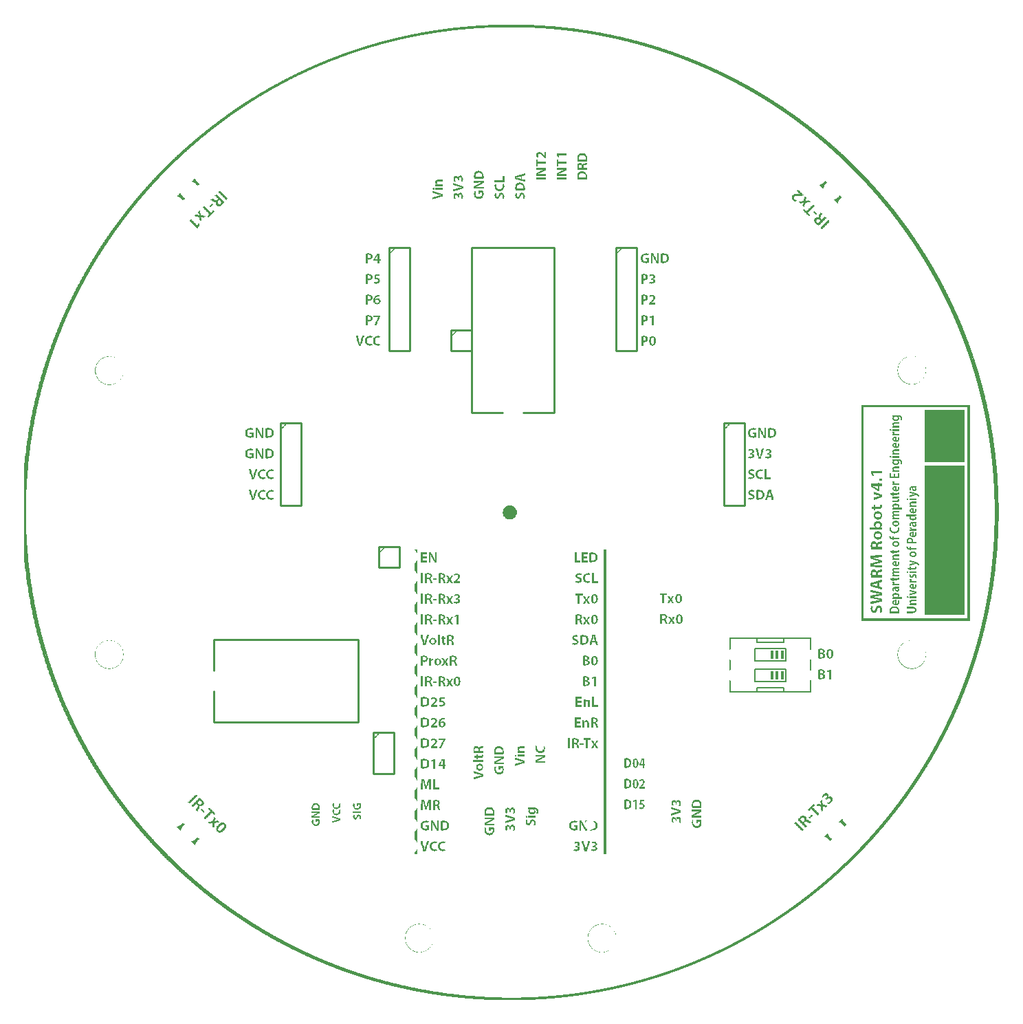
<source format=gto>
G04 MADE WITH FRITZING*
G04 WWW.FRITZING.ORG*
G04 DOUBLE SIDED*
G04 HOLES PLATED*
G04 CONTOUR ON CENTER OF CONTOUR VECTOR*
%ASAXBY*%
%FSLAX23Y23*%
%MOIN*%
%OFA0B0*%
%SFA1.0B1.0*%
%ADD10R,0.015000X0.040000*%
%ADD11C,0.010000*%
%ADD12C,0.008000*%
%ADD13R,0.001000X0.001000*%
%LNSILK1*%
G90*
G70*
G54D10*
X3624Y1670D03*
X3649Y1670D03*
X3674Y1670D03*
X3624Y1570D03*
X3649Y1570D03*
X3674Y1570D03*
G54D11*
X1692Y1295D02*
X1692Y1095D01*
D02*
X1692Y1095D02*
X1792Y1095D01*
D02*
X1792Y1095D02*
X1792Y1295D01*
D02*
X1792Y1295D02*
X1692Y1295D01*
D02*
X2067Y3245D02*
X2067Y3145D01*
D02*
X2067Y3145D02*
X2167Y3145D01*
D02*
X2167Y3145D02*
X2167Y3245D01*
D02*
X2167Y3245D02*
X2067Y3245D01*
G54D12*
D02*
X3422Y1490D02*
X3552Y1490D01*
D02*
X3682Y1490D02*
X3682Y1510D01*
D02*
X3682Y1510D02*
X3552Y1510D01*
D02*
X3552Y1510D02*
X3552Y1490D01*
D02*
X3682Y1490D02*
X3812Y1490D01*
D02*
X3552Y1490D02*
X3682Y1490D01*
D02*
X3812Y1750D02*
X3682Y1750D01*
D02*
X3552Y1750D02*
X3552Y1730D01*
D02*
X3552Y1730D02*
X3682Y1730D01*
D02*
X3682Y1730D02*
X3682Y1750D01*
D02*
X3552Y1750D02*
X3422Y1750D01*
D02*
X3682Y1750D02*
X3552Y1750D01*
D02*
X3542Y1640D02*
X3692Y1640D01*
D02*
X3542Y1640D02*
X3542Y1700D01*
D02*
X3692Y1700D02*
X3542Y1700D01*
D02*
X3692Y1700D02*
X3692Y1640D01*
D02*
X3542Y1540D02*
X3692Y1540D01*
D02*
X3542Y1540D02*
X3542Y1600D01*
D02*
X3692Y1600D02*
X3542Y1600D01*
D02*
X3692Y1600D02*
X3692Y1540D01*
G54D11*
D02*
X917Y1345D02*
X1617Y1345D01*
D02*
X1617Y1345D02*
X1617Y1745D01*
D02*
X1617Y1745D02*
X917Y1745D01*
D02*
X917Y1345D02*
X917Y1495D01*
D02*
X917Y1595D02*
X917Y1745D01*
D02*
X2567Y2845D02*
X2567Y3645D01*
D02*
X2567Y3645D02*
X2167Y3645D01*
D02*
X2167Y3645D02*
X2167Y2845D01*
D02*
X2567Y2845D02*
X2417Y2845D01*
D02*
X2317Y2845D02*
X2167Y2845D01*
D02*
X3392Y2795D02*
X3392Y2395D01*
D02*
X3392Y2395D02*
X3492Y2395D01*
D02*
X3492Y2395D02*
X3492Y2795D01*
D02*
X3492Y2795D02*
X3392Y2795D01*
D02*
X1717Y2195D02*
X1717Y2095D01*
D02*
X1717Y2095D02*
X1817Y2095D01*
D02*
X1817Y2095D02*
X1817Y2195D01*
D02*
X1817Y2195D02*
X1717Y2195D01*
D02*
X1242Y2795D02*
X1242Y2395D01*
D02*
X1242Y2395D02*
X1342Y2395D01*
D02*
X1342Y2395D02*
X1342Y2795D01*
D02*
X1342Y2795D02*
X1242Y2795D01*
D02*
X1767Y3645D02*
X1767Y3145D01*
D02*
X1767Y3145D02*
X1867Y3145D01*
D02*
X1867Y3145D02*
X1867Y3645D01*
D02*
X1867Y3645D02*
X1767Y3645D01*
D02*
X2867Y3645D02*
X2867Y3145D01*
D02*
X2867Y3145D02*
X2967Y3145D01*
D02*
X2967Y3145D02*
X2967Y3645D01*
D02*
X2967Y3645D02*
X2867Y3645D01*
G36*
X4057Y1835D02*
X4069Y1835D01*
X4069Y2870D01*
X4570Y2870D01*
X4570Y2881D01*
X4057Y2881D01*
X4057Y1835D01*
G37*
D02*
G36*
X4069Y1835D02*
X4570Y1835D01*
X4570Y1846D01*
X4069Y1846D01*
X4069Y1835D01*
G37*
D02*
G36*
X4570Y1835D02*
X4572Y1835D01*
X4572Y2881D01*
X4570Y2881D01*
X4570Y1835D01*
G37*
D02*
G36*
X4570Y1835D02*
X4572Y1835D01*
X4572Y2881D01*
X4570Y2881D01*
X4570Y1835D01*
G37*
D02*
G36*
X4572Y1835D02*
X4584Y1835D01*
X4584Y2881D01*
X4572Y2881D01*
X4572Y1835D01*
G37*
D02*
G36*
X4099Y2276D02*
X4124Y2276D01*
X4124Y2288D01*
X4099Y2288D01*
X4099Y2276D01*
G37*
D02*
G36*
X4117Y2300D02*
X4119Y2300D01*
X4119Y2295D01*
X4120Y2295D01*
X4120Y2291D01*
X4122Y2291D01*
X4122Y2290D01*
X4124Y2290D01*
X4124Y2313D01*
X4122Y2313D01*
X4122Y2311D01*
X4120Y2311D01*
X4120Y2308D01*
X4119Y2308D01*
X4119Y2303D01*
X4117Y2303D01*
X4117Y2300D01*
G37*
D02*
G36*
X4124Y2276D02*
X4125Y2276D01*
X4125Y2313D01*
X4124Y2313D01*
X4124Y2276D01*
G37*
D02*
G36*
X4124Y2276D02*
X4125Y2276D01*
X4125Y2313D01*
X4124Y2313D01*
X4124Y2276D01*
G37*
D02*
G36*
X4125Y2276D02*
X4149Y2276D01*
X4149Y2291D01*
X4147Y2291D01*
X4147Y2290D01*
X4145Y2290D01*
X4145Y2288D01*
X4130Y2288D01*
X4130Y2290D01*
X4129Y2290D01*
X4129Y2291D01*
X4127Y2291D01*
X4127Y2295D01*
X4125Y2295D01*
X4125Y2276D01*
G37*
D02*
G36*
X4125Y2298D02*
X4127Y2298D01*
X4127Y2303D01*
X4129Y2303D01*
X4129Y2305D01*
X4132Y2305D01*
X4132Y2306D01*
X4144Y2306D01*
X4144Y2305D01*
X4147Y2305D01*
X4147Y2303D01*
X4149Y2303D01*
X4149Y2315D01*
X4147Y2315D01*
X4147Y2316D01*
X4140Y2316D01*
X4140Y2318D01*
X4134Y2318D01*
X4134Y2316D01*
X4127Y2316D01*
X4127Y2315D01*
X4125Y2315D01*
X4125Y2298D01*
G37*
D02*
G36*
X4149Y2276D02*
X4150Y2276D01*
X4150Y2315D01*
X4149Y2315D01*
X4149Y2276D01*
G37*
D02*
G36*
X4149Y2276D02*
X4150Y2276D01*
X4150Y2315D01*
X4149Y2315D01*
X4149Y2276D01*
G37*
D02*
G36*
X4150Y2276D02*
X4152Y2276D01*
X4152Y2290D01*
X4155Y2290D01*
X4155Y2293D01*
X4157Y2293D01*
X4157Y2298D01*
X4159Y2298D01*
X4159Y2301D01*
X4157Y2301D01*
X4157Y2306D01*
X4155Y2306D01*
X4155Y2310D01*
X4154Y2310D01*
X4154Y2311D01*
X4152Y2311D01*
X4152Y2313D01*
X4150Y2313D01*
X4150Y2276D01*
G37*
D02*
G36*
X4152Y2276D02*
X4159Y2276D01*
X4159Y2286D01*
X4152Y2286D01*
X4152Y2276D01*
G37*
D02*
G36*
X4102Y1916D02*
X4109Y1916D01*
X4109Y1918D01*
X4117Y1918D01*
X4117Y1920D01*
X4124Y1920D01*
X4124Y1921D01*
X4130Y1921D01*
X4130Y1923D01*
X4137Y1923D01*
X4137Y1925D01*
X4145Y1925D01*
X4145Y1935D01*
X4137Y1935D01*
X4137Y1933D01*
X4127Y1933D01*
X4127Y1931D01*
X4119Y1931D01*
X4119Y1930D01*
X4109Y1930D01*
X4109Y1928D01*
X4102Y1928D01*
X4102Y1916D01*
G37*
D02*
G36*
X4102Y1945D02*
X4109Y1945D01*
X4109Y1943D01*
X4117Y1943D01*
X4117Y1951D01*
X4124Y1951D01*
X4124Y1953D01*
X4132Y1953D01*
X4132Y1955D01*
X4142Y1955D01*
X4142Y1956D01*
X4145Y1956D01*
X4145Y1965D01*
X4139Y1965D01*
X4139Y1963D01*
X4129Y1963D01*
X4129Y1961D01*
X4120Y1961D01*
X4120Y1960D01*
X4110Y1960D01*
X4110Y1958D01*
X4102Y1958D01*
X4102Y1945D01*
G37*
D02*
G36*
X4102Y1975D02*
X4104Y1975D01*
X4104Y1973D01*
X4112Y1973D01*
X4112Y1971D01*
X4120Y1971D01*
X4120Y1970D01*
X4129Y1970D01*
X4129Y1968D01*
X4139Y1968D01*
X4139Y1966D01*
X4145Y1966D01*
X4145Y1975D01*
X4142Y1975D01*
X4142Y1976D01*
X4135Y1976D01*
X4135Y1978D01*
X4129Y1978D01*
X4129Y1980D01*
X4122Y1980D01*
X4122Y1981D01*
X4115Y1981D01*
X4115Y1983D01*
X4109Y1983D01*
X4109Y1985D01*
X4102Y1985D01*
X4102Y1975D01*
G37*
D02*
G36*
X4117Y1941D02*
X4125Y1941D01*
X4125Y1940D01*
X4134Y1940D01*
X4134Y1938D01*
X4142Y1938D01*
X4142Y1936D01*
X4145Y1936D01*
X4145Y1945D01*
X4139Y1945D01*
X4139Y1946D01*
X4130Y1946D01*
X4130Y1948D01*
X4122Y1948D01*
X4122Y1950D01*
X4117Y1950D01*
X4117Y1941D01*
G37*
D02*
G36*
X4145Y1926D02*
X4147Y1926D01*
X4147Y1945D01*
X4145Y1945D01*
X4145Y1926D01*
G37*
D02*
G36*
X4145Y1926D02*
X4147Y1926D01*
X4147Y1945D01*
X4145Y1945D01*
X4145Y1926D01*
G37*
D02*
G36*
X4145Y1956D02*
X4147Y1956D01*
X4147Y1975D01*
X4145Y1975D01*
X4145Y1956D01*
G37*
D02*
G36*
X4145Y1956D02*
X4147Y1956D01*
X4147Y1975D01*
X4145Y1975D01*
X4145Y1956D01*
G37*
D02*
G36*
X4147Y1926D02*
X4152Y1926D01*
X4152Y1928D01*
X4159Y1928D01*
X4159Y1941D01*
X4154Y1941D01*
X4154Y1943D01*
X4147Y1943D01*
X4147Y1926D01*
G37*
D02*
G36*
X4147Y1956D02*
X4150Y1956D01*
X4150Y1958D01*
X4159Y1958D01*
X4159Y1971D01*
X4154Y1971D01*
X4154Y1973D01*
X4147Y1973D01*
X4147Y1956D01*
G37*
D02*
G36*
X4102Y2003D02*
X4104Y2003D01*
X4104Y2001D01*
X4109Y2001D01*
X4109Y2000D01*
X4110Y2000D01*
X4110Y2011D01*
X4119Y2011D01*
X4119Y2013D01*
X4124Y2013D01*
X4124Y2015D01*
X4130Y2015D01*
X4130Y2016D01*
X4135Y2016D01*
X4135Y2028D01*
X4134Y2028D01*
X4134Y2026D01*
X4127Y2026D01*
X4127Y2025D01*
X4122Y2025D01*
X4122Y2023D01*
X4117Y2023D01*
X4117Y2021D01*
X4112Y2021D01*
X4112Y2020D01*
X4105Y2020D01*
X4105Y2018D01*
X4102Y2018D01*
X4102Y2003D01*
G37*
D02*
G36*
X4110Y2000D02*
X4115Y2000D01*
X4115Y1998D01*
X4120Y1998D01*
X4120Y1996D01*
X4125Y1996D01*
X4125Y1995D01*
X4130Y1995D01*
X4130Y1993D01*
X4135Y1993D01*
X4135Y2003D01*
X4132Y2003D01*
X4132Y2005D01*
X4125Y2005D01*
X4125Y2006D01*
X4119Y2006D01*
X4119Y2008D01*
X4110Y2008D01*
X4110Y2000D01*
G37*
D02*
G36*
X4135Y1993D02*
X4137Y1993D01*
X4137Y2028D01*
X4135Y2028D01*
X4135Y1993D01*
G37*
D02*
G36*
X4135Y1993D02*
X4137Y1993D01*
X4137Y2028D01*
X4135Y2028D01*
X4135Y1993D01*
G37*
D02*
G36*
X4137Y1991D02*
X4142Y1991D01*
X4142Y1990D01*
X4144Y1990D01*
X4144Y2018D01*
X4145Y2018D01*
X4145Y2020D01*
X4150Y2020D01*
X4150Y2021D01*
X4155Y2021D01*
X4155Y2023D01*
X4159Y2023D01*
X4159Y2035D01*
X4155Y2035D01*
X4155Y2033D01*
X4149Y2033D01*
X4149Y2031D01*
X4144Y2031D01*
X4144Y2030D01*
X4139Y2030D01*
X4139Y2028D01*
X4137Y2028D01*
X4137Y1991D01*
G37*
D02*
G36*
X4144Y1990D02*
X4147Y1990D01*
X4147Y1988D01*
X4154Y1988D01*
X4154Y1986D01*
X4159Y1986D01*
X4159Y1998D01*
X4152Y1998D01*
X4152Y2000D01*
X4147Y2000D01*
X4147Y2001D01*
X4144Y2001D01*
X4144Y1990D01*
G37*
D02*
G36*
X4102Y2056D02*
X4104Y2056D01*
X4104Y2045D01*
X4110Y2045D01*
X4110Y2066D01*
X4112Y2066D01*
X4112Y2070D01*
X4114Y2070D01*
X4114Y2071D01*
X4125Y2071D01*
X4125Y2070D01*
X4127Y2070D01*
X4127Y2066D01*
X4129Y2066D01*
X4129Y2080D01*
X4127Y2080D01*
X4127Y2081D01*
X4124Y2081D01*
X4124Y2083D01*
X4112Y2083D01*
X4112Y2081D01*
X4110Y2081D01*
X4110Y2080D01*
X4107Y2080D01*
X4107Y2076D01*
X4105Y2076D01*
X4105Y2073D01*
X4104Y2073D01*
X4104Y2063D01*
X4102Y2063D01*
X4102Y2056D01*
G37*
D02*
G36*
X4110Y2045D02*
X4129Y2045D01*
X4129Y2056D01*
X4110Y2056D01*
X4110Y2045D01*
G37*
D02*
G36*
X4129Y2045D02*
X4130Y2045D01*
X4130Y2078D01*
X4129Y2078D01*
X4129Y2045D01*
G37*
D02*
G36*
X4129Y2045D02*
X4130Y2045D01*
X4130Y2078D01*
X4129Y2078D01*
X4129Y2045D01*
G37*
D02*
G36*
X4130Y2045D02*
X4137Y2045D01*
X4137Y2066D01*
X4139Y2066D01*
X4139Y2068D01*
X4142Y2068D01*
X4142Y2070D01*
X4149Y2070D01*
X4149Y2071D01*
X4154Y2071D01*
X4154Y2073D01*
X4159Y2073D01*
X4159Y2085D01*
X4155Y2085D01*
X4155Y2083D01*
X4149Y2083D01*
X4149Y2081D01*
X4142Y2081D01*
X4142Y2080D01*
X4139Y2080D01*
X4139Y2078D01*
X4135Y2078D01*
X4135Y2075D01*
X4134Y2075D01*
X4134Y2073D01*
X4132Y2073D01*
X4132Y2075D01*
X4130Y2075D01*
X4130Y2045D01*
G37*
D02*
G36*
X4137Y2045D02*
X4159Y2045D01*
X4159Y2056D01*
X4137Y2056D01*
X4137Y2045D01*
G37*
D02*
G36*
X4102Y2096D02*
X4114Y2096D01*
X4114Y2108D01*
X4122Y2108D01*
X4122Y2110D01*
X4129Y2110D01*
X4129Y2111D01*
X4135Y2111D01*
X4135Y2113D01*
X4140Y2113D01*
X4140Y2115D01*
X4142Y2115D01*
X4142Y2123D01*
X4139Y2123D01*
X4139Y2121D01*
X4132Y2121D01*
X4132Y2120D01*
X4125Y2120D01*
X4125Y2118D01*
X4119Y2118D01*
X4119Y2116D01*
X4114Y2116D01*
X4114Y2115D01*
X4107Y2115D01*
X4107Y2113D01*
X4102Y2113D01*
X4102Y2096D01*
G37*
D02*
G36*
X4102Y2136D02*
X4104Y2136D01*
X4104Y2135D01*
X4109Y2135D01*
X4109Y2133D01*
X4114Y2133D01*
X4114Y2141D01*
X4140Y2141D01*
X4140Y2143D01*
X4159Y2143D01*
X4159Y2155D01*
X4157Y2155D01*
X4157Y2153D01*
X4125Y2153D01*
X4125Y2151D01*
X4102Y2151D01*
X4102Y2136D01*
G37*
D02*
G36*
X4114Y2096D02*
X4124Y2096D01*
X4124Y2095D01*
X4150Y2095D01*
X4150Y2093D01*
X4159Y2093D01*
X4159Y2103D01*
X4157Y2103D01*
X4157Y2105D01*
X4119Y2105D01*
X4119Y2106D01*
X4114Y2106D01*
X4114Y2096D01*
G37*
D02*
G36*
X4114Y2131D02*
X4119Y2131D01*
X4119Y2130D01*
X4124Y2130D01*
X4124Y2128D01*
X4130Y2128D01*
X4130Y2126D01*
X4137Y2126D01*
X4137Y2125D01*
X4142Y2125D01*
X4142Y2131D01*
X4140Y2131D01*
X4140Y2133D01*
X4135Y2133D01*
X4135Y2135D01*
X4129Y2135D01*
X4129Y2136D01*
X4124Y2136D01*
X4124Y2138D01*
X4117Y2138D01*
X4117Y2140D01*
X4114Y2140D01*
X4114Y2131D01*
G37*
D02*
G36*
X4142Y2115D02*
X4144Y2115D01*
X4144Y2131D01*
X4142Y2131D01*
X4142Y2115D01*
G37*
D02*
G36*
X4142Y2115D02*
X4144Y2115D01*
X4144Y2131D01*
X4142Y2131D01*
X4142Y2115D01*
G37*
D02*
G36*
X4144Y2115D02*
X4147Y2115D01*
X4147Y2116D01*
X4154Y2116D01*
X4154Y2118D01*
X4157Y2118D01*
X4157Y2128D01*
X4150Y2128D01*
X4150Y2130D01*
X4145Y2130D01*
X4145Y2131D01*
X4144Y2131D01*
X4144Y2115D01*
G37*
D02*
G36*
X4102Y2193D02*
X4104Y2193D01*
X4104Y2181D01*
X4110Y2181D01*
X4110Y2203D01*
X4112Y2203D01*
X4112Y2206D01*
X4114Y2206D01*
X4114Y2208D01*
X4125Y2208D01*
X4125Y2206D01*
X4127Y2206D01*
X4127Y2203D01*
X4129Y2203D01*
X4129Y2216D01*
X4127Y2216D01*
X4127Y2218D01*
X4124Y2218D01*
X4124Y2220D01*
X4112Y2220D01*
X4112Y2218D01*
X4110Y2218D01*
X4110Y2216D01*
X4107Y2216D01*
X4107Y2213D01*
X4105Y2213D01*
X4105Y2210D01*
X4104Y2210D01*
X4104Y2200D01*
X4102Y2200D01*
X4102Y2193D01*
G37*
D02*
G36*
X4110Y2181D02*
X4129Y2181D01*
X4129Y2193D01*
X4110Y2193D01*
X4110Y2181D01*
G37*
D02*
G36*
X4129Y2181D02*
X4130Y2181D01*
X4130Y2215D01*
X4129Y2215D01*
X4129Y2181D01*
G37*
D02*
G36*
X4129Y2181D02*
X4130Y2181D01*
X4130Y2215D01*
X4129Y2215D01*
X4129Y2181D01*
G37*
D02*
G36*
X4130Y2181D02*
X4137Y2181D01*
X4137Y2203D01*
X4139Y2203D01*
X4139Y2205D01*
X4142Y2205D01*
X4142Y2206D01*
X4149Y2206D01*
X4149Y2208D01*
X4154Y2208D01*
X4154Y2210D01*
X4159Y2210D01*
X4159Y2221D01*
X4155Y2221D01*
X4155Y2220D01*
X4149Y2220D01*
X4149Y2218D01*
X4142Y2218D01*
X4142Y2216D01*
X4139Y2216D01*
X4139Y2215D01*
X4135Y2215D01*
X4135Y2211D01*
X4134Y2211D01*
X4134Y2210D01*
X4132Y2210D01*
X4132Y2211D01*
X4130Y2211D01*
X4130Y2181D01*
G37*
D02*
G36*
X4137Y2181D02*
X4159Y2181D01*
X4159Y2193D01*
X4137Y2193D01*
X4137Y2181D01*
G37*
D02*
G36*
X4104Y2485D02*
X4105Y2485D01*
X4105Y2483D01*
X4109Y2483D01*
X4109Y2481D01*
X4112Y2481D01*
X4112Y2488D01*
X4137Y2488D01*
X4137Y2500D01*
X4104Y2500D01*
X4104Y2485D01*
G37*
D02*
G36*
X4112Y2480D02*
X4114Y2480D01*
X4114Y2478D01*
X4117Y2478D01*
X4117Y2476D01*
X4120Y2476D01*
X4120Y2475D01*
X4122Y2475D01*
X4122Y2473D01*
X4125Y2473D01*
X4125Y2471D01*
X4127Y2471D01*
X4127Y2470D01*
X4130Y2470D01*
X4130Y2468D01*
X4134Y2468D01*
X4134Y2466D01*
X4135Y2466D01*
X4135Y2465D01*
X4137Y2465D01*
X4137Y2475D01*
X4134Y2475D01*
X4134Y2476D01*
X4132Y2476D01*
X4132Y2478D01*
X4129Y2478D01*
X4129Y2480D01*
X4125Y2480D01*
X4125Y2481D01*
X4124Y2481D01*
X4124Y2483D01*
X4120Y2483D01*
X4120Y2485D01*
X4115Y2485D01*
X4115Y2486D01*
X4112Y2486D01*
X4112Y2480D01*
G37*
D02*
G36*
X4137Y2465D02*
X4139Y2465D01*
X4139Y2505D01*
X4137Y2505D01*
X4137Y2465D01*
G37*
D02*
G36*
X4137Y2465D02*
X4139Y2465D01*
X4139Y2505D01*
X4137Y2505D01*
X4137Y2465D01*
G37*
D02*
G36*
X4139Y2465D02*
X4145Y2465D01*
X4145Y2488D01*
X4159Y2488D01*
X4159Y2500D01*
X4145Y2500D01*
X4145Y2505D01*
X4139Y2505D01*
X4139Y2465D01*
G37*
D02*
G36*
X4104Y2551D02*
X4105Y2551D01*
X4105Y2548D01*
X4107Y2548D01*
X4107Y2545D01*
X4109Y2545D01*
X4109Y2541D01*
X4110Y2541D01*
X4110Y2538D01*
X4115Y2538D01*
X4115Y2550D01*
X4159Y2550D01*
X4159Y2561D01*
X4104Y2561D01*
X4104Y2551D01*
G37*
D02*
G36*
X4115Y2538D02*
X4117Y2538D01*
X4117Y2540D01*
X4119Y2540D01*
X4119Y2541D01*
X4117Y2541D01*
X4117Y2545D01*
X4115Y2545D01*
X4115Y2538D01*
G37*
D02*
G36*
X4107Y2381D02*
X4109Y2381D01*
X4109Y2376D01*
X4117Y2376D01*
X4117Y2371D01*
X4125Y2371D01*
X4125Y2376D01*
X4145Y2376D01*
X4145Y2378D01*
X4152Y2378D01*
X4152Y2380D01*
X4155Y2380D01*
X4155Y2383D01*
X4157Y2383D01*
X4157Y2388D01*
X4159Y2388D01*
X4159Y2393D01*
X4157Y2393D01*
X4157Y2396D01*
X4149Y2396D01*
X4149Y2390D01*
X4147Y2390D01*
X4147Y2388D01*
X4125Y2388D01*
X4125Y2398D01*
X4117Y2398D01*
X4117Y2388D01*
X4107Y2388D01*
X4107Y2381D01*
G37*
D02*
G36*
X4117Y2246D02*
X4119Y2246D01*
X4119Y2240D01*
X4120Y2240D01*
X4120Y2238D01*
X4122Y2238D01*
X4122Y2235D01*
X4124Y2235D01*
X4124Y2233D01*
X4125Y2233D01*
X4125Y2253D01*
X4127Y2253D01*
X4127Y2255D01*
X4129Y2255D01*
X4129Y2256D01*
X4134Y2256D01*
X4134Y2258D01*
X4142Y2258D01*
X4142Y2256D01*
X4147Y2256D01*
X4147Y2255D01*
X4149Y2255D01*
X4149Y2253D01*
X4150Y2253D01*
X4150Y2265D01*
X4149Y2265D01*
X4149Y2266D01*
X4147Y2266D01*
X4147Y2268D01*
X4140Y2268D01*
X4140Y2270D01*
X4135Y2270D01*
X4135Y2268D01*
X4129Y2268D01*
X4129Y2266D01*
X4125Y2266D01*
X4125Y2265D01*
X4124Y2265D01*
X4124Y2263D01*
X4122Y2263D01*
X4122Y2261D01*
X4120Y2261D01*
X4120Y2258D01*
X4119Y2258D01*
X4119Y2251D01*
X4117Y2251D01*
X4117Y2246D01*
G37*
D02*
G36*
X4125Y2233D02*
X4127Y2233D01*
X4127Y2231D01*
X4129Y2231D01*
X4129Y2230D01*
X4135Y2230D01*
X4135Y2228D01*
X4140Y2228D01*
X4140Y2230D01*
X4147Y2230D01*
X4147Y2231D01*
X4150Y2231D01*
X4150Y2245D01*
X4149Y2245D01*
X4149Y2243D01*
X4147Y2243D01*
X4147Y2241D01*
X4142Y2241D01*
X4142Y2240D01*
X4134Y2240D01*
X4134Y2241D01*
X4129Y2241D01*
X4129Y2243D01*
X4127Y2243D01*
X4127Y2245D01*
X4125Y2245D01*
X4125Y2233D01*
G37*
D02*
G36*
X4150Y2233D02*
X4152Y2233D01*
X4152Y2265D01*
X4150Y2265D01*
X4150Y2233D01*
G37*
D02*
G36*
X4150Y2233D02*
X4152Y2233D01*
X4152Y2265D01*
X4150Y2265D01*
X4150Y2233D01*
G37*
D02*
G36*
X4152Y2235D02*
X4154Y2235D01*
X4154Y2236D01*
X4155Y2236D01*
X4155Y2240D01*
X4157Y2240D01*
X4157Y2246D01*
X4159Y2246D01*
X4159Y2251D01*
X4157Y2251D01*
X4157Y2258D01*
X4155Y2258D01*
X4155Y2260D01*
X4154Y2260D01*
X4154Y2263D01*
X4152Y2263D01*
X4152Y2235D01*
G37*
D02*
G36*
X4117Y2343D02*
X4119Y2343D01*
X4119Y2336D01*
X4120Y2336D01*
X4120Y2335D01*
X4122Y2335D01*
X4122Y2331D01*
X4124Y2331D01*
X4124Y2330D01*
X4125Y2330D01*
X4125Y2350D01*
X4127Y2350D01*
X4127Y2351D01*
X4129Y2351D01*
X4129Y2353D01*
X4134Y2353D01*
X4134Y2355D01*
X4142Y2355D01*
X4142Y2353D01*
X4147Y2353D01*
X4147Y2351D01*
X4149Y2351D01*
X4149Y2350D01*
X4150Y2350D01*
X4150Y2361D01*
X4149Y2361D01*
X4149Y2363D01*
X4147Y2363D01*
X4147Y2365D01*
X4140Y2365D01*
X4140Y2366D01*
X4135Y2366D01*
X4135Y2365D01*
X4129Y2365D01*
X4129Y2363D01*
X4125Y2363D01*
X4125Y2361D01*
X4124Y2361D01*
X4124Y2360D01*
X4122Y2360D01*
X4122Y2358D01*
X4120Y2358D01*
X4120Y2355D01*
X4119Y2355D01*
X4119Y2348D01*
X4117Y2348D01*
X4117Y2343D01*
G37*
D02*
G36*
X4125Y2330D02*
X4127Y2330D01*
X4127Y2328D01*
X4129Y2328D01*
X4129Y2326D01*
X4135Y2326D01*
X4135Y2325D01*
X4140Y2325D01*
X4140Y2326D01*
X4147Y2326D01*
X4147Y2328D01*
X4150Y2328D01*
X4150Y2341D01*
X4149Y2341D01*
X4149Y2340D01*
X4147Y2340D01*
X4147Y2338D01*
X4142Y2338D01*
X4142Y2336D01*
X4134Y2336D01*
X4134Y2338D01*
X4129Y2338D01*
X4129Y2340D01*
X4127Y2340D01*
X4127Y2341D01*
X4125Y2341D01*
X4125Y2330D01*
G37*
D02*
G36*
X4150Y2330D02*
X4152Y2330D01*
X4152Y2361D01*
X4150Y2361D01*
X4150Y2330D01*
G37*
D02*
G36*
X4150Y2330D02*
X4152Y2330D01*
X4152Y2361D01*
X4150Y2361D01*
X4150Y2330D01*
G37*
D02*
G36*
X4152Y2331D02*
X4154Y2331D01*
X4154Y2333D01*
X4155Y2333D01*
X4155Y2336D01*
X4157Y2336D01*
X4157Y2343D01*
X4159Y2343D01*
X4159Y2348D01*
X4157Y2348D01*
X4157Y2355D01*
X4155Y2355D01*
X4155Y2356D01*
X4154Y2356D01*
X4154Y2360D01*
X4152Y2360D01*
X4152Y2331D01*
G37*
D02*
G36*
X4117Y2420D02*
X4119Y2420D01*
X4119Y2421D01*
X4124Y2421D01*
X4124Y2423D01*
X4129Y2423D01*
X4129Y2425D01*
X4134Y2425D01*
X4134Y2426D01*
X4139Y2426D01*
X4139Y2428D01*
X4142Y2428D01*
X4142Y2430D01*
X4147Y2430D01*
X4147Y2440D01*
X4144Y2440D01*
X4144Y2438D01*
X4137Y2438D01*
X4137Y2436D01*
X4130Y2436D01*
X4130Y2435D01*
X4124Y2435D01*
X4124Y2433D01*
X4119Y2433D01*
X4119Y2431D01*
X4117Y2431D01*
X4117Y2420D01*
G37*
D02*
G36*
X4117Y2448D02*
X4124Y2448D01*
X4124Y2446D01*
X4129Y2446D01*
X4129Y2445D01*
X4135Y2445D01*
X4135Y2443D01*
X4142Y2443D01*
X4142Y2441D01*
X4147Y2441D01*
X4147Y2450D01*
X4144Y2450D01*
X4144Y2451D01*
X4140Y2451D01*
X4140Y2453D01*
X4135Y2453D01*
X4135Y2455D01*
X4130Y2455D01*
X4130Y2456D01*
X4125Y2456D01*
X4125Y2458D01*
X4122Y2458D01*
X4122Y2460D01*
X4117Y2460D01*
X4117Y2448D01*
G37*
D02*
G36*
X4147Y2431D02*
X4149Y2431D01*
X4149Y2450D01*
X4147Y2450D01*
X4147Y2431D01*
G37*
D02*
G36*
X4147Y2431D02*
X4149Y2431D01*
X4149Y2450D01*
X4147Y2450D01*
X4147Y2431D01*
G37*
D02*
G36*
X4149Y2431D02*
X4152Y2431D01*
X4152Y2433D01*
X4157Y2433D01*
X4157Y2435D01*
X4159Y2435D01*
X4159Y2446D01*
X4154Y2446D01*
X4154Y2448D01*
X4149Y2448D01*
X4149Y2431D01*
G37*
D02*
G36*
X4144Y2516D02*
X4145Y2516D01*
X4145Y2515D01*
X4147Y2515D01*
X4147Y2513D01*
X4150Y2513D01*
X4150Y2511D01*
X4152Y2511D01*
X4152Y2513D01*
X4155Y2513D01*
X4155Y2515D01*
X4157Y2515D01*
X4157Y2518D01*
X4159Y2518D01*
X4159Y2520D01*
X4157Y2520D01*
X4157Y2523D01*
X4155Y2523D01*
X4155Y2525D01*
X4152Y2525D01*
X4152Y2526D01*
X4150Y2526D01*
X4150Y2525D01*
X4147Y2525D01*
X4147Y2523D01*
X4145Y2523D01*
X4145Y2521D01*
X4144Y2521D01*
X4144Y2516D01*
G37*
D02*
G36*
X4102Y1890D02*
X4104Y1890D01*
X4104Y1883D01*
X4105Y1883D01*
X4105Y1880D01*
X4107Y1880D01*
X4107Y1878D01*
X4109Y1878D01*
X4109Y1876D01*
X4110Y1876D01*
X4110Y1875D01*
X4112Y1875D01*
X4112Y1901D01*
X4114Y1901D01*
X4114Y1905D01*
X4109Y1905D01*
X4109Y1906D01*
X4105Y1906D01*
X4105Y1905D01*
X4104Y1905D01*
X4104Y1896D01*
X4102Y1896D01*
X4102Y1890D01*
G37*
D02*
G36*
X4112Y1875D02*
X4114Y1875D01*
X4114Y1873D01*
X4124Y1873D01*
X4124Y1875D01*
X4127Y1875D01*
X4127Y1876D01*
X4129Y1876D01*
X4129Y1878D01*
X4130Y1878D01*
X4130Y1881D01*
X4132Y1881D01*
X4132Y1885D01*
X4134Y1885D01*
X4134Y1890D01*
X4135Y1890D01*
X4135Y1893D01*
X4137Y1893D01*
X4137Y1896D01*
X4140Y1896D01*
X4140Y1898D01*
X4145Y1898D01*
X4145Y1896D01*
X4147Y1896D01*
X4147Y1895D01*
X4149Y1895D01*
X4149Y1908D01*
X4144Y1908D01*
X4144Y1910D01*
X4140Y1910D01*
X4140Y1908D01*
X4135Y1908D01*
X4135Y1906D01*
X4132Y1906D01*
X4132Y1905D01*
X4130Y1905D01*
X4130Y1901D01*
X4129Y1901D01*
X4129Y1900D01*
X4127Y1900D01*
X4127Y1895D01*
X4125Y1895D01*
X4125Y1891D01*
X4124Y1891D01*
X4124Y1888D01*
X4122Y1888D01*
X4122Y1885D01*
X4114Y1885D01*
X4114Y1886D01*
X4112Y1886D01*
X4112Y1875D01*
G37*
D02*
G36*
X4147Y1875D02*
X4149Y1875D01*
X4149Y1880D01*
X4147Y1880D01*
X4147Y1875D01*
G37*
D02*
G36*
X4149Y1873D02*
X4150Y1873D01*
X4150Y1906D01*
X4149Y1906D01*
X4149Y1873D01*
G37*
D02*
G36*
X4149Y1873D02*
X4150Y1873D01*
X4150Y1906D01*
X4149Y1906D01*
X4149Y1873D01*
G37*
D02*
G36*
X4150Y1873D02*
X4155Y1873D01*
X4155Y1876D01*
X4157Y1876D01*
X4157Y1885D01*
X4159Y1885D01*
X4159Y1890D01*
X4157Y1890D01*
X4157Y1898D01*
X4155Y1898D01*
X4155Y1901D01*
X4154Y1901D01*
X4154Y1903D01*
X4152Y1903D01*
X4152Y1905D01*
X4150Y1905D01*
X4150Y1873D01*
G37*
D02*
G36*
X4192Y2240D02*
X4194Y2240D01*
X4194Y2235D01*
X4195Y2235D01*
X4195Y2233D01*
X4197Y2233D01*
X4197Y2231D01*
X4202Y2231D01*
X4202Y2230D01*
X4207Y2230D01*
X4207Y2226D01*
X4214Y2226D01*
X4214Y2230D01*
X4242Y2230D01*
X4242Y2238D01*
X4214Y2238D01*
X4214Y2243D01*
X4207Y2243D01*
X4207Y2238D01*
X4200Y2238D01*
X4200Y2245D01*
X4192Y2245D01*
X4192Y2240D01*
G37*
D02*
G36*
X4194Y1878D02*
X4195Y1878D01*
X4195Y1871D01*
X4202Y1871D01*
X4202Y1891D01*
X4204Y1891D01*
X4204Y1893D01*
X4205Y1893D01*
X4205Y1895D01*
X4209Y1895D01*
X4209Y1896D01*
X4227Y1896D01*
X4227Y1895D01*
X4230Y1895D01*
X4230Y1893D01*
X4232Y1893D01*
X4232Y1890D01*
X4234Y1890D01*
X4234Y1900D01*
X4232Y1900D01*
X4232Y1901D01*
X4230Y1901D01*
X4230Y1903D01*
X4225Y1903D01*
X4225Y1905D01*
X4209Y1905D01*
X4209Y1903D01*
X4204Y1903D01*
X4204Y1901D01*
X4202Y1901D01*
X4202Y1900D01*
X4200Y1900D01*
X4200Y1898D01*
X4199Y1898D01*
X4199Y1896D01*
X4197Y1896D01*
X4197Y1893D01*
X4195Y1893D01*
X4195Y1886D01*
X4194Y1886D01*
X4194Y1878D01*
G37*
D02*
G36*
X4202Y1871D02*
X4234Y1871D01*
X4234Y1880D01*
X4202Y1880D01*
X4202Y1871D01*
G37*
D02*
G36*
X4234Y1871D02*
X4235Y1871D01*
X4235Y1900D01*
X4234Y1900D01*
X4234Y1871D01*
G37*
D02*
G36*
X4234Y1871D02*
X4235Y1871D01*
X4235Y1900D01*
X4234Y1900D01*
X4234Y1871D01*
G37*
D02*
G36*
X4235Y1871D02*
X4240Y1871D01*
X4240Y1876D01*
X4242Y1876D01*
X4242Y1885D01*
X4240Y1885D01*
X4240Y1891D01*
X4239Y1891D01*
X4239Y1895D01*
X4237Y1895D01*
X4237Y1898D01*
X4235Y1898D01*
X4235Y1871D01*
G37*
D02*
G36*
X4194Y2276D02*
X4195Y2276D01*
X4195Y2271D01*
X4197Y2271D01*
X4197Y2268D01*
X4199Y2268D01*
X4199Y2266D01*
X4200Y2266D01*
X4200Y2265D01*
X4202Y2265D01*
X4202Y2263D01*
X4204Y2263D01*
X4204Y2261D01*
X4209Y2261D01*
X4209Y2260D01*
X4215Y2260D01*
X4215Y2258D01*
X4222Y2258D01*
X4222Y2260D01*
X4229Y2260D01*
X4229Y2261D01*
X4232Y2261D01*
X4232Y2263D01*
X4235Y2263D01*
X4235Y2265D01*
X4237Y2265D01*
X4237Y2266D01*
X4239Y2266D01*
X4239Y2270D01*
X4240Y2270D01*
X4240Y2276D01*
X4242Y2276D01*
X4242Y2281D01*
X4240Y2281D01*
X4240Y2288D01*
X4239Y2288D01*
X4239Y2286D01*
X4234Y2286D01*
X4234Y2273D01*
X4232Y2273D01*
X4232Y2271D01*
X4230Y2271D01*
X4230Y2270D01*
X4229Y2270D01*
X4229Y2268D01*
X4224Y2268D01*
X4224Y2266D01*
X4212Y2266D01*
X4212Y2268D01*
X4207Y2268D01*
X4207Y2270D01*
X4205Y2270D01*
X4205Y2271D01*
X4204Y2271D01*
X4204Y2273D01*
X4202Y2273D01*
X4202Y2286D01*
X4199Y2286D01*
X4199Y2288D01*
X4195Y2288D01*
X4195Y2281D01*
X4194Y2281D01*
X4194Y2276D01*
G37*
D02*
G36*
X4194Y2526D02*
X4242Y2526D01*
X4242Y2550D01*
X4234Y2550D01*
X4234Y2535D01*
X4222Y2535D01*
X4222Y2548D01*
X4214Y2548D01*
X4214Y2535D01*
X4202Y2535D01*
X4202Y2550D01*
X4194Y2550D01*
X4194Y2526D01*
G37*
D02*
G36*
X4194Y2626D02*
X4197Y2626D01*
X4197Y2625D01*
X4199Y2625D01*
X4199Y2626D01*
X4202Y2626D01*
X4202Y2628D01*
X4204Y2628D01*
X4204Y2630D01*
X4202Y2630D01*
X4202Y2631D01*
X4200Y2631D01*
X4200Y2633D01*
X4195Y2633D01*
X4195Y2631D01*
X4194Y2631D01*
X4194Y2626D01*
G37*
D02*
G36*
X4194Y2756D02*
X4197Y2756D01*
X4197Y2755D01*
X4199Y2755D01*
X4199Y2756D01*
X4202Y2756D01*
X4202Y2758D01*
X4204Y2758D01*
X4204Y2760D01*
X4202Y2760D01*
X4202Y2761D01*
X4200Y2761D01*
X4200Y2763D01*
X4195Y2763D01*
X4195Y2761D01*
X4194Y2761D01*
X4194Y2756D01*
G37*
D02*
G36*
X4199Y2035D02*
X4200Y2035D01*
X4200Y2031D01*
X4207Y2031D01*
X4207Y2028D01*
X4214Y2028D01*
X4214Y2031D01*
X4232Y2031D01*
X4232Y2033D01*
X4237Y2033D01*
X4237Y2035D01*
X4240Y2035D01*
X4240Y2038D01*
X4242Y2038D01*
X4242Y2043D01*
X4240Y2043D01*
X4240Y2045D01*
X4234Y2045D01*
X4234Y2040D01*
X4214Y2040D01*
X4214Y2045D01*
X4207Y2045D01*
X4207Y2040D01*
X4199Y2040D01*
X4199Y2035D01*
G37*
D02*
G36*
X4199Y2168D02*
X4200Y2168D01*
X4200Y2165D01*
X4207Y2165D01*
X4207Y2161D01*
X4214Y2161D01*
X4214Y2165D01*
X4232Y2165D01*
X4232Y2166D01*
X4237Y2166D01*
X4237Y2168D01*
X4240Y2168D01*
X4240Y2171D01*
X4242Y2171D01*
X4242Y2176D01*
X4240Y2176D01*
X4240Y2178D01*
X4234Y2178D01*
X4234Y2173D01*
X4214Y2173D01*
X4214Y2178D01*
X4207Y2178D01*
X4207Y2173D01*
X4199Y2173D01*
X4199Y2168D01*
G37*
D02*
G36*
X4199Y2448D02*
X4200Y2448D01*
X4200Y2445D01*
X4207Y2445D01*
X4207Y2441D01*
X4214Y2441D01*
X4214Y2445D01*
X4232Y2445D01*
X4232Y2446D01*
X4237Y2446D01*
X4237Y2448D01*
X4240Y2448D01*
X4240Y2451D01*
X4242Y2451D01*
X4242Y2456D01*
X4240Y2456D01*
X4240Y2458D01*
X4234Y2458D01*
X4234Y2453D01*
X4214Y2453D01*
X4214Y2458D01*
X4207Y2458D01*
X4207Y2453D01*
X4199Y2453D01*
X4199Y2448D01*
G37*
D02*
G36*
X4207Y1923D02*
X4209Y1923D01*
X4209Y1918D01*
X4210Y1918D01*
X4210Y1916D01*
X4212Y1916D01*
X4212Y1915D01*
X4214Y1915D01*
X4214Y1926D01*
X4215Y1926D01*
X4215Y1928D01*
X4219Y1928D01*
X4219Y1930D01*
X4222Y1930D01*
X4222Y1935D01*
X4215Y1935D01*
X4215Y1933D01*
X4212Y1933D01*
X4212Y1931D01*
X4210Y1931D01*
X4210Y1930D01*
X4209Y1930D01*
X4209Y1925D01*
X4207Y1925D01*
X4207Y1923D01*
G37*
D02*
G36*
X4214Y1913D02*
X4217Y1913D01*
X4217Y1911D01*
X4222Y1911D01*
X4222Y1918D01*
X4215Y1918D01*
X4215Y1920D01*
X4214Y1920D01*
X4214Y1913D01*
G37*
D02*
G36*
X4222Y1911D02*
X4224Y1911D01*
X4224Y1936D01*
X4222Y1936D01*
X4222Y1911D01*
G37*
D02*
G36*
X4222Y1911D02*
X4224Y1911D01*
X4224Y1936D01*
X4222Y1936D01*
X4222Y1911D01*
G37*
D02*
G36*
X4224Y1910D02*
X4229Y1910D01*
X4229Y1911D01*
X4234Y1911D01*
X4234Y1913D01*
X4235Y1913D01*
X4235Y1923D01*
X4234Y1923D01*
X4234Y1920D01*
X4232Y1920D01*
X4232Y1918D01*
X4229Y1918D01*
X4229Y1935D01*
X4227Y1935D01*
X4227Y1936D01*
X4224Y1936D01*
X4224Y1910D01*
G37*
D02*
G36*
X4234Y1931D02*
X4235Y1931D01*
X4235Y1933D01*
X4234Y1933D01*
X4234Y1931D01*
G37*
D02*
G36*
X4235Y1913D02*
X4237Y1913D01*
X4237Y1933D01*
X4235Y1933D01*
X4235Y1913D01*
G37*
D02*
G36*
X4235Y1913D02*
X4237Y1913D01*
X4237Y1933D01*
X4235Y1933D01*
X4235Y1913D01*
G37*
D02*
G36*
X4237Y1915D02*
X4239Y1915D01*
X4239Y1918D01*
X4240Y1918D01*
X4240Y1923D01*
X4242Y1923D01*
X4242Y1928D01*
X4240Y1928D01*
X4240Y1933D01*
X4237Y1933D01*
X4237Y1915D01*
G37*
D02*
G36*
X4207Y1941D02*
X4212Y1941D01*
X4212Y1948D01*
X4207Y1948D01*
X4207Y1941D01*
G37*
D02*
G36*
X4207Y1956D02*
X4209Y1956D01*
X4209Y1953D01*
X4210Y1953D01*
X4210Y1951D01*
X4212Y1951D01*
X4212Y1965D01*
X4210Y1965D01*
X4210Y1963D01*
X4209Y1963D01*
X4209Y1960D01*
X4207Y1960D01*
X4207Y1956D01*
G37*
D02*
G36*
X4212Y1941D02*
X4214Y1941D01*
X4214Y1966D01*
X4212Y1966D01*
X4212Y1941D01*
G37*
D02*
G36*
X4212Y1941D02*
X4214Y1941D01*
X4214Y1966D01*
X4212Y1966D01*
X4212Y1941D01*
G37*
D02*
G36*
X4214Y1941D02*
X4215Y1941D01*
X4215Y1960D01*
X4217Y1960D01*
X4217Y1961D01*
X4232Y1961D01*
X4232Y1960D01*
X4234Y1960D01*
X4234Y1968D01*
X4229Y1968D01*
X4229Y1970D01*
X4219Y1970D01*
X4219Y1968D01*
X4214Y1968D01*
X4214Y1941D01*
G37*
D02*
G36*
X4215Y1941D02*
X4234Y1941D01*
X4234Y1951D01*
X4232Y1951D01*
X4232Y1950D01*
X4217Y1950D01*
X4217Y1951D01*
X4215Y1951D01*
X4215Y1941D01*
G37*
D02*
G36*
X4234Y1941D02*
X4235Y1941D01*
X4235Y1966D01*
X4234Y1966D01*
X4234Y1941D01*
G37*
D02*
G36*
X4234Y1941D02*
X4235Y1941D01*
X4235Y1966D01*
X4234Y1966D01*
X4234Y1941D01*
G37*
D02*
G36*
X4235Y1941D02*
X4237Y1941D01*
X4237Y1951D01*
X4239Y1951D01*
X4239Y1953D01*
X4240Y1953D01*
X4240Y1956D01*
X4242Y1956D01*
X4242Y1960D01*
X4240Y1960D01*
X4240Y1963D01*
X4239Y1963D01*
X4239Y1965D01*
X4237Y1965D01*
X4237Y1966D01*
X4235Y1966D01*
X4235Y1941D01*
G37*
D02*
G36*
X4237Y1941D02*
X4255Y1941D01*
X4255Y1950D01*
X4237Y1950D01*
X4237Y1941D01*
G37*
D02*
G36*
X4207Y1985D02*
X4209Y1985D01*
X4209Y1980D01*
X4210Y1980D01*
X4210Y1978D01*
X4214Y1978D01*
X4214Y1990D01*
X4215Y1990D01*
X4215Y1991D01*
X4219Y1991D01*
X4219Y1988D01*
X4220Y1988D01*
X4220Y1981D01*
X4222Y1981D01*
X4222Y1980D01*
X4224Y1980D01*
X4224Y1978D01*
X4225Y1978D01*
X4225Y1991D01*
X4234Y1991D01*
X4234Y1990D01*
X4235Y1990D01*
X4235Y2000D01*
X4219Y2000D01*
X4219Y1998D01*
X4214Y1998D01*
X4214Y1996D01*
X4210Y1996D01*
X4210Y1993D01*
X4209Y1993D01*
X4209Y1990D01*
X4207Y1990D01*
X4207Y1985D01*
G37*
D02*
G36*
X4214Y1978D02*
X4215Y1978D01*
X4215Y1980D01*
X4214Y1980D01*
X4214Y1978D01*
G37*
D02*
G36*
X4225Y1976D02*
X4230Y1976D01*
X4230Y1975D01*
X4234Y1975D01*
X4234Y1976D01*
X4235Y1976D01*
X4235Y1985D01*
X4234Y1985D01*
X4234Y1983D01*
X4227Y1983D01*
X4227Y1985D01*
X4225Y1985D01*
X4225Y1976D01*
G37*
D02*
G36*
X4235Y1976D02*
X4237Y1976D01*
X4237Y2000D01*
X4235Y2000D01*
X4235Y1976D01*
G37*
D02*
G36*
X4235Y1976D02*
X4237Y1976D01*
X4237Y2000D01*
X4235Y2000D01*
X4235Y1976D01*
G37*
D02*
G36*
X4237Y1978D02*
X4239Y1978D01*
X4239Y1980D01*
X4240Y1980D01*
X4240Y1983D01*
X4242Y1983D01*
X4242Y1985D01*
X4240Y1985D01*
X4240Y1990D01*
X4239Y1990D01*
X4239Y1991D01*
X4237Y1991D01*
X4237Y1978D01*
G37*
D02*
G36*
X4237Y1993D02*
X4242Y1993D01*
X4242Y2000D01*
X4237Y2000D01*
X4237Y1993D01*
G37*
D02*
G36*
X4207Y2006D02*
X4215Y2006D01*
X4215Y2013D01*
X4207Y2013D01*
X4207Y2006D01*
G37*
D02*
G36*
X4207Y2021D02*
X4209Y2021D01*
X4209Y2018D01*
X4210Y2018D01*
X4210Y2016D01*
X4212Y2016D01*
X4212Y2015D01*
X4215Y2015D01*
X4215Y2023D01*
X4207Y2023D01*
X4207Y2021D01*
G37*
D02*
G36*
X4215Y2006D02*
X4217Y2006D01*
X4217Y2023D01*
X4215Y2023D01*
X4215Y2006D01*
G37*
D02*
G36*
X4215Y2006D02*
X4217Y2006D01*
X4217Y2023D01*
X4215Y2023D01*
X4215Y2006D01*
G37*
D02*
G36*
X4217Y2006D02*
X4242Y2006D01*
X4242Y2015D01*
X4219Y2015D01*
X4219Y2016D01*
X4217Y2016D01*
X4217Y2006D01*
G37*
D02*
G36*
X4207Y2050D02*
X4212Y2050D01*
X4212Y2056D01*
X4207Y2056D01*
X4207Y2050D01*
G37*
D02*
G36*
X4207Y2065D02*
X4209Y2065D01*
X4209Y2061D01*
X4210Y2061D01*
X4210Y2060D01*
X4212Y2060D01*
X4212Y2071D01*
X4210Y2071D01*
X4210Y2070D01*
X4209Y2070D01*
X4209Y2066D01*
X4207Y2066D01*
X4207Y2065D01*
G37*
D02*
G36*
X4207Y2081D02*
X4209Y2081D01*
X4209Y2078D01*
X4210Y2078D01*
X4210Y2075D01*
X4214Y2075D01*
X4214Y2090D01*
X4212Y2090D01*
X4212Y2088D01*
X4210Y2088D01*
X4210Y2086D01*
X4209Y2086D01*
X4209Y2083D01*
X4207Y2083D01*
X4207Y2081D01*
G37*
D02*
G36*
X4212Y2050D02*
X4214Y2050D01*
X4214Y2073D01*
X4212Y2073D01*
X4212Y2050D01*
G37*
D02*
G36*
X4212Y2050D02*
X4214Y2050D01*
X4214Y2073D01*
X4212Y2073D01*
X4212Y2050D01*
G37*
D02*
G36*
X4214Y2050D02*
X4215Y2050D01*
X4215Y2090D01*
X4214Y2090D01*
X4214Y2050D01*
G37*
D02*
G36*
X4214Y2050D02*
X4215Y2050D01*
X4215Y2090D01*
X4214Y2090D01*
X4214Y2050D01*
G37*
D02*
G36*
X4215Y2050D02*
X4242Y2050D01*
X4242Y2058D01*
X4217Y2058D01*
X4217Y2060D01*
X4215Y2060D01*
X4215Y2050D01*
G37*
D02*
G36*
X4215Y2066D02*
X4242Y2066D01*
X4242Y2075D01*
X4217Y2075D01*
X4217Y2076D01*
X4215Y2076D01*
X4215Y2066D01*
G37*
D02*
G36*
X4215Y2083D02*
X4242Y2083D01*
X4242Y2091D01*
X4219Y2091D01*
X4219Y2090D01*
X4215Y2090D01*
X4215Y2083D01*
G37*
D02*
G36*
X4207Y2111D02*
X4209Y2111D01*
X4209Y2106D01*
X4210Y2106D01*
X4210Y2105D01*
X4212Y2105D01*
X4212Y2103D01*
X4214Y2103D01*
X4214Y2115D01*
X4215Y2115D01*
X4215Y2116D01*
X4219Y2116D01*
X4219Y2118D01*
X4222Y2118D01*
X4222Y2123D01*
X4215Y2123D01*
X4215Y2121D01*
X4212Y2121D01*
X4212Y2120D01*
X4210Y2120D01*
X4210Y2118D01*
X4209Y2118D01*
X4209Y2113D01*
X4207Y2113D01*
X4207Y2111D01*
G37*
D02*
G36*
X4214Y2101D02*
X4217Y2101D01*
X4217Y2100D01*
X4222Y2100D01*
X4222Y2106D01*
X4215Y2106D01*
X4215Y2108D01*
X4214Y2108D01*
X4214Y2101D01*
G37*
D02*
G36*
X4222Y2100D02*
X4224Y2100D01*
X4224Y2125D01*
X4222Y2125D01*
X4222Y2100D01*
G37*
D02*
G36*
X4222Y2100D02*
X4224Y2100D01*
X4224Y2125D01*
X4222Y2125D01*
X4222Y2100D01*
G37*
D02*
G36*
X4224Y2098D02*
X4229Y2098D01*
X4229Y2100D01*
X4234Y2100D01*
X4234Y2101D01*
X4235Y2101D01*
X4235Y2111D01*
X4234Y2111D01*
X4234Y2108D01*
X4232Y2108D01*
X4232Y2106D01*
X4229Y2106D01*
X4229Y2123D01*
X4227Y2123D01*
X4227Y2125D01*
X4224Y2125D01*
X4224Y2098D01*
G37*
D02*
G36*
X4234Y2120D02*
X4235Y2120D01*
X4235Y2121D01*
X4234Y2121D01*
X4234Y2120D01*
G37*
D02*
G36*
X4235Y2101D02*
X4237Y2101D01*
X4237Y2121D01*
X4235Y2121D01*
X4235Y2101D01*
G37*
D02*
G36*
X4235Y2101D02*
X4237Y2101D01*
X4237Y2121D01*
X4235Y2121D01*
X4235Y2101D01*
G37*
D02*
G36*
X4237Y2103D02*
X4239Y2103D01*
X4239Y2106D01*
X4240Y2106D01*
X4240Y2111D01*
X4242Y2111D01*
X4242Y2116D01*
X4240Y2116D01*
X4240Y2121D01*
X4237Y2121D01*
X4237Y2103D01*
G37*
D02*
G36*
X4207Y2130D02*
X4212Y2130D01*
X4212Y2136D01*
X4207Y2136D01*
X4207Y2130D01*
G37*
D02*
G36*
X4207Y2145D02*
X4209Y2145D01*
X4209Y2141D01*
X4210Y2141D01*
X4210Y2140D01*
X4212Y2140D01*
X4212Y2153D01*
X4210Y2153D01*
X4210Y2151D01*
X4209Y2151D01*
X4209Y2148D01*
X4207Y2148D01*
X4207Y2145D01*
G37*
D02*
G36*
X4212Y2130D02*
X4214Y2130D01*
X4214Y2153D01*
X4212Y2153D01*
X4212Y2130D01*
G37*
D02*
G36*
X4212Y2130D02*
X4214Y2130D01*
X4214Y2153D01*
X4212Y2153D01*
X4212Y2130D01*
G37*
D02*
G36*
X4214Y2130D02*
X4215Y2130D01*
X4215Y2146D01*
X4217Y2146D01*
X4217Y2148D01*
X4242Y2148D01*
X4242Y2156D01*
X4219Y2156D01*
X4219Y2155D01*
X4214Y2155D01*
X4214Y2130D01*
G37*
D02*
G36*
X4215Y2130D02*
X4242Y2130D01*
X4242Y2138D01*
X4217Y2138D01*
X4217Y2140D01*
X4215Y2140D01*
X4215Y2130D01*
G37*
D02*
G36*
X4207Y2206D02*
X4209Y2206D01*
X4209Y2201D01*
X4210Y2201D01*
X4210Y2200D01*
X4212Y2200D01*
X4212Y2198D01*
X4214Y2198D01*
X4214Y2210D01*
X4215Y2210D01*
X4215Y2211D01*
X4217Y2211D01*
X4217Y2213D01*
X4232Y2213D01*
X4232Y2211D01*
X4234Y2211D01*
X4234Y2210D01*
X4235Y2210D01*
X4235Y2218D01*
X4234Y2218D01*
X4234Y2220D01*
X4230Y2220D01*
X4230Y2221D01*
X4219Y2221D01*
X4219Y2220D01*
X4214Y2220D01*
X4214Y2218D01*
X4212Y2218D01*
X4212Y2216D01*
X4210Y2216D01*
X4210Y2215D01*
X4209Y2215D01*
X4209Y2210D01*
X4207Y2210D01*
X4207Y2206D01*
G37*
D02*
G36*
X4214Y2196D02*
X4217Y2196D01*
X4217Y2195D01*
X4222Y2195D01*
X4222Y2193D01*
X4227Y2193D01*
X4227Y2195D01*
X4234Y2195D01*
X4234Y2196D01*
X4235Y2196D01*
X4235Y2205D01*
X4234Y2205D01*
X4234Y2203D01*
X4230Y2203D01*
X4230Y2201D01*
X4219Y2201D01*
X4219Y2203D01*
X4215Y2203D01*
X4215Y2205D01*
X4214Y2205D01*
X4214Y2196D01*
G37*
D02*
G36*
X4235Y2198D02*
X4237Y2198D01*
X4237Y2218D01*
X4235Y2218D01*
X4235Y2198D01*
G37*
D02*
G36*
X4235Y2198D02*
X4237Y2198D01*
X4237Y2218D01*
X4235Y2218D01*
X4235Y2198D01*
G37*
D02*
G36*
X4237Y2200D02*
X4239Y2200D01*
X4239Y2201D01*
X4240Y2201D01*
X4240Y2206D01*
X4242Y2206D01*
X4242Y2208D01*
X4240Y2208D01*
X4240Y2213D01*
X4239Y2213D01*
X4239Y2216D01*
X4237Y2216D01*
X4237Y2200D01*
G37*
D02*
G36*
X4207Y2305D02*
X4209Y2305D01*
X4209Y2300D01*
X4210Y2300D01*
X4210Y2298D01*
X4212Y2298D01*
X4212Y2296D01*
X4214Y2296D01*
X4214Y2308D01*
X4215Y2308D01*
X4215Y2310D01*
X4217Y2310D01*
X4217Y2311D01*
X4232Y2311D01*
X4232Y2310D01*
X4234Y2310D01*
X4234Y2308D01*
X4235Y2308D01*
X4235Y2316D01*
X4234Y2316D01*
X4234Y2318D01*
X4230Y2318D01*
X4230Y2320D01*
X4219Y2320D01*
X4219Y2318D01*
X4214Y2318D01*
X4214Y2316D01*
X4212Y2316D01*
X4212Y2315D01*
X4210Y2315D01*
X4210Y2313D01*
X4209Y2313D01*
X4209Y2308D01*
X4207Y2308D01*
X4207Y2305D01*
G37*
D02*
G36*
X4214Y2295D02*
X4217Y2295D01*
X4217Y2293D01*
X4222Y2293D01*
X4222Y2291D01*
X4227Y2291D01*
X4227Y2293D01*
X4234Y2293D01*
X4234Y2295D01*
X4235Y2295D01*
X4235Y2303D01*
X4234Y2303D01*
X4234Y2301D01*
X4230Y2301D01*
X4230Y2300D01*
X4219Y2300D01*
X4219Y2301D01*
X4215Y2301D01*
X4215Y2303D01*
X4214Y2303D01*
X4214Y2295D01*
G37*
D02*
G36*
X4235Y2296D02*
X4237Y2296D01*
X4237Y2316D01*
X4235Y2316D01*
X4235Y2296D01*
G37*
D02*
G36*
X4235Y2296D02*
X4237Y2296D01*
X4237Y2316D01*
X4235Y2316D01*
X4235Y2296D01*
G37*
D02*
G36*
X4237Y2298D02*
X4239Y2298D01*
X4239Y2300D01*
X4240Y2300D01*
X4240Y2305D01*
X4242Y2305D01*
X4242Y2306D01*
X4240Y2306D01*
X4240Y2311D01*
X4239Y2311D01*
X4239Y2315D01*
X4237Y2315D01*
X4237Y2298D01*
G37*
D02*
G36*
X4207Y2326D02*
X4212Y2326D01*
X4212Y2333D01*
X4207Y2333D01*
X4207Y2326D01*
G37*
D02*
G36*
X4207Y2341D02*
X4209Y2341D01*
X4209Y2338D01*
X4210Y2338D01*
X4210Y2336D01*
X4212Y2336D01*
X4212Y2348D01*
X4210Y2348D01*
X4210Y2346D01*
X4209Y2346D01*
X4209Y2343D01*
X4207Y2343D01*
X4207Y2341D01*
G37*
D02*
G36*
X4207Y2358D02*
X4209Y2358D01*
X4209Y2355D01*
X4210Y2355D01*
X4210Y2351D01*
X4214Y2351D01*
X4214Y2366D01*
X4212Y2366D01*
X4212Y2365D01*
X4210Y2365D01*
X4210Y2363D01*
X4209Y2363D01*
X4209Y2360D01*
X4207Y2360D01*
X4207Y2358D01*
G37*
D02*
G36*
X4212Y2326D02*
X4214Y2326D01*
X4214Y2350D01*
X4212Y2350D01*
X4212Y2326D01*
G37*
D02*
G36*
X4212Y2326D02*
X4214Y2326D01*
X4214Y2350D01*
X4212Y2350D01*
X4212Y2326D01*
G37*
D02*
G36*
X4214Y2326D02*
X4215Y2326D01*
X4215Y2366D01*
X4214Y2366D01*
X4214Y2326D01*
G37*
D02*
G36*
X4214Y2326D02*
X4215Y2326D01*
X4215Y2366D01*
X4214Y2366D01*
X4214Y2326D01*
G37*
D02*
G36*
X4215Y2326D02*
X4242Y2326D01*
X4242Y2335D01*
X4217Y2335D01*
X4217Y2336D01*
X4215Y2336D01*
X4215Y2326D01*
G37*
D02*
G36*
X4215Y2343D02*
X4242Y2343D01*
X4242Y2351D01*
X4217Y2351D01*
X4217Y2353D01*
X4215Y2353D01*
X4215Y2343D01*
G37*
D02*
G36*
X4215Y2360D02*
X4242Y2360D01*
X4242Y2368D01*
X4219Y2368D01*
X4219Y2366D01*
X4215Y2366D01*
X4215Y2360D01*
G37*
D02*
G36*
X4207Y2375D02*
X4212Y2375D01*
X4212Y2381D01*
X4207Y2381D01*
X4207Y2375D01*
G37*
D02*
G36*
X4207Y2390D02*
X4209Y2390D01*
X4209Y2386D01*
X4210Y2386D01*
X4210Y2385D01*
X4212Y2385D01*
X4212Y2398D01*
X4210Y2398D01*
X4210Y2396D01*
X4209Y2396D01*
X4209Y2393D01*
X4207Y2393D01*
X4207Y2390D01*
G37*
D02*
G36*
X4212Y2375D02*
X4214Y2375D01*
X4214Y2400D01*
X4212Y2400D01*
X4212Y2375D01*
G37*
D02*
G36*
X4212Y2375D02*
X4214Y2375D01*
X4214Y2400D01*
X4212Y2400D01*
X4212Y2375D01*
G37*
D02*
G36*
X4214Y2375D02*
X4215Y2375D01*
X4215Y2393D01*
X4217Y2393D01*
X4217Y2395D01*
X4232Y2395D01*
X4232Y2393D01*
X4234Y2393D01*
X4234Y2401D01*
X4229Y2401D01*
X4229Y2403D01*
X4219Y2403D01*
X4219Y2401D01*
X4214Y2401D01*
X4214Y2375D01*
G37*
D02*
G36*
X4215Y2375D02*
X4234Y2375D01*
X4234Y2385D01*
X4232Y2385D01*
X4232Y2383D01*
X4217Y2383D01*
X4217Y2385D01*
X4215Y2385D01*
X4215Y2375D01*
G37*
D02*
G36*
X4234Y2375D02*
X4235Y2375D01*
X4235Y2400D01*
X4234Y2400D01*
X4234Y2375D01*
G37*
D02*
G36*
X4234Y2375D02*
X4235Y2375D01*
X4235Y2400D01*
X4234Y2400D01*
X4234Y2375D01*
G37*
D02*
G36*
X4235Y2375D02*
X4237Y2375D01*
X4237Y2385D01*
X4239Y2385D01*
X4239Y2386D01*
X4240Y2386D01*
X4240Y2390D01*
X4242Y2390D01*
X4242Y2393D01*
X4240Y2393D01*
X4240Y2396D01*
X4239Y2396D01*
X4239Y2398D01*
X4237Y2398D01*
X4237Y2400D01*
X4235Y2400D01*
X4235Y2375D01*
G37*
D02*
G36*
X4237Y2375D02*
X4255Y2375D01*
X4255Y2383D01*
X4237Y2383D01*
X4237Y2375D01*
G37*
D02*
G36*
X4207Y2410D02*
X4230Y2410D01*
X4230Y2411D01*
X4234Y2411D01*
X4234Y2420D01*
X4232Y2420D01*
X4232Y2418D01*
X4207Y2418D01*
X4207Y2410D01*
G37*
D02*
G36*
X4207Y2428D02*
X4232Y2428D01*
X4232Y2426D01*
X4234Y2426D01*
X4234Y2436D01*
X4207Y2436D01*
X4207Y2428D01*
G37*
D02*
G36*
X4234Y2411D02*
X4235Y2411D01*
X4235Y2436D01*
X4234Y2436D01*
X4234Y2411D01*
G37*
D02*
G36*
X4234Y2411D02*
X4235Y2411D01*
X4235Y2436D01*
X4234Y2436D01*
X4234Y2411D01*
G37*
D02*
G36*
X4235Y2411D02*
X4237Y2411D01*
X4237Y2413D01*
X4239Y2413D01*
X4239Y2415D01*
X4240Y2415D01*
X4240Y2418D01*
X4242Y2418D01*
X4242Y2421D01*
X4240Y2421D01*
X4240Y2425D01*
X4239Y2425D01*
X4239Y2426D01*
X4237Y2426D01*
X4237Y2428D01*
X4235Y2428D01*
X4235Y2411D01*
G37*
D02*
G36*
X4235Y2430D02*
X4242Y2430D01*
X4242Y2436D01*
X4235Y2436D01*
X4235Y2430D01*
G37*
D02*
G36*
X4207Y2475D02*
X4209Y2475D01*
X4209Y2470D01*
X4210Y2470D01*
X4210Y2468D01*
X4212Y2468D01*
X4212Y2466D01*
X4214Y2466D01*
X4214Y2478D01*
X4215Y2478D01*
X4215Y2480D01*
X4219Y2480D01*
X4219Y2481D01*
X4222Y2481D01*
X4222Y2486D01*
X4215Y2486D01*
X4215Y2485D01*
X4212Y2485D01*
X4212Y2483D01*
X4210Y2483D01*
X4210Y2481D01*
X4209Y2481D01*
X4209Y2476D01*
X4207Y2476D01*
X4207Y2475D01*
G37*
D02*
G36*
X4214Y2465D02*
X4217Y2465D01*
X4217Y2463D01*
X4222Y2463D01*
X4222Y2470D01*
X4215Y2470D01*
X4215Y2471D01*
X4214Y2471D01*
X4214Y2465D01*
G37*
D02*
G36*
X4222Y2463D02*
X4224Y2463D01*
X4224Y2488D01*
X4222Y2488D01*
X4222Y2463D01*
G37*
D02*
G36*
X4222Y2463D02*
X4224Y2463D01*
X4224Y2488D01*
X4222Y2488D01*
X4222Y2463D01*
G37*
D02*
G36*
X4224Y2461D02*
X4229Y2461D01*
X4229Y2463D01*
X4234Y2463D01*
X4234Y2465D01*
X4235Y2465D01*
X4235Y2475D01*
X4234Y2475D01*
X4234Y2471D01*
X4232Y2471D01*
X4232Y2470D01*
X4229Y2470D01*
X4229Y2486D01*
X4227Y2486D01*
X4227Y2488D01*
X4224Y2488D01*
X4224Y2461D01*
G37*
D02*
G36*
X4234Y2483D02*
X4235Y2483D01*
X4235Y2485D01*
X4234Y2485D01*
X4234Y2483D01*
G37*
D02*
G36*
X4235Y2465D02*
X4237Y2465D01*
X4237Y2485D01*
X4235Y2485D01*
X4235Y2465D01*
G37*
D02*
G36*
X4235Y2465D02*
X4237Y2465D01*
X4237Y2485D01*
X4235Y2485D01*
X4235Y2465D01*
G37*
D02*
G36*
X4237Y2466D02*
X4239Y2466D01*
X4239Y2470D01*
X4240Y2470D01*
X4240Y2475D01*
X4242Y2475D01*
X4242Y2480D01*
X4240Y2480D01*
X4240Y2485D01*
X4237Y2485D01*
X4237Y2466D01*
G37*
D02*
G36*
X4207Y2493D02*
X4215Y2493D01*
X4215Y2500D01*
X4207Y2500D01*
X4207Y2493D01*
G37*
D02*
G36*
X4207Y2508D02*
X4209Y2508D01*
X4209Y2505D01*
X4210Y2505D01*
X4210Y2503D01*
X4212Y2503D01*
X4212Y2501D01*
X4215Y2501D01*
X4215Y2510D01*
X4207Y2510D01*
X4207Y2508D01*
G37*
D02*
G36*
X4215Y2493D02*
X4217Y2493D01*
X4217Y2510D01*
X4215Y2510D01*
X4215Y2493D01*
G37*
D02*
G36*
X4215Y2493D02*
X4217Y2493D01*
X4217Y2510D01*
X4215Y2510D01*
X4215Y2493D01*
G37*
D02*
G36*
X4217Y2493D02*
X4242Y2493D01*
X4242Y2501D01*
X4219Y2501D01*
X4219Y2503D01*
X4217Y2503D01*
X4217Y2493D01*
G37*
D02*
G36*
X4207Y2556D02*
X4212Y2556D01*
X4212Y2563D01*
X4207Y2563D01*
X4207Y2556D01*
G37*
D02*
G36*
X4207Y2571D02*
X4209Y2571D01*
X4209Y2568D01*
X4210Y2568D01*
X4210Y2566D01*
X4212Y2566D01*
X4212Y2580D01*
X4210Y2580D01*
X4210Y2578D01*
X4209Y2578D01*
X4209Y2575D01*
X4207Y2575D01*
X4207Y2571D01*
G37*
D02*
G36*
X4212Y2556D02*
X4214Y2556D01*
X4214Y2580D01*
X4212Y2580D01*
X4212Y2556D01*
G37*
D02*
G36*
X4212Y2556D02*
X4214Y2556D01*
X4214Y2580D01*
X4212Y2580D01*
X4212Y2556D01*
G37*
D02*
G36*
X4214Y2556D02*
X4215Y2556D01*
X4215Y2573D01*
X4217Y2573D01*
X4217Y2575D01*
X4242Y2575D01*
X4242Y2583D01*
X4219Y2583D01*
X4219Y2581D01*
X4214Y2581D01*
X4214Y2556D01*
G37*
D02*
G36*
X4215Y2556D02*
X4242Y2556D01*
X4242Y2565D01*
X4217Y2565D01*
X4217Y2566D01*
X4215Y2566D01*
X4215Y2556D01*
G37*
D02*
G36*
X4207Y2625D02*
X4242Y2625D01*
X4242Y2633D01*
X4207Y2633D01*
X4207Y2625D01*
G37*
D02*
G36*
X4207Y2640D02*
X4212Y2640D01*
X4212Y2646D01*
X4207Y2646D01*
X4207Y2640D01*
G37*
D02*
G36*
X4207Y2655D02*
X4209Y2655D01*
X4209Y2651D01*
X4210Y2651D01*
X4210Y2650D01*
X4212Y2650D01*
X4212Y2663D01*
X4210Y2663D01*
X4210Y2661D01*
X4209Y2661D01*
X4209Y2658D01*
X4207Y2658D01*
X4207Y2655D01*
G37*
D02*
G36*
X4212Y2640D02*
X4214Y2640D01*
X4214Y2663D01*
X4212Y2663D01*
X4212Y2640D01*
G37*
D02*
G36*
X4212Y2640D02*
X4214Y2640D01*
X4214Y2663D01*
X4212Y2663D01*
X4212Y2640D01*
G37*
D02*
G36*
X4214Y2640D02*
X4215Y2640D01*
X4215Y2656D01*
X4217Y2656D01*
X4217Y2658D01*
X4242Y2658D01*
X4242Y2666D01*
X4219Y2666D01*
X4219Y2665D01*
X4214Y2665D01*
X4214Y2640D01*
G37*
D02*
G36*
X4215Y2640D02*
X4242Y2640D01*
X4242Y2648D01*
X4217Y2648D01*
X4217Y2650D01*
X4215Y2650D01*
X4215Y2640D01*
G37*
D02*
G36*
X4207Y2685D02*
X4209Y2685D01*
X4209Y2680D01*
X4210Y2680D01*
X4210Y2678D01*
X4212Y2678D01*
X4212Y2676D01*
X4214Y2676D01*
X4214Y2688D01*
X4215Y2688D01*
X4215Y2690D01*
X4219Y2690D01*
X4219Y2691D01*
X4222Y2691D01*
X4222Y2696D01*
X4215Y2696D01*
X4215Y2695D01*
X4212Y2695D01*
X4212Y2693D01*
X4210Y2693D01*
X4210Y2691D01*
X4209Y2691D01*
X4209Y2686D01*
X4207Y2686D01*
X4207Y2685D01*
G37*
D02*
G36*
X4214Y2675D02*
X4217Y2675D01*
X4217Y2673D01*
X4222Y2673D01*
X4222Y2680D01*
X4215Y2680D01*
X4215Y2681D01*
X4214Y2681D01*
X4214Y2675D01*
G37*
D02*
G36*
X4222Y2673D02*
X4224Y2673D01*
X4224Y2698D01*
X4222Y2698D01*
X4222Y2673D01*
G37*
D02*
G36*
X4222Y2673D02*
X4224Y2673D01*
X4224Y2698D01*
X4222Y2698D01*
X4222Y2673D01*
G37*
D02*
G36*
X4224Y2671D02*
X4229Y2671D01*
X4229Y2673D01*
X4234Y2673D01*
X4234Y2675D01*
X4235Y2675D01*
X4235Y2685D01*
X4234Y2685D01*
X4234Y2681D01*
X4232Y2681D01*
X4232Y2680D01*
X4229Y2680D01*
X4229Y2696D01*
X4227Y2696D01*
X4227Y2698D01*
X4224Y2698D01*
X4224Y2671D01*
G37*
D02*
G36*
X4234Y2693D02*
X4235Y2693D01*
X4235Y2695D01*
X4234Y2695D01*
X4234Y2693D01*
G37*
D02*
G36*
X4235Y2675D02*
X4237Y2675D01*
X4237Y2695D01*
X4235Y2695D01*
X4235Y2675D01*
G37*
D02*
G36*
X4235Y2675D02*
X4237Y2675D01*
X4237Y2695D01*
X4235Y2695D01*
X4235Y2675D01*
G37*
D02*
G36*
X4237Y2676D02*
X4239Y2676D01*
X4239Y2680D01*
X4240Y2680D01*
X4240Y2685D01*
X4242Y2685D01*
X4242Y2690D01*
X4240Y2690D01*
X4240Y2695D01*
X4237Y2695D01*
X4237Y2676D01*
G37*
D02*
G36*
X4207Y2715D02*
X4209Y2715D01*
X4209Y2710D01*
X4210Y2710D01*
X4210Y2708D01*
X4212Y2708D01*
X4212Y2706D01*
X4214Y2706D01*
X4214Y2718D01*
X4215Y2718D01*
X4215Y2720D01*
X4219Y2720D01*
X4219Y2721D01*
X4222Y2721D01*
X4222Y2726D01*
X4215Y2726D01*
X4215Y2725D01*
X4212Y2725D01*
X4212Y2723D01*
X4210Y2723D01*
X4210Y2721D01*
X4209Y2721D01*
X4209Y2716D01*
X4207Y2716D01*
X4207Y2715D01*
G37*
D02*
G36*
X4214Y2705D02*
X4217Y2705D01*
X4217Y2703D01*
X4222Y2703D01*
X4222Y2710D01*
X4215Y2710D01*
X4215Y2711D01*
X4214Y2711D01*
X4214Y2705D01*
G37*
D02*
G36*
X4222Y2703D02*
X4224Y2703D01*
X4224Y2728D01*
X4222Y2728D01*
X4222Y2703D01*
G37*
D02*
G36*
X4222Y2703D02*
X4224Y2703D01*
X4224Y2728D01*
X4222Y2728D01*
X4222Y2703D01*
G37*
D02*
G36*
X4224Y2701D02*
X4229Y2701D01*
X4229Y2703D01*
X4234Y2703D01*
X4234Y2705D01*
X4235Y2705D01*
X4235Y2715D01*
X4234Y2715D01*
X4234Y2711D01*
X4232Y2711D01*
X4232Y2710D01*
X4229Y2710D01*
X4229Y2726D01*
X4227Y2726D01*
X4227Y2728D01*
X4224Y2728D01*
X4224Y2701D01*
G37*
D02*
G36*
X4234Y2723D02*
X4235Y2723D01*
X4235Y2725D01*
X4234Y2725D01*
X4234Y2723D01*
G37*
D02*
G36*
X4235Y2705D02*
X4237Y2705D01*
X4237Y2725D01*
X4235Y2725D01*
X4235Y2705D01*
G37*
D02*
G36*
X4235Y2705D02*
X4237Y2705D01*
X4237Y2725D01*
X4235Y2725D01*
X4235Y2705D01*
G37*
D02*
G36*
X4237Y2706D02*
X4239Y2706D01*
X4239Y2710D01*
X4240Y2710D01*
X4240Y2715D01*
X4242Y2715D01*
X4242Y2720D01*
X4240Y2720D01*
X4240Y2725D01*
X4237Y2725D01*
X4237Y2706D01*
G37*
D02*
G36*
X4207Y2733D02*
X4215Y2733D01*
X4215Y2740D01*
X4207Y2740D01*
X4207Y2733D01*
G37*
D02*
G36*
X4207Y2748D02*
X4209Y2748D01*
X4209Y2745D01*
X4210Y2745D01*
X4210Y2743D01*
X4212Y2743D01*
X4212Y2741D01*
X4215Y2741D01*
X4215Y2750D01*
X4207Y2750D01*
X4207Y2748D01*
G37*
D02*
G36*
X4215Y2733D02*
X4217Y2733D01*
X4217Y2750D01*
X4215Y2750D01*
X4215Y2733D01*
G37*
D02*
G36*
X4215Y2733D02*
X4217Y2733D01*
X4217Y2750D01*
X4215Y2750D01*
X4215Y2733D01*
G37*
D02*
G36*
X4217Y2733D02*
X4242Y2733D01*
X4242Y2741D01*
X4219Y2741D01*
X4219Y2743D01*
X4217Y2743D01*
X4217Y2733D01*
G37*
D02*
G36*
X4207Y2755D02*
X4242Y2755D01*
X4242Y2763D01*
X4207Y2763D01*
X4207Y2755D01*
G37*
D02*
G36*
X4207Y2771D02*
X4212Y2771D01*
X4212Y2778D01*
X4207Y2778D01*
X4207Y2771D01*
G37*
D02*
G36*
X4207Y2786D02*
X4209Y2786D01*
X4209Y2783D01*
X4210Y2783D01*
X4210Y2781D01*
X4212Y2781D01*
X4212Y2795D01*
X4210Y2795D01*
X4210Y2793D01*
X4209Y2793D01*
X4209Y2790D01*
X4207Y2790D01*
X4207Y2786D01*
G37*
D02*
G36*
X4212Y2771D02*
X4214Y2771D01*
X4214Y2795D01*
X4212Y2795D01*
X4212Y2771D01*
G37*
D02*
G36*
X4212Y2771D02*
X4214Y2771D01*
X4214Y2795D01*
X4212Y2795D01*
X4212Y2771D01*
G37*
D02*
G36*
X4214Y2771D02*
X4215Y2771D01*
X4215Y2788D01*
X4217Y2788D01*
X4217Y2790D01*
X4242Y2790D01*
X4242Y2798D01*
X4219Y2798D01*
X4219Y2796D01*
X4214Y2796D01*
X4214Y2771D01*
G37*
D02*
G36*
X4215Y2771D02*
X4242Y2771D01*
X4242Y2780D01*
X4217Y2780D01*
X4217Y2781D01*
X4215Y2781D01*
X4215Y2771D01*
G37*
D02*
G36*
X4207Y2601D02*
X4209Y2601D01*
X4209Y2596D01*
X4210Y2596D01*
X4210Y2595D01*
X4212Y2595D01*
X4212Y2610D01*
X4210Y2610D01*
X4210Y2608D01*
X4209Y2608D01*
X4209Y2603D01*
X4207Y2603D01*
X4207Y2601D01*
G37*
D02*
G36*
X4207Y2611D02*
X4212Y2611D01*
X4212Y2618D01*
X4207Y2618D01*
X4207Y2611D01*
G37*
D02*
G36*
X4212Y2593D02*
X4214Y2593D01*
X4214Y2618D01*
X4212Y2618D01*
X4212Y2593D01*
G37*
D02*
G36*
X4212Y2593D02*
X4214Y2593D01*
X4214Y2618D01*
X4212Y2618D01*
X4212Y2593D01*
G37*
D02*
G36*
X4214Y2593D02*
X4215Y2593D01*
X4215Y2591D01*
X4222Y2591D01*
X4222Y2590D01*
X4227Y2590D01*
X4227Y2591D01*
X4234Y2591D01*
X4234Y2600D01*
X4230Y2600D01*
X4230Y2598D01*
X4219Y2598D01*
X4219Y2600D01*
X4215Y2600D01*
X4215Y2601D01*
X4214Y2601D01*
X4214Y2593D01*
G37*
D02*
G36*
X4214Y2606D02*
X4215Y2606D01*
X4215Y2608D01*
X4217Y2608D01*
X4217Y2610D01*
X4232Y2610D01*
X4232Y2608D01*
X4234Y2608D01*
X4234Y2618D01*
X4214Y2618D01*
X4214Y2606D01*
G37*
D02*
G36*
X4234Y2593D02*
X4235Y2593D01*
X4235Y2618D01*
X4234Y2618D01*
X4234Y2593D01*
G37*
D02*
G36*
X4234Y2593D02*
X4235Y2593D01*
X4235Y2618D01*
X4234Y2618D01*
X4234Y2593D01*
G37*
D02*
G36*
X4235Y2593D02*
X4237Y2593D01*
X4237Y2610D01*
X4245Y2610D01*
X4245Y2608D01*
X4247Y2608D01*
X4247Y2605D01*
X4249Y2605D01*
X4249Y2615D01*
X4247Y2615D01*
X4247Y2616D01*
X4240Y2616D01*
X4240Y2618D01*
X4235Y2618D01*
X4235Y2593D01*
G37*
D02*
G36*
X4237Y2595D02*
X4239Y2595D01*
X4239Y2596D01*
X4240Y2596D01*
X4240Y2606D01*
X4239Y2606D01*
X4239Y2608D01*
X4237Y2608D01*
X4237Y2595D01*
G37*
D02*
G36*
X4247Y2595D02*
X4249Y2595D01*
X4249Y2598D01*
X4247Y2598D01*
X4247Y2595D01*
G37*
D02*
G36*
X4249Y2593D02*
X4250Y2593D01*
X4250Y2615D01*
X4249Y2615D01*
X4249Y2593D01*
G37*
D02*
G36*
X4249Y2593D02*
X4250Y2593D01*
X4250Y2615D01*
X4249Y2615D01*
X4249Y2593D01*
G37*
D02*
G36*
X4250Y2593D02*
X4252Y2593D01*
X4252Y2595D01*
X4254Y2595D01*
X4254Y2600D01*
X4255Y2600D01*
X4255Y2605D01*
X4254Y2605D01*
X4254Y2610D01*
X4252Y2610D01*
X4252Y2613D01*
X4250Y2613D01*
X4250Y2593D01*
G37*
D02*
G36*
X4207Y2815D02*
X4209Y2815D01*
X4209Y2810D01*
X4210Y2810D01*
X4210Y2808D01*
X4212Y2808D01*
X4212Y2823D01*
X4210Y2823D01*
X4210Y2821D01*
X4209Y2821D01*
X4209Y2816D01*
X4207Y2816D01*
X4207Y2815D01*
G37*
D02*
G36*
X4207Y2825D02*
X4212Y2825D01*
X4212Y2831D01*
X4207Y2831D01*
X4207Y2825D01*
G37*
D02*
G36*
X4212Y2806D02*
X4214Y2806D01*
X4214Y2831D01*
X4212Y2831D01*
X4212Y2806D01*
G37*
D02*
G36*
X4212Y2806D02*
X4214Y2806D01*
X4214Y2831D01*
X4212Y2831D01*
X4212Y2806D01*
G37*
D02*
G36*
X4214Y2806D02*
X4215Y2806D01*
X4215Y2805D01*
X4222Y2805D01*
X4222Y2803D01*
X4227Y2803D01*
X4227Y2805D01*
X4234Y2805D01*
X4234Y2813D01*
X4230Y2813D01*
X4230Y2811D01*
X4219Y2811D01*
X4219Y2813D01*
X4215Y2813D01*
X4215Y2815D01*
X4214Y2815D01*
X4214Y2806D01*
G37*
D02*
G36*
X4214Y2820D02*
X4215Y2820D01*
X4215Y2821D01*
X4217Y2821D01*
X4217Y2823D01*
X4232Y2823D01*
X4232Y2821D01*
X4234Y2821D01*
X4234Y2831D01*
X4214Y2831D01*
X4214Y2820D01*
G37*
D02*
G36*
X4234Y2806D02*
X4235Y2806D01*
X4235Y2831D01*
X4234Y2831D01*
X4234Y2806D01*
G37*
D02*
G36*
X4234Y2806D02*
X4235Y2806D01*
X4235Y2831D01*
X4234Y2831D01*
X4234Y2806D01*
G37*
D02*
G36*
X4235Y2806D02*
X4237Y2806D01*
X4237Y2823D01*
X4245Y2823D01*
X4245Y2821D01*
X4247Y2821D01*
X4247Y2818D01*
X4249Y2818D01*
X4249Y2828D01*
X4247Y2828D01*
X4247Y2830D01*
X4240Y2830D01*
X4240Y2831D01*
X4235Y2831D01*
X4235Y2806D01*
G37*
D02*
G36*
X4237Y2808D02*
X4239Y2808D01*
X4239Y2810D01*
X4240Y2810D01*
X4240Y2820D01*
X4239Y2820D01*
X4239Y2821D01*
X4237Y2821D01*
X4237Y2808D01*
G37*
D02*
G36*
X4247Y2808D02*
X4249Y2808D01*
X4249Y2811D01*
X4247Y2811D01*
X4247Y2808D01*
G37*
D02*
G36*
X4249Y2806D02*
X4250Y2806D01*
X4250Y2828D01*
X4249Y2828D01*
X4249Y2806D01*
G37*
D02*
G36*
X4249Y2806D02*
X4250Y2806D01*
X4250Y2828D01*
X4249Y2828D01*
X4249Y2806D01*
G37*
D02*
G36*
X4250Y2806D02*
X4252Y2806D01*
X4252Y2808D01*
X4254Y2808D01*
X4254Y2813D01*
X4255Y2813D01*
X4255Y2818D01*
X4254Y2818D01*
X4254Y2823D01*
X4252Y2823D01*
X4252Y2826D01*
X4250Y2826D01*
X4250Y2806D01*
G37*
D02*
G36*
X4275Y2190D02*
X4277Y2190D01*
X4277Y2185D01*
X4279Y2185D01*
X4279Y2183D01*
X4280Y2183D01*
X4280Y2181D01*
X4285Y2181D01*
X4285Y2180D01*
X4290Y2180D01*
X4290Y2176D01*
X4297Y2176D01*
X4297Y2180D01*
X4325Y2180D01*
X4325Y2188D01*
X4297Y2188D01*
X4297Y2193D01*
X4290Y2193D01*
X4290Y2188D01*
X4284Y2188D01*
X4284Y2195D01*
X4275Y2195D01*
X4275Y2190D01*
G37*
D02*
G36*
X4277Y1871D02*
X4307Y1871D01*
X4307Y1873D01*
X4315Y1873D01*
X4315Y1875D01*
X4317Y1875D01*
X4317Y1883D01*
X4315Y1883D01*
X4315Y1881D01*
X4312Y1881D01*
X4312Y1880D01*
X4277Y1880D01*
X4277Y1871D01*
G37*
D02*
G36*
X4277Y1895D02*
X4314Y1895D01*
X4314Y1893D01*
X4315Y1893D01*
X4315Y1891D01*
X4317Y1891D01*
X4317Y1900D01*
X4315Y1900D01*
X4315Y1901D01*
X4310Y1901D01*
X4310Y1903D01*
X4277Y1903D01*
X4277Y1895D01*
G37*
D02*
G36*
X4317Y1875D02*
X4319Y1875D01*
X4319Y1900D01*
X4317Y1900D01*
X4317Y1875D01*
G37*
D02*
G36*
X4317Y1875D02*
X4319Y1875D01*
X4319Y1900D01*
X4317Y1900D01*
X4317Y1875D01*
G37*
D02*
G36*
X4319Y1876D02*
X4320Y1876D01*
X4320Y1878D01*
X4322Y1878D01*
X4322Y1880D01*
X4324Y1880D01*
X4324Y1886D01*
X4325Y1886D01*
X4325Y1888D01*
X4324Y1888D01*
X4324Y1895D01*
X4322Y1895D01*
X4322Y1896D01*
X4320Y1896D01*
X4320Y1898D01*
X4319Y1898D01*
X4319Y1876D01*
G37*
D02*
G36*
X4277Y1946D02*
X4280Y1946D01*
X4280Y1945D01*
X4282Y1945D01*
X4282Y1946D01*
X4285Y1946D01*
X4285Y1948D01*
X4287Y1948D01*
X4287Y1950D01*
X4285Y1950D01*
X4285Y1951D01*
X4284Y1951D01*
X4284Y1953D01*
X4279Y1953D01*
X4279Y1951D01*
X4277Y1951D01*
X4277Y1946D01*
G37*
D02*
G36*
X4277Y2068D02*
X4280Y2068D01*
X4280Y2066D01*
X4282Y2066D01*
X4282Y2068D01*
X4285Y2068D01*
X4285Y2070D01*
X4287Y2070D01*
X4287Y2071D01*
X4285Y2071D01*
X4285Y2073D01*
X4284Y2073D01*
X4284Y2075D01*
X4279Y2075D01*
X4279Y2073D01*
X4277Y2073D01*
X4277Y2068D01*
G37*
D02*
G36*
X4277Y2216D02*
X4279Y2216D01*
X4279Y2210D01*
X4284Y2210D01*
X4284Y2225D01*
X4285Y2225D01*
X4285Y2228D01*
X4287Y2228D01*
X4287Y2230D01*
X4297Y2230D01*
X4297Y2228D01*
X4299Y2228D01*
X4299Y2226D01*
X4300Y2226D01*
X4300Y2236D01*
X4294Y2236D01*
X4294Y2238D01*
X4290Y2238D01*
X4290Y2236D01*
X4284Y2236D01*
X4284Y2235D01*
X4282Y2235D01*
X4282Y2233D01*
X4280Y2233D01*
X4280Y2231D01*
X4279Y2231D01*
X4279Y2225D01*
X4277Y2225D01*
X4277Y2216D01*
G37*
D02*
G36*
X4284Y2210D02*
X4300Y2210D01*
X4300Y2218D01*
X4284Y2218D01*
X4284Y2210D01*
G37*
D02*
G36*
X4300Y2210D02*
X4302Y2210D01*
X4302Y2235D01*
X4300Y2235D01*
X4300Y2210D01*
G37*
D02*
G36*
X4300Y2210D02*
X4302Y2210D01*
X4302Y2235D01*
X4300Y2235D01*
X4300Y2210D01*
G37*
D02*
G36*
X4302Y2210D02*
X4307Y2210D01*
X4307Y2220D01*
X4309Y2220D01*
X4309Y2223D01*
X4307Y2223D01*
X4307Y2230D01*
X4305Y2230D01*
X4305Y2233D01*
X4304Y2233D01*
X4304Y2235D01*
X4302Y2235D01*
X4302Y2210D01*
G37*
D02*
G36*
X4307Y2210D02*
X4325Y2210D01*
X4325Y2218D01*
X4307Y2218D01*
X4307Y2210D01*
G37*
D02*
G36*
X4277Y2421D02*
X4280Y2421D01*
X4280Y2420D01*
X4282Y2420D01*
X4282Y2421D01*
X4285Y2421D01*
X4285Y2423D01*
X4287Y2423D01*
X4287Y2425D01*
X4285Y2425D01*
X4285Y2426D01*
X4284Y2426D01*
X4284Y2428D01*
X4279Y2428D01*
X4279Y2426D01*
X4277Y2426D01*
X4277Y2421D01*
G37*
D02*
G36*
X4282Y2086D02*
X4284Y2086D01*
X4284Y2083D01*
X4290Y2083D01*
X4290Y2080D01*
X4297Y2080D01*
X4297Y2083D01*
X4315Y2083D01*
X4315Y2085D01*
X4320Y2085D01*
X4320Y2086D01*
X4324Y2086D01*
X4324Y2090D01*
X4325Y2090D01*
X4325Y2095D01*
X4324Y2095D01*
X4324Y2096D01*
X4317Y2096D01*
X4317Y2091D01*
X4297Y2091D01*
X4297Y2096D01*
X4290Y2096D01*
X4290Y2091D01*
X4282Y2091D01*
X4282Y2086D01*
G37*
D02*
G36*
X4290Y1911D02*
X4295Y1911D01*
X4295Y1918D01*
X4290Y1918D01*
X4290Y1911D01*
G37*
D02*
G36*
X4290Y1926D02*
X4292Y1926D01*
X4292Y1923D01*
X4294Y1923D01*
X4294Y1921D01*
X4295Y1921D01*
X4295Y1935D01*
X4294Y1935D01*
X4294Y1933D01*
X4292Y1933D01*
X4292Y1930D01*
X4290Y1930D01*
X4290Y1926D01*
G37*
D02*
G36*
X4295Y1911D02*
X4297Y1911D01*
X4297Y1935D01*
X4295Y1935D01*
X4295Y1911D01*
G37*
D02*
G36*
X4295Y1911D02*
X4297Y1911D01*
X4297Y1935D01*
X4295Y1935D01*
X4295Y1911D01*
G37*
D02*
G36*
X4297Y1911D02*
X4299Y1911D01*
X4299Y1928D01*
X4300Y1928D01*
X4300Y1930D01*
X4325Y1930D01*
X4325Y1938D01*
X4302Y1938D01*
X4302Y1936D01*
X4297Y1936D01*
X4297Y1911D01*
G37*
D02*
G36*
X4299Y1911D02*
X4325Y1911D01*
X4325Y1920D01*
X4300Y1920D01*
X4300Y1921D01*
X4299Y1921D01*
X4299Y1911D01*
G37*
D02*
G36*
X4290Y1945D02*
X4325Y1945D01*
X4325Y1953D01*
X4290Y1953D01*
X4290Y1945D01*
G37*
D02*
G36*
X4290Y1958D02*
X4294Y1958D01*
X4294Y1960D01*
X4299Y1960D01*
X4299Y1961D01*
X4305Y1961D01*
X4305Y1963D01*
X4310Y1963D01*
X4310Y1965D01*
X4315Y1965D01*
X4315Y1971D01*
X4312Y1971D01*
X4312Y1970D01*
X4304Y1970D01*
X4304Y1968D01*
X4297Y1968D01*
X4297Y1966D01*
X4290Y1966D01*
X4290Y1958D01*
G37*
D02*
G36*
X4290Y1978D02*
X4294Y1978D01*
X4294Y1976D01*
X4302Y1976D01*
X4302Y1975D01*
X4309Y1975D01*
X4309Y1973D01*
X4315Y1973D01*
X4315Y1978D01*
X4314Y1978D01*
X4314Y1980D01*
X4307Y1980D01*
X4307Y1981D01*
X4302Y1981D01*
X4302Y1983D01*
X4295Y1983D01*
X4295Y1985D01*
X4290Y1985D01*
X4290Y1978D01*
G37*
D02*
G36*
X4315Y1965D02*
X4317Y1965D01*
X4317Y1978D01*
X4315Y1978D01*
X4315Y1965D01*
G37*
D02*
G36*
X4315Y1965D02*
X4317Y1965D01*
X4317Y1978D01*
X4315Y1978D01*
X4315Y1965D01*
G37*
D02*
G36*
X4317Y1966D02*
X4322Y1966D01*
X4322Y1968D01*
X4325Y1968D01*
X4325Y1975D01*
X4324Y1975D01*
X4324Y1976D01*
X4319Y1976D01*
X4319Y1978D01*
X4317Y1978D01*
X4317Y1966D01*
G37*
D02*
G36*
X4290Y2001D02*
X4292Y2001D01*
X4292Y1996D01*
X4294Y1996D01*
X4294Y1995D01*
X4295Y1995D01*
X4295Y1993D01*
X4297Y1993D01*
X4297Y2005D01*
X4299Y2005D01*
X4299Y2006D01*
X4302Y2006D01*
X4302Y2008D01*
X4305Y2008D01*
X4305Y2013D01*
X4299Y2013D01*
X4299Y2011D01*
X4295Y2011D01*
X4295Y2010D01*
X4294Y2010D01*
X4294Y2008D01*
X4292Y2008D01*
X4292Y2003D01*
X4290Y2003D01*
X4290Y2001D01*
G37*
D02*
G36*
X4297Y1991D02*
X4300Y1991D01*
X4300Y1990D01*
X4305Y1990D01*
X4305Y1996D01*
X4299Y1996D01*
X4299Y1998D01*
X4297Y1998D01*
X4297Y1991D01*
G37*
D02*
G36*
X4305Y1990D02*
X4307Y1990D01*
X4307Y2015D01*
X4305Y2015D01*
X4305Y1990D01*
G37*
D02*
G36*
X4305Y1990D02*
X4307Y1990D01*
X4307Y2015D01*
X4305Y2015D01*
X4305Y1990D01*
G37*
D02*
G36*
X4307Y1988D02*
X4312Y1988D01*
X4312Y1990D01*
X4317Y1990D01*
X4317Y1991D01*
X4319Y1991D01*
X4319Y2001D01*
X4317Y2001D01*
X4317Y1998D01*
X4315Y1998D01*
X4315Y1996D01*
X4312Y1996D01*
X4312Y2013D01*
X4310Y2013D01*
X4310Y2015D01*
X4307Y2015D01*
X4307Y1988D01*
G37*
D02*
G36*
X4317Y2010D02*
X4319Y2010D01*
X4319Y2011D01*
X4317Y2011D01*
X4317Y2010D01*
G37*
D02*
G36*
X4319Y1991D02*
X4320Y1991D01*
X4320Y2011D01*
X4319Y2011D01*
X4319Y1991D01*
G37*
D02*
G36*
X4319Y1991D02*
X4320Y1991D01*
X4320Y2011D01*
X4319Y2011D01*
X4319Y1991D01*
G37*
D02*
G36*
X4320Y1993D02*
X4322Y1993D01*
X4322Y1996D01*
X4324Y1996D01*
X4324Y2001D01*
X4325Y2001D01*
X4325Y2006D01*
X4324Y2006D01*
X4324Y2011D01*
X4320Y2011D01*
X4320Y1993D01*
G37*
D02*
G36*
X4290Y2020D02*
X4299Y2020D01*
X4299Y2026D01*
X4290Y2026D01*
X4290Y2020D01*
G37*
D02*
G36*
X4290Y2035D02*
X4292Y2035D01*
X4292Y2031D01*
X4294Y2031D01*
X4294Y2030D01*
X4295Y2030D01*
X4295Y2028D01*
X4299Y2028D01*
X4299Y2036D01*
X4290Y2036D01*
X4290Y2035D01*
G37*
D02*
G36*
X4299Y2020D02*
X4300Y2020D01*
X4300Y2036D01*
X4299Y2036D01*
X4299Y2020D01*
G37*
D02*
G36*
X4299Y2020D02*
X4300Y2020D01*
X4300Y2036D01*
X4299Y2036D01*
X4299Y2020D01*
G37*
D02*
G36*
X4300Y2020D02*
X4325Y2020D01*
X4325Y2028D01*
X4302Y2028D01*
X4302Y2030D01*
X4300Y2030D01*
X4300Y2020D01*
G37*
D02*
G36*
X4290Y2066D02*
X4325Y2066D01*
X4325Y2075D01*
X4290Y2075D01*
X4290Y2066D01*
G37*
D02*
G36*
X4290Y2101D02*
X4294Y2101D01*
X4294Y2103D01*
X4299Y2103D01*
X4299Y2105D01*
X4304Y2105D01*
X4304Y2106D01*
X4309Y2106D01*
X4309Y2108D01*
X4314Y2108D01*
X4314Y2115D01*
X4310Y2115D01*
X4310Y2113D01*
X4302Y2113D01*
X4302Y2111D01*
X4295Y2111D01*
X4295Y2110D01*
X4290Y2110D01*
X4290Y2101D01*
G37*
D02*
G36*
X4290Y2121D02*
X4294Y2121D01*
X4294Y2120D01*
X4300Y2120D01*
X4300Y2118D01*
X4309Y2118D01*
X4309Y2116D01*
X4314Y2116D01*
X4314Y2123D01*
X4307Y2123D01*
X4307Y2125D01*
X4302Y2125D01*
X4302Y2126D01*
X4295Y2126D01*
X4295Y2128D01*
X4290Y2128D01*
X4290Y2121D01*
G37*
D02*
G36*
X4314Y2110D02*
X4315Y2110D01*
X4315Y2121D01*
X4314Y2121D01*
X4314Y2110D01*
G37*
D02*
G36*
X4314Y2110D02*
X4315Y2110D01*
X4315Y2121D01*
X4314Y2121D01*
X4314Y2110D01*
G37*
D02*
G36*
X4315Y2110D02*
X4319Y2110D01*
X4319Y2111D01*
X4325Y2111D01*
X4325Y2110D01*
X4329Y2110D01*
X4329Y2108D01*
X4330Y2108D01*
X4330Y2105D01*
X4339Y2105D01*
X4339Y2108D01*
X4337Y2108D01*
X4337Y2111D01*
X4335Y2111D01*
X4335Y2113D01*
X4334Y2113D01*
X4334Y2115D01*
X4330Y2115D01*
X4330Y2116D01*
X4327Y2116D01*
X4327Y2118D01*
X4324Y2118D01*
X4324Y2120D01*
X4319Y2120D01*
X4319Y2121D01*
X4315Y2121D01*
X4315Y2110D01*
G37*
D02*
G36*
X4290Y2156D02*
X4292Y2156D01*
X4292Y2151D01*
X4294Y2151D01*
X4294Y2150D01*
X4295Y2150D01*
X4295Y2148D01*
X4297Y2148D01*
X4297Y2160D01*
X4299Y2160D01*
X4299Y2161D01*
X4300Y2161D01*
X4300Y2163D01*
X4315Y2163D01*
X4315Y2161D01*
X4317Y2161D01*
X4317Y2160D01*
X4319Y2160D01*
X4319Y2168D01*
X4317Y2168D01*
X4317Y2170D01*
X4314Y2170D01*
X4314Y2171D01*
X4302Y2171D01*
X4302Y2170D01*
X4297Y2170D01*
X4297Y2168D01*
X4295Y2168D01*
X4295Y2166D01*
X4294Y2166D01*
X4294Y2165D01*
X4292Y2165D01*
X4292Y2160D01*
X4290Y2160D01*
X4290Y2156D01*
G37*
D02*
G36*
X4297Y2146D02*
X4300Y2146D01*
X4300Y2145D01*
X4305Y2145D01*
X4305Y2143D01*
X4310Y2143D01*
X4310Y2145D01*
X4317Y2145D01*
X4317Y2146D01*
X4319Y2146D01*
X4319Y2155D01*
X4317Y2155D01*
X4317Y2153D01*
X4314Y2153D01*
X4314Y2151D01*
X4302Y2151D01*
X4302Y2153D01*
X4299Y2153D01*
X4299Y2155D01*
X4297Y2155D01*
X4297Y2146D01*
G37*
D02*
G36*
X4319Y2148D02*
X4320Y2148D01*
X4320Y2168D01*
X4319Y2168D01*
X4319Y2148D01*
G37*
D02*
G36*
X4319Y2148D02*
X4320Y2148D01*
X4320Y2168D01*
X4319Y2168D01*
X4319Y2148D01*
G37*
D02*
G36*
X4320Y2150D02*
X4322Y2150D01*
X4322Y2151D01*
X4324Y2151D01*
X4324Y2156D01*
X4325Y2156D01*
X4325Y2158D01*
X4324Y2158D01*
X4324Y2163D01*
X4322Y2163D01*
X4322Y2166D01*
X4320Y2166D01*
X4320Y2150D01*
G37*
D02*
G36*
X4290Y2253D02*
X4292Y2253D01*
X4292Y2248D01*
X4294Y2248D01*
X4294Y2246D01*
X4295Y2246D01*
X4295Y2245D01*
X4297Y2245D01*
X4297Y2256D01*
X4299Y2256D01*
X4299Y2258D01*
X4302Y2258D01*
X4302Y2260D01*
X4305Y2260D01*
X4305Y2265D01*
X4299Y2265D01*
X4299Y2263D01*
X4295Y2263D01*
X4295Y2261D01*
X4294Y2261D01*
X4294Y2260D01*
X4292Y2260D01*
X4292Y2255D01*
X4290Y2255D01*
X4290Y2253D01*
G37*
D02*
G36*
X4297Y2243D02*
X4300Y2243D01*
X4300Y2241D01*
X4305Y2241D01*
X4305Y2248D01*
X4299Y2248D01*
X4299Y2250D01*
X4297Y2250D01*
X4297Y2243D01*
G37*
D02*
G36*
X4305Y2241D02*
X4307Y2241D01*
X4307Y2266D01*
X4305Y2266D01*
X4305Y2241D01*
G37*
D02*
G36*
X4305Y2241D02*
X4307Y2241D01*
X4307Y2266D01*
X4305Y2266D01*
X4305Y2241D01*
G37*
D02*
G36*
X4307Y2240D02*
X4312Y2240D01*
X4312Y2241D01*
X4317Y2241D01*
X4317Y2243D01*
X4319Y2243D01*
X4319Y2253D01*
X4317Y2253D01*
X4317Y2250D01*
X4315Y2250D01*
X4315Y2248D01*
X4312Y2248D01*
X4312Y2265D01*
X4310Y2265D01*
X4310Y2266D01*
X4307Y2266D01*
X4307Y2240D01*
G37*
D02*
G36*
X4317Y2261D02*
X4319Y2261D01*
X4319Y2263D01*
X4317Y2263D01*
X4317Y2261D01*
G37*
D02*
G36*
X4319Y2243D02*
X4320Y2243D01*
X4320Y2263D01*
X4319Y2263D01*
X4319Y2243D01*
G37*
D02*
G36*
X4319Y2243D02*
X4320Y2243D01*
X4320Y2263D01*
X4319Y2263D01*
X4319Y2243D01*
G37*
D02*
G36*
X4320Y2245D02*
X4322Y2245D01*
X4322Y2248D01*
X4324Y2248D01*
X4324Y2253D01*
X4325Y2253D01*
X4325Y2258D01*
X4324Y2258D01*
X4324Y2263D01*
X4320Y2263D01*
X4320Y2245D01*
G37*
D02*
G36*
X4290Y2271D02*
X4299Y2271D01*
X4299Y2278D01*
X4290Y2278D01*
X4290Y2271D01*
G37*
D02*
G36*
X4290Y2286D02*
X4292Y2286D01*
X4292Y2283D01*
X4294Y2283D01*
X4294Y2281D01*
X4295Y2281D01*
X4295Y2280D01*
X4299Y2280D01*
X4299Y2288D01*
X4290Y2288D01*
X4290Y2286D01*
G37*
D02*
G36*
X4299Y2271D02*
X4300Y2271D01*
X4300Y2288D01*
X4299Y2288D01*
X4299Y2271D01*
G37*
D02*
G36*
X4299Y2271D02*
X4300Y2271D01*
X4300Y2288D01*
X4299Y2288D01*
X4299Y2271D01*
G37*
D02*
G36*
X4300Y2271D02*
X4325Y2271D01*
X4325Y2280D01*
X4302Y2280D01*
X4302Y2281D01*
X4300Y2281D01*
X4300Y2271D01*
G37*
D02*
G36*
X4290Y2300D02*
X4292Y2300D01*
X4292Y2295D01*
X4294Y2295D01*
X4294Y2293D01*
X4297Y2293D01*
X4297Y2305D01*
X4299Y2305D01*
X4299Y2306D01*
X4302Y2306D01*
X4302Y2303D01*
X4304Y2303D01*
X4304Y2296D01*
X4305Y2296D01*
X4305Y2295D01*
X4307Y2295D01*
X4307Y2293D01*
X4309Y2293D01*
X4309Y2306D01*
X4317Y2306D01*
X4317Y2305D01*
X4319Y2305D01*
X4319Y2315D01*
X4302Y2315D01*
X4302Y2313D01*
X4297Y2313D01*
X4297Y2311D01*
X4294Y2311D01*
X4294Y2308D01*
X4292Y2308D01*
X4292Y2305D01*
X4290Y2305D01*
X4290Y2300D01*
G37*
D02*
G36*
X4297Y2293D02*
X4299Y2293D01*
X4299Y2295D01*
X4297Y2295D01*
X4297Y2293D01*
G37*
D02*
G36*
X4309Y2291D02*
X4314Y2291D01*
X4314Y2290D01*
X4317Y2290D01*
X4317Y2291D01*
X4319Y2291D01*
X4319Y2300D01*
X4317Y2300D01*
X4317Y2298D01*
X4310Y2298D01*
X4310Y2300D01*
X4309Y2300D01*
X4309Y2291D01*
G37*
D02*
G36*
X4319Y2291D02*
X4320Y2291D01*
X4320Y2315D01*
X4319Y2315D01*
X4319Y2291D01*
G37*
D02*
G36*
X4319Y2291D02*
X4320Y2291D01*
X4320Y2315D01*
X4319Y2315D01*
X4319Y2291D01*
G37*
D02*
G36*
X4320Y2293D02*
X4322Y2293D01*
X4322Y2295D01*
X4324Y2295D01*
X4324Y2298D01*
X4325Y2298D01*
X4325Y2300D01*
X4324Y2300D01*
X4324Y2305D01*
X4322Y2305D01*
X4322Y2306D01*
X4320Y2306D01*
X4320Y2293D01*
G37*
D02*
G36*
X4320Y2308D02*
X4325Y2308D01*
X4325Y2315D01*
X4320Y2315D01*
X4320Y2308D01*
G37*
D02*
G36*
X4275Y2341D02*
X4294Y2341D01*
X4294Y2350D01*
X4275Y2350D01*
X4275Y2341D01*
G37*
D02*
G36*
X4290Y2333D02*
X4292Y2333D01*
X4292Y2328D01*
X4294Y2328D01*
X4294Y2340D01*
X4292Y2340D01*
X4292Y2335D01*
X4290Y2335D01*
X4290Y2333D01*
G37*
D02*
G36*
X4294Y2326D02*
X4295Y2326D01*
X4295Y2350D01*
X4294Y2350D01*
X4294Y2326D01*
G37*
D02*
G36*
X4294Y2326D02*
X4295Y2326D01*
X4295Y2350D01*
X4294Y2350D01*
X4294Y2326D01*
G37*
D02*
G36*
X4295Y2325D02*
X4297Y2325D01*
X4297Y2338D01*
X4299Y2338D01*
X4299Y2340D01*
X4300Y2340D01*
X4300Y2341D01*
X4315Y2341D01*
X4315Y2340D01*
X4317Y2340D01*
X4317Y2350D01*
X4295Y2350D01*
X4295Y2325D01*
G37*
D02*
G36*
X4297Y2325D02*
X4299Y2325D01*
X4299Y2323D01*
X4305Y2323D01*
X4305Y2321D01*
X4310Y2321D01*
X4310Y2323D01*
X4317Y2323D01*
X4317Y2331D01*
X4314Y2331D01*
X4314Y2330D01*
X4302Y2330D01*
X4302Y2331D01*
X4299Y2331D01*
X4299Y2333D01*
X4297Y2333D01*
X4297Y2325D01*
G37*
D02*
G36*
X4317Y2325D02*
X4319Y2325D01*
X4319Y2350D01*
X4317Y2350D01*
X4317Y2325D01*
G37*
D02*
G36*
X4317Y2325D02*
X4319Y2325D01*
X4319Y2350D01*
X4317Y2350D01*
X4317Y2325D01*
G37*
D02*
G36*
X4319Y2325D02*
X4320Y2325D01*
X4320Y2326D01*
X4322Y2326D01*
X4322Y2328D01*
X4324Y2328D01*
X4324Y2333D01*
X4325Y2333D01*
X4325Y2335D01*
X4324Y2335D01*
X4324Y2338D01*
X4322Y2338D01*
X4322Y2340D01*
X4320Y2340D01*
X4320Y2341D01*
X4319Y2341D01*
X4319Y2325D01*
G37*
D02*
G36*
X4319Y2343D02*
X4325Y2343D01*
X4325Y2350D01*
X4319Y2350D01*
X4319Y2343D01*
G37*
D02*
G36*
X4290Y2368D02*
X4292Y2368D01*
X4292Y2363D01*
X4294Y2363D01*
X4294Y2361D01*
X4295Y2361D01*
X4295Y2360D01*
X4297Y2360D01*
X4297Y2371D01*
X4299Y2371D01*
X4299Y2373D01*
X4302Y2373D01*
X4302Y2375D01*
X4305Y2375D01*
X4305Y2380D01*
X4299Y2380D01*
X4299Y2378D01*
X4295Y2378D01*
X4295Y2376D01*
X4294Y2376D01*
X4294Y2375D01*
X4292Y2375D01*
X4292Y2370D01*
X4290Y2370D01*
X4290Y2368D01*
G37*
D02*
G36*
X4297Y2358D02*
X4300Y2358D01*
X4300Y2356D01*
X4305Y2356D01*
X4305Y2363D01*
X4299Y2363D01*
X4299Y2365D01*
X4297Y2365D01*
X4297Y2358D01*
G37*
D02*
G36*
X4305Y2356D02*
X4307Y2356D01*
X4307Y2381D01*
X4305Y2381D01*
X4305Y2356D01*
G37*
D02*
G36*
X4305Y2356D02*
X4307Y2356D01*
X4307Y2381D01*
X4305Y2381D01*
X4305Y2356D01*
G37*
D02*
G36*
X4307Y2355D02*
X4312Y2355D01*
X4312Y2356D01*
X4317Y2356D01*
X4317Y2358D01*
X4319Y2358D01*
X4319Y2368D01*
X4317Y2368D01*
X4317Y2365D01*
X4315Y2365D01*
X4315Y2363D01*
X4312Y2363D01*
X4312Y2380D01*
X4310Y2380D01*
X4310Y2381D01*
X4307Y2381D01*
X4307Y2355D01*
G37*
D02*
G36*
X4317Y2376D02*
X4319Y2376D01*
X4319Y2378D01*
X4317Y2378D01*
X4317Y2376D01*
G37*
D02*
G36*
X4319Y2358D02*
X4320Y2358D01*
X4320Y2378D01*
X4319Y2378D01*
X4319Y2358D01*
G37*
D02*
G36*
X4319Y2358D02*
X4320Y2358D01*
X4320Y2378D01*
X4319Y2378D01*
X4319Y2358D01*
G37*
D02*
G36*
X4320Y2360D02*
X4322Y2360D01*
X4322Y2363D01*
X4324Y2363D01*
X4324Y2368D01*
X4325Y2368D01*
X4325Y2373D01*
X4324Y2373D01*
X4324Y2378D01*
X4320Y2378D01*
X4320Y2360D01*
G37*
D02*
G36*
X4290Y2386D02*
X4295Y2386D01*
X4295Y2393D01*
X4290Y2393D01*
X4290Y2386D01*
G37*
D02*
G36*
X4290Y2401D02*
X4292Y2401D01*
X4292Y2398D01*
X4294Y2398D01*
X4294Y2396D01*
X4295Y2396D01*
X4295Y2410D01*
X4294Y2410D01*
X4294Y2408D01*
X4292Y2408D01*
X4292Y2405D01*
X4290Y2405D01*
X4290Y2401D01*
G37*
D02*
G36*
X4295Y2386D02*
X4297Y2386D01*
X4297Y2410D01*
X4295Y2410D01*
X4295Y2386D01*
G37*
D02*
G36*
X4295Y2386D02*
X4297Y2386D01*
X4297Y2410D01*
X4295Y2410D01*
X4295Y2386D01*
G37*
D02*
G36*
X4297Y2386D02*
X4299Y2386D01*
X4299Y2403D01*
X4300Y2403D01*
X4300Y2405D01*
X4325Y2405D01*
X4325Y2413D01*
X4302Y2413D01*
X4302Y2411D01*
X4297Y2411D01*
X4297Y2386D01*
G37*
D02*
G36*
X4299Y2386D02*
X4325Y2386D01*
X4325Y2395D01*
X4300Y2395D01*
X4300Y2396D01*
X4299Y2396D01*
X4299Y2386D01*
G37*
D02*
G36*
X4290Y2420D02*
X4325Y2420D01*
X4325Y2428D01*
X4290Y2428D01*
X4290Y2420D01*
G37*
D02*
G36*
X4290Y2435D02*
X4294Y2435D01*
X4294Y2436D01*
X4299Y2436D01*
X4299Y2438D01*
X4304Y2438D01*
X4304Y2440D01*
X4309Y2440D01*
X4309Y2441D01*
X4314Y2441D01*
X4314Y2448D01*
X4310Y2448D01*
X4310Y2446D01*
X4302Y2446D01*
X4302Y2445D01*
X4295Y2445D01*
X4295Y2443D01*
X4290Y2443D01*
X4290Y2435D01*
G37*
D02*
G36*
X4290Y2455D02*
X4294Y2455D01*
X4294Y2453D01*
X4300Y2453D01*
X4300Y2451D01*
X4309Y2451D01*
X4309Y2450D01*
X4314Y2450D01*
X4314Y2456D01*
X4307Y2456D01*
X4307Y2458D01*
X4302Y2458D01*
X4302Y2460D01*
X4295Y2460D01*
X4295Y2461D01*
X4290Y2461D01*
X4290Y2455D01*
G37*
D02*
G36*
X4314Y2443D02*
X4315Y2443D01*
X4315Y2455D01*
X4314Y2455D01*
X4314Y2443D01*
G37*
D02*
G36*
X4314Y2443D02*
X4315Y2443D01*
X4315Y2455D01*
X4314Y2455D01*
X4314Y2443D01*
G37*
D02*
G36*
X4315Y2443D02*
X4319Y2443D01*
X4319Y2445D01*
X4325Y2445D01*
X4325Y2443D01*
X4329Y2443D01*
X4329Y2441D01*
X4330Y2441D01*
X4330Y2438D01*
X4339Y2438D01*
X4339Y2441D01*
X4337Y2441D01*
X4337Y2445D01*
X4335Y2445D01*
X4335Y2446D01*
X4334Y2446D01*
X4334Y2448D01*
X4330Y2448D01*
X4330Y2450D01*
X4327Y2450D01*
X4327Y2451D01*
X4324Y2451D01*
X4324Y2453D01*
X4319Y2453D01*
X4319Y2455D01*
X4315Y2455D01*
X4315Y2443D01*
G37*
D02*
G36*
X4290Y2473D02*
X4292Y2473D01*
X4292Y2468D01*
X4294Y2468D01*
X4294Y2466D01*
X4297Y2466D01*
X4297Y2478D01*
X4299Y2478D01*
X4299Y2480D01*
X4302Y2480D01*
X4302Y2476D01*
X4304Y2476D01*
X4304Y2470D01*
X4305Y2470D01*
X4305Y2468D01*
X4307Y2468D01*
X4307Y2466D01*
X4309Y2466D01*
X4309Y2480D01*
X4317Y2480D01*
X4317Y2478D01*
X4319Y2478D01*
X4319Y2488D01*
X4302Y2488D01*
X4302Y2486D01*
X4297Y2486D01*
X4297Y2485D01*
X4294Y2485D01*
X4294Y2481D01*
X4292Y2481D01*
X4292Y2478D01*
X4290Y2478D01*
X4290Y2473D01*
G37*
D02*
G36*
X4297Y2466D02*
X4299Y2466D01*
X4299Y2468D01*
X4297Y2468D01*
X4297Y2466D01*
G37*
D02*
G36*
X4309Y2465D02*
X4314Y2465D01*
X4314Y2463D01*
X4317Y2463D01*
X4317Y2465D01*
X4319Y2465D01*
X4319Y2473D01*
X4317Y2473D01*
X4317Y2471D01*
X4310Y2471D01*
X4310Y2473D01*
X4309Y2473D01*
X4309Y2465D01*
G37*
D02*
G36*
X4319Y2465D02*
X4320Y2465D01*
X4320Y2488D01*
X4319Y2488D01*
X4319Y2465D01*
G37*
D02*
G36*
X4319Y2465D02*
X4320Y2465D01*
X4320Y2488D01*
X4319Y2488D01*
X4319Y2465D01*
G37*
D02*
G36*
X4320Y2466D02*
X4322Y2466D01*
X4322Y2468D01*
X4324Y2468D01*
X4324Y2471D01*
X4325Y2471D01*
X4325Y2473D01*
X4324Y2473D01*
X4324Y2478D01*
X4322Y2478D01*
X4322Y2480D01*
X4320Y2480D01*
X4320Y2466D01*
G37*
D02*
G36*
X4320Y2481D02*
X4325Y2481D01*
X4325Y2488D01*
X4320Y2488D01*
X4320Y2481D01*
G37*
D02*
G36*
X4290Y2051D02*
X4292Y2051D01*
X4292Y2046D01*
X4294Y2046D01*
X4294Y2045D01*
X4295Y2045D01*
X4295Y2043D01*
X4300Y2043D01*
X4300Y2041D01*
X4302Y2041D01*
X4302Y2043D01*
X4307Y2043D01*
X4307Y2045D01*
X4309Y2045D01*
X4309Y2048D01*
X4310Y2048D01*
X4310Y2050D01*
X4312Y2050D01*
X4312Y2053D01*
X4319Y2053D01*
X4319Y2060D01*
X4317Y2060D01*
X4317Y2061D01*
X4314Y2061D01*
X4314Y2060D01*
X4309Y2060D01*
X4309Y2058D01*
X4307Y2058D01*
X4307Y2056D01*
X4305Y2056D01*
X4305Y2053D01*
X4304Y2053D01*
X4304Y2050D01*
X4297Y2050D01*
X4297Y2058D01*
X4295Y2058D01*
X4295Y2060D01*
X4292Y2060D01*
X4292Y2055D01*
X4290Y2055D01*
X4290Y2051D01*
G37*
D02*
G36*
X4317Y2043D02*
X4319Y2043D01*
X4319Y2045D01*
X4317Y2045D01*
X4317Y2043D01*
G37*
D02*
G36*
X4319Y2043D02*
X4320Y2043D01*
X4320Y2060D01*
X4319Y2060D01*
X4319Y2043D01*
G37*
D02*
G36*
X4319Y2043D02*
X4320Y2043D01*
X4320Y2060D01*
X4319Y2060D01*
X4319Y2043D01*
G37*
D02*
G36*
X4320Y2041D02*
X4324Y2041D01*
X4324Y2048D01*
X4325Y2048D01*
X4325Y2051D01*
X4324Y2051D01*
X4324Y2056D01*
X4322Y2056D01*
X4322Y2058D01*
X4320Y2058D01*
X4320Y2041D01*
G37*
D02*
G36*
X4365Y1863D02*
X4557Y1863D01*
X4557Y2588D01*
X4365Y2588D01*
X4365Y1863D01*
G37*
D02*
G36*
X4365Y2605D02*
X4557Y2605D01*
X4557Y2856D01*
X4365Y2856D01*
X4365Y2605D01*
G37*
D02*
G36*
X2117Y7D02*
X2117Y6D01*
X2588Y6D01*
X2588Y7D01*
X2117Y7D01*
G37*
D02*
G36*
X2117Y7D02*
X2117Y6D01*
X2588Y6D01*
X2588Y7D01*
X2117Y7D01*
G37*
D02*
G36*
X2493Y4107D02*
X2493Y4106D01*
X2490Y4106D01*
X2490Y4104D01*
X2487Y4104D01*
X2487Y4102D01*
X2485Y4102D01*
X2485Y4099D01*
X2483Y4099D01*
X2483Y4097D01*
X2502Y4097D01*
X2502Y4096D01*
X2505Y4096D01*
X2505Y4094D01*
X2507Y4094D01*
X2507Y4092D01*
X2508Y4092D01*
X2508Y4091D01*
X2518Y4091D01*
X2518Y4092D01*
X2517Y4092D01*
X2517Y4094D01*
X2515Y4094D01*
X2515Y4096D01*
X2513Y4096D01*
X2513Y4097D01*
X2512Y4097D01*
X2512Y4099D01*
X2510Y4099D01*
X2510Y4101D01*
X2508Y4101D01*
X2508Y4102D01*
X2507Y4102D01*
X2507Y4104D01*
X2503Y4104D01*
X2503Y4106D01*
X2498Y4106D01*
X2498Y4107D01*
X2493Y4107D01*
G37*
D02*
G36*
X2520Y4107D02*
X2520Y4091D01*
X2528Y4091D01*
X2528Y4107D01*
X2520Y4107D01*
G37*
D02*
G36*
X2483Y4097D02*
X2483Y4094D01*
X2482Y4094D01*
X2482Y4091D01*
X2483Y4091D01*
X2483Y4082D01*
X2485Y4082D01*
X2485Y4079D01*
X2492Y4079D01*
X2492Y4082D01*
X2490Y4082D01*
X2490Y4096D01*
X2492Y4096D01*
X2492Y4097D01*
X2483Y4097D01*
G37*
D02*
G36*
X2510Y4091D02*
X2510Y4089D01*
X2528Y4089D01*
X2528Y4091D01*
X2510Y4091D01*
G37*
D02*
G36*
X2510Y4091D02*
X2510Y4089D01*
X2528Y4089D01*
X2528Y4091D01*
X2510Y4091D01*
G37*
D02*
G36*
X2512Y4089D02*
X2512Y4087D01*
X2513Y4087D01*
X2513Y4086D01*
X2515Y4086D01*
X2515Y4084D01*
X2517Y4084D01*
X2517Y4082D01*
X2518Y4082D01*
X2518Y4081D01*
X2520Y4081D01*
X2520Y4079D01*
X2522Y4079D01*
X2522Y4077D01*
X2528Y4077D01*
X2528Y4089D01*
X2512Y4089D01*
G37*
D02*
G36*
X2695Y4101D02*
X2695Y4099D01*
X2692Y4099D01*
X2692Y4097D01*
X2688Y4097D01*
X2688Y4096D01*
X2687Y4096D01*
X2687Y4094D01*
X2685Y4094D01*
X2685Y4091D01*
X2712Y4091D01*
X2712Y4089D01*
X2715Y4089D01*
X2715Y4087D01*
X2717Y4087D01*
X2717Y4086D01*
X2718Y4086D01*
X2718Y4084D01*
X2720Y4084D01*
X2720Y4071D01*
X2728Y4071D01*
X2728Y4077D01*
X2727Y4077D01*
X2727Y4086D01*
X2725Y4086D01*
X2725Y4089D01*
X2723Y4089D01*
X2723Y4092D01*
X2722Y4092D01*
X2722Y4094D01*
X2720Y4094D01*
X2720Y4096D01*
X2718Y4096D01*
X2718Y4097D01*
X2717Y4097D01*
X2717Y4099D01*
X2712Y4099D01*
X2712Y4101D01*
X2695Y4101D01*
G37*
D02*
G36*
X2683Y4091D02*
X2683Y4087D01*
X2682Y4087D01*
X2682Y4079D01*
X2680Y4079D01*
X2680Y4071D01*
X2688Y4071D01*
X2688Y4084D01*
X2690Y4084D01*
X2690Y4087D01*
X2692Y4087D01*
X2692Y4089D01*
X2695Y4089D01*
X2695Y4091D01*
X2683Y4091D01*
G37*
D02*
G36*
X2680Y4071D02*
X2680Y4069D01*
X2728Y4069D01*
X2728Y4071D01*
X2680Y4071D01*
G37*
D02*
G36*
X2680Y4071D02*
X2680Y4069D01*
X2728Y4069D01*
X2728Y4071D01*
X2680Y4071D01*
G37*
D02*
G36*
X2680Y4069D02*
X2680Y4067D01*
X2682Y4067D01*
X2682Y4061D01*
X2727Y4061D01*
X2727Y4066D01*
X2728Y4066D01*
X2728Y4069D01*
X2680Y4069D01*
G37*
D02*
G36*
X2582Y4099D02*
X2582Y4091D01*
X2583Y4091D01*
X2583Y4087D01*
X2585Y4087D01*
X2585Y4084D01*
X2587Y4084D01*
X2587Y4081D01*
X2588Y4081D01*
X2588Y4079D01*
X2590Y4079D01*
X2590Y4081D01*
X2593Y4081D01*
X2593Y4084D01*
X2592Y4084D01*
X2592Y4087D01*
X2590Y4087D01*
X2590Y4089D01*
X2628Y4089D01*
X2628Y4099D01*
X2582Y4099D01*
G37*
D02*
G36*
X2480Y4071D02*
X2480Y4037D01*
X2488Y4037D01*
X2488Y4049D01*
X2528Y4049D01*
X2528Y4059D01*
X2488Y4059D01*
X2488Y4071D01*
X2480Y4071D01*
G37*
D02*
G36*
X2580Y4071D02*
X2580Y4037D01*
X2588Y4037D01*
X2588Y4049D01*
X2628Y4049D01*
X2628Y4059D01*
X2588Y4059D01*
X2588Y4071D01*
X2580Y4071D01*
G37*
D02*
G36*
X2692Y4054D02*
X2692Y4052D01*
X2687Y4052D01*
X2687Y4051D01*
X2685Y4051D01*
X2685Y4049D01*
X2683Y4049D01*
X2683Y4046D01*
X2705Y4046D01*
X2705Y4047D01*
X2703Y4047D01*
X2703Y4049D01*
X2702Y4049D01*
X2702Y4051D01*
X2700Y4051D01*
X2700Y4052D01*
X2695Y4052D01*
X2695Y4054D01*
X2692Y4054D01*
G37*
D02*
G36*
X2723Y4054D02*
X2723Y4052D01*
X2717Y4052D01*
X2717Y4051D01*
X2712Y4051D01*
X2712Y4049D01*
X2708Y4049D01*
X2708Y4046D01*
X2728Y4046D01*
X2728Y4054D01*
X2723Y4054D01*
G37*
D02*
G36*
X2682Y4046D02*
X2682Y4044D01*
X2725Y4044D01*
X2725Y4046D01*
X2682Y4046D01*
G37*
D02*
G36*
X2682Y4046D02*
X2682Y4044D01*
X2725Y4044D01*
X2725Y4046D01*
X2682Y4046D01*
G37*
D02*
G36*
X2682Y4044D02*
X2682Y4039D01*
X2680Y4039D01*
X2680Y4031D01*
X2687Y4031D01*
X2687Y4039D01*
X2688Y4039D01*
X2688Y4042D01*
X2690Y4042D01*
X2690Y4044D01*
X2682Y4044D01*
G37*
D02*
G36*
X2700Y4044D02*
X2700Y4042D01*
X2702Y4042D01*
X2702Y4039D01*
X2703Y4039D01*
X2703Y4031D01*
X2710Y4031D01*
X2710Y4039D01*
X2712Y4039D01*
X2712Y4041D01*
X2713Y4041D01*
X2713Y4042D01*
X2720Y4042D01*
X2720Y4044D01*
X2700Y4044D01*
G37*
D02*
G36*
X2680Y4031D02*
X2680Y4029D01*
X2728Y4029D01*
X2728Y4031D01*
X2680Y4031D01*
G37*
D02*
G36*
X2680Y4031D02*
X2680Y4029D01*
X2728Y4029D01*
X2728Y4031D01*
X2680Y4031D01*
G37*
D02*
G36*
X2680Y4029D02*
X2680Y4027D01*
X2682Y4027D01*
X2682Y4021D01*
X2728Y4021D01*
X2728Y4029D01*
X2680Y4029D01*
G37*
D02*
G36*
X2480Y4029D02*
X2480Y4021D01*
X2515Y4021D01*
X2515Y4019D01*
X2512Y4019D01*
X2512Y4017D01*
X2508Y4017D01*
X2508Y4016D01*
X2503Y4016D01*
X2503Y4014D01*
X2500Y4014D01*
X2500Y4012D01*
X2498Y4012D01*
X2498Y4011D01*
X2495Y4011D01*
X2495Y4009D01*
X2492Y4009D01*
X2492Y4007D01*
X2488Y4007D01*
X2488Y4006D01*
X2485Y4006D01*
X2485Y4004D01*
X2482Y4004D01*
X2482Y4002D01*
X2480Y4002D01*
X2480Y3991D01*
X2528Y3991D01*
X2528Y3999D01*
X2492Y3999D01*
X2492Y4001D01*
X2493Y4001D01*
X2493Y4002D01*
X2498Y4002D01*
X2498Y4004D01*
X2502Y4004D01*
X2502Y4006D01*
X2505Y4006D01*
X2505Y4007D01*
X2508Y4007D01*
X2508Y4009D01*
X2512Y4009D01*
X2512Y4011D01*
X2515Y4011D01*
X2515Y4012D01*
X2517Y4012D01*
X2517Y4014D01*
X2520Y4014D01*
X2520Y4016D01*
X2523Y4016D01*
X2523Y4017D01*
X2527Y4017D01*
X2527Y4019D01*
X2528Y4019D01*
X2528Y4029D01*
X2480Y4029D01*
G37*
D02*
G36*
X2580Y4029D02*
X2580Y4021D01*
X2615Y4021D01*
X2615Y4019D01*
X2612Y4019D01*
X2612Y4017D01*
X2608Y4017D01*
X2608Y4016D01*
X2603Y4016D01*
X2603Y4014D01*
X2600Y4014D01*
X2600Y4012D01*
X2598Y4012D01*
X2598Y4011D01*
X2595Y4011D01*
X2595Y4009D01*
X2592Y4009D01*
X2592Y4007D01*
X2588Y4007D01*
X2588Y4006D01*
X2585Y4006D01*
X2585Y4004D01*
X2582Y4004D01*
X2582Y4002D01*
X2580Y4002D01*
X2580Y3991D01*
X2628Y3991D01*
X2628Y3999D01*
X2592Y3999D01*
X2592Y4001D01*
X2593Y4001D01*
X2593Y4002D01*
X2598Y4002D01*
X2598Y4004D01*
X2602Y4004D01*
X2602Y4006D01*
X2605Y4006D01*
X2605Y4007D01*
X2608Y4007D01*
X2608Y4009D01*
X2612Y4009D01*
X2612Y4011D01*
X2615Y4011D01*
X2615Y4012D01*
X2617Y4012D01*
X2617Y4014D01*
X2620Y4014D01*
X2620Y4016D01*
X2623Y4016D01*
X2623Y4017D01*
X2627Y4017D01*
X2627Y4019D01*
X2628Y4019D01*
X2628Y4029D01*
X2580Y4029D01*
G37*
D02*
G36*
X2198Y4016D02*
X2198Y4014D01*
X2192Y4014D01*
X2192Y4012D01*
X2188Y4012D01*
X2188Y4011D01*
X2187Y4011D01*
X2187Y4009D01*
X2185Y4009D01*
X2185Y4007D01*
X2183Y4007D01*
X2183Y4006D01*
X2207Y4006D01*
X2207Y4004D01*
X2212Y4004D01*
X2212Y4002D01*
X2215Y4002D01*
X2215Y4001D01*
X2217Y4001D01*
X2217Y3997D01*
X2218Y3997D01*
X2218Y3986D01*
X2227Y3986D01*
X2227Y3991D01*
X2225Y3991D01*
X2225Y3999D01*
X2223Y3999D01*
X2223Y4004D01*
X2222Y4004D01*
X2222Y4006D01*
X2220Y4006D01*
X2220Y4007D01*
X2218Y4007D01*
X2218Y4009D01*
X2217Y4009D01*
X2217Y4011D01*
X2215Y4011D01*
X2215Y4012D01*
X2212Y4012D01*
X2212Y4014D01*
X2205Y4014D01*
X2205Y4016D01*
X2198Y4016D01*
G37*
D02*
G36*
X2182Y4006D02*
X2182Y4001D01*
X2180Y4001D01*
X2180Y3994D01*
X2178Y3994D01*
X2178Y3986D01*
X2187Y3986D01*
X2187Y3997D01*
X2188Y3997D01*
X2188Y4001D01*
X2190Y4001D01*
X2190Y4002D01*
X2192Y4002D01*
X2192Y4004D01*
X2198Y4004D01*
X2198Y4006D01*
X2182Y4006D01*
G37*
D02*
G36*
X2178Y3986D02*
X2178Y3984D01*
X2227Y3984D01*
X2227Y3986D01*
X2178Y3986D01*
G37*
D02*
G36*
X2178Y3986D02*
X2178Y3984D01*
X2227Y3984D01*
X2227Y3986D01*
X2178Y3986D01*
G37*
D02*
G36*
X2178Y3984D02*
X2178Y3982D01*
X2180Y3982D01*
X2180Y3976D01*
X2225Y3976D01*
X2225Y3981D01*
X2227Y3981D01*
X2227Y3984D01*
X2178Y3984D01*
G37*
D02*
G36*
X2695Y4012D02*
X2695Y4011D01*
X2692Y4011D01*
X2692Y4009D01*
X2688Y4009D01*
X2688Y4007D01*
X2687Y4007D01*
X2687Y4006D01*
X2685Y4006D01*
X2685Y4002D01*
X2712Y4002D01*
X2712Y4001D01*
X2715Y4001D01*
X2715Y3999D01*
X2717Y3999D01*
X2717Y3997D01*
X2718Y3997D01*
X2718Y3996D01*
X2720Y3996D01*
X2720Y3982D01*
X2728Y3982D01*
X2728Y3989D01*
X2727Y3989D01*
X2727Y3997D01*
X2725Y3997D01*
X2725Y4001D01*
X2723Y4001D01*
X2723Y4004D01*
X2722Y4004D01*
X2722Y4006D01*
X2720Y4006D01*
X2720Y4007D01*
X2718Y4007D01*
X2718Y4009D01*
X2717Y4009D01*
X2717Y4011D01*
X2712Y4011D01*
X2712Y4012D01*
X2695Y4012D01*
G37*
D02*
G36*
X2683Y4002D02*
X2683Y3999D01*
X2682Y3999D01*
X2682Y3991D01*
X2680Y3991D01*
X2680Y3982D01*
X2688Y3982D01*
X2688Y3996D01*
X2690Y3996D01*
X2690Y3999D01*
X2692Y3999D01*
X2692Y4001D01*
X2695Y4001D01*
X2695Y4002D01*
X2683Y4002D01*
G37*
D02*
G36*
X2680Y3982D02*
X2680Y3981D01*
X2728Y3981D01*
X2728Y3982D01*
X2680Y3982D01*
G37*
D02*
G36*
X2680Y3982D02*
X2680Y3981D01*
X2728Y3981D01*
X2728Y3982D01*
X2680Y3982D01*
G37*
D02*
G36*
X2680Y3981D02*
X2680Y3979D01*
X2682Y3979D01*
X2682Y3972D01*
X2727Y3972D01*
X2727Y3977D01*
X2728Y3977D01*
X2728Y3981D01*
X2680Y3981D01*
G37*
D02*
G36*
X2422Y4002D02*
X2422Y4001D01*
X2415Y4001D01*
X2415Y3999D01*
X2410Y3999D01*
X2410Y3997D01*
X2405Y3997D01*
X2405Y3996D01*
X2398Y3996D01*
X2398Y3994D01*
X2393Y3994D01*
X2393Y3992D01*
X2388Y3992D01*
X2388Y3991D01*
X2383Y3991D01*
X2383Y3989D01*
X2378Y3989D01*
X2378Y3987D01*
X2407Y3987D01*
X2407Y3976D01*
X2413Y3976D01*
X2413Y3989D01*
X2415Y3989D01*
X2415Y3991D01*
X2420Y3991D01*
X2420Y3992D01*
X2427Y3992D01*
X2427Y4002D01*
X2422Y4002D01*
G37*
D02*
G36*
X2378Y3987D02*
X2378Y3976D01*
X2405Y3976D01*
X2405Y3977D01*
X2400Y3977D01*
X2400Y3979D01*
X2393Y3979D01*
X2393Y3981D01*
X2385Y3981D01*
X2385Y3982D01*
X2387Y3982D01*
X2387Y3984D01*
X2395Y3984D01*
X2395Y3986D01*
X2400Y3986D01*
X2400Y3987D01*
X2378Y3987D01*
G37*
D02*
G36*
X2383Y3976D02*
X2383Y3974D01*
X2413Y3974D01*
X2413Y3976D01*
X2383Y3976D01*
G37*
D02*
G36*
X2383Y3976D02*
X2383Y3974D01*
X2413Y3974D01*
X2413Y3976D01*
X2383Y3976D01*
G37*
D02*
G36*
X2388Y3974D02*
X2388Y3972D01*
X2395Y3972D01*
X2395Y3971D01*
X2400Y3971D01*
X2400Y3969D01*
X2405Y3969D01*
X2405Y3967D01*
X2412Y3967D01*
X2412Y3966D01*
X2417Y3966D01*
X2417Y3964D01*
X2423Y3964D01*
X2423Y3962D01*
X2427Y3962D01*
X2427Y3972D01*
X2420Y3972D01*
X2420Y3974D01*
X2388Y3974D01*
G37*
D02*
G36*
X2110Y3992D02*
X2110Y3991D01*
X2107Y3991D01*
X2107Y3989D01*
X2105Y3989D01*
X2105Y3986D01*
X2103Y3986D01*
X2103Y3982D01*
X2117Y3982D01*
X2117Y3981D01*
X2118Y3981D01*
X2118Y3966D01*
X2117Y3966D01*
X2117Y3964D01*
X2120Y3964D01*
X2120Y3962D01*
X2123Y3962D01*
X2123Y3964D01*
X2125Y3964D01*
X2125Y3972D01*
X2127Y3972D01*
X2127Y3977D01*
X2125Y3977D01*
X2125Y3984D01*
X2123Y3984D01*
X2123Y3987D01*
X2122Y3987D01*
X2122Y3989D01*
X2120Y3989D01*
X2120Y3991D01*
X2117Y3991D01*
X2117Y3992D01*
X2110Y3992D01*
G37*
D02*
G36*
X2088Y3991D02*
X2088Y3989D01*
X2085Y3989D01*
X2085Y3987D01*
X2083Y3987D01*
X2083Y3984D01*
X2082Y3984D01*
X2082Y3982D01*
X2102Y3982D01*
X2102Y3986D01*
X2100Y3986D01*
X2100Y3987D01*
X2098Y3987D01*
X2098Y3989D01*
X2095Y3989D01*
X2095Y3991D01*
X2088Y3991D01*
G37*
D02*
G36*
X2082Y3982D02*
X2082Y3981D01*
X2108Y3981D01*
X2108Y3982D01*
X2082Y3982D01*
G37*
D02*
G36*
X2082Y3982D02*
X2082Y3981D01*
X2108Y3981D01*
X2108Y3982D01*
X2082Y3982D01*
G37*
D02*
G36*
X2082Y3981D02*
X2082Y3979D01*
X2080Y3979D01*
X2080Y3974D01*
X2082Y3974D01*
X2082Y3966D01*
X2083Y3966D01*
X2083Y3964D01*
X2090Y3964D01*
X2090Y3967D01*
X2088Y3967D01*
X2088Y3979D01*
X2090Y3979D01*
X2090Y3981D01*
X2082Y3981D01*
G37*
D02*
G36*
X2098Y3981D02*
X2098Y3977D01*
X2100Y3977D01*
X2100Y3969D01*
X2107Y3969D01*
X2107Y3981D01*
X2098Y3981D01*
G37*
D02*
G36*
X2318Y3989D02*
X2318Y3971D01*
X2278Y3971D01*
X2278Y3961D01*
X2327Y3961D01*
X2327Y3989D01*
X2318Y3989D01*
G37*
D02*
G36*
X2480Y3982D02*
X2480Y3972D01*
X2528Y3972D01*
X2528Y3982D01*
X2480Y3982D01*
G37*
D02*
G36*
X2580Y3982D02*
X2580Y3972D01*
X2628Y3972D01*
X2628Y3982D01*
X2580Y3982D01*
G37*
D02*
G36*
X2002Y3972D02*
X2002Y3971D01*
X1998Y3971D01*
X1998Y3969D01*
X1995Y3969D01*
X1995Y3967D01*
X1993Y3967D01*
X1993Y3962D01*
X1992Y3962D01*
X1992Y3959D01*
X1993Y3959D01*
X1993Y3954D01*
X1995Y3954D01*
X1995Y3952D01*
X1997Y3952D01*
X1997Y3951D01*
X1998Y3951D01*
X1998Y3949D01*
X1992Y3949D01*
X1992Y3941D01*
X2027Y3941D01*
X2027Y3951D01*
X2002Y3951D01*
X2002Y3952D01*
X2000Y3952D01*
X2000Y3961D01*
X2002Y3961D01*
X2002Y3962D01*
X2027Y3962D01*
X2027Y3972D01*
X2002Y3972D01*
G37*
D02*
G36*
X2178Y3966D02*
X2178Y3959D01*
X2213Y3959D01*
X2213Y3957D01*
X2212Y3957D01*
X2212Y3956D01*
X2207Y3956D01*
X2207Y3954D01*
X2203Y3954D01*
X2203Y3952D01*
X2200Y3952D01*
X2200Y3951D01*
X2197Y3951D01*
X2197Y3949D01*
X2195Y3949D01*
X2195Y3947D01*
X2192Y3947D01*
X2192Y3946D01*
X2188Y3946D01*
X2188Y3944D01*
X2185Y3944D01*
X2185Y3942D01*
X2183Y3942D01*
X2183Y3941D01*
X2180Y3941D01*
X2180Y3939D01*
X2178Y3939D01*
X2178Y3936D01*
X2190Y3936D01*
X2190Y3937D01*
X2192Y3937D01*
X2192Y3939D01*
X2195Y3939D01*
X2195Y3941D01*
X2198Y3941D01*
X2198Y3942D01*
X2202Y3942D01*
X2202Y3944D01*
X2205Y3944D01*
X2205Y3946D01*
X2208Y3946D01*
X2208Y3947D01*
X2212Y3947D01*
X2212Y3949D01*
X2213Y3949D01*
X2213Y3951D01*
X2217Y3951D01*
X2217Y3952D01*
X2220Y3952D01*
X2220Y3954D01*
X2223Y3954D01*
X2223Y3956D01*
X2227Y3956D01*
X2227Y3966D01*
X2178Y3966D01*
G37*
D02*
G36*
X2178Y3959D02*
X2178Y3957D01*
X2202Y3957D01*
X2202Y3959D01*
X2178Y3959D01*
G37*
D02*
G36*
X2198Y3937D02*
X2198Y3936D01*
X2227Y3936D01*
X2227Y3937D01*
X2198Y3937D01*
G37*
D02*
G36*
X2178Y3936D02*
X2178Y3934D01*
X2227Y3934D01*
X2227Y3936D01*
X2178Y3936D01*
G37*
D02*
G36*
X2178Y3936D02*
X2178Y3934D01*
X2227Y3934D01*
X2227Y3936D01*
X2178Y3936D01*
G37*
D02*
G36*
X2178Y3934D02*
X2178Y3929D01*
X2227Y3929D01*
X2227Y3934D01*
X2178Y3934D01*
G37*
D02*
G36*
X2398Y3959D02*
X2398Y3957D01*
X2392Y3957D01*
X2392Y3956D01*
X2388Y3956D01*
X2388Y3954D01*
X2387Y3954D01*
X2387Y3952D01*
X2385Y3952D01*
X2385Y3951D01*
X2383Y3951D01*
X2383Y3949D01*
X2407Y3949D01*
X2407Y3947D01*
X2412Y3947D01*
X2412Y3946D01*
X2415Y3946D01*
X2415Y3944D01*
X2417Y3944D01*
X2417Y3941D01*
X2418Y3941D01*
X2418Y3929D01*
X2427Y3929D01*
X2427Y3934D01*
X2425Y3934D01*
X2425Y3942D01*
X2423Y3942D01*
X2423Y3947D01*
X2422Y3947D01*
X2422Y3949D01*
X2420Y3949D01*
X2420Y3951D01*
X2418Y3951D01*
X2418Y3952D01*
X2417Y3952D01*
X2417Y3954D01*
X2415Y3954D01*
X2415Y3956D01*
X2412Y3956D01*
X2412Y3957D01*
X2405Y3957D01*
X2405Y3959D01*
X2398Y3959D01*
G37*
D02*
G36*
X2382Y3949D02*
X2382Y3944D01*
X2380Y3944D01*
X2380Y3937D01*
X2378Y3937D01*
X2378Y3929D01*
X2387Y3929D01*
X2387Y3941D01*
X2388Y3941D01*
X2388Y3944D01*
X2390Y3944D01*
X2390Y3946D01*
X2392Y3946D01*
X2392Y3947D01*
X2398Y3947D01*
X2398Y3949D01*
X2382Y3949D01*
G37*
D02*
G36*
X2378Y3929D02*
X2378Y3927D01*
X2427Y3927D01*
X2427Y3929D01*
X2378Y3929D01*
G37*
D02*
G36*
X2378Y3929D02*
X2378Y3927D01*
X2427Y3927D01*
X2427Y3929D01*
X2378Y3929D01*
G37*
D02*
G36*
X2378Y3927D02*
X2378Y3926D01*
X2380Y3926D01*
X2380Y3919D01*
X2425Y3919D01*
X2425Y3924D01*
X2427Y3924D01*
X2427Y3927D01*
X2378Y3927D01*
G37*
D02*
G36*
X2078Y3956D02*
X2078Y3947D01*
X2080Y3947D01*
X2080Y3946D01*
X2085Y3946D01*
X2085Y3944D01*
X2092Y3944D01*
X2092Y3942D01*
X2097Y3942D01*
X2097Y3941D01*
X2103Y3941D01*
X2103Y3939D01*
X2108Y3939D01*
X2108Y3937D01*
X2117Y3937D01*
X2117Y3934D01*
X2108Y3934D01*
X2108Y3932D01*
X2102Y3932D01*
X2102Y3931D01*
X2097Y3931D01*
X2097Y3929D01*
X2090Y3929D01*
X2090Y3927D01*
X2085Y3927D01*
X2085Y3926D01*
X2078Y3926D01*
X2078Y3916D01*
X2083Y3916D01*
X2083Y3917D01*
X2088Y3917D01*
X2088Y3919D01*
X2095Y3919D01*
X2095Y3921D01*
X2100Y3921D01*
X2100Y3922D01*
X2105Y3922D01*
X2105Y3924D01*
X2110Y3924D01*
X2110Y3926D01*
X2115Y3926D01*
X2115Y3927D01*
X2122Y3927D01*
X2122Y3929D01*
X2127Y3929D01*
X2127Y3941D01*
X2123Y3941D01*
X2123Y3942D01*
X2118Y3942D01*
X2118Y3944D01*
X2113Y3944D01*
X2113Y3946D01*
X2108Y3946D01*
X2108Y3947D01*
X2103Y3947D01*
X2103Y3949D01*
X2098Y3949D01*
X2098Y3951D01*
X2093Y3951D01*
X2093Y3952D01*
X2088Y3952D01*
X2088Y3954D01*
X2083Y3954D01*
X2083Y3956D01*
X2078Y3956D01*
G37*
D02*
G36*
X2280Y3952D02*
X2280Y3946D01*
X2278Y3946D01*
X2278Y3939D01*
X2280Y3939D01*
X2280Y3932D01*
X2282Y3932D01*
X2282Y3929D01*
X2283Y3929D01*
X2283Y3927D01*
X2295Y3927D01*
X2295Y3929D01*
X2292Y3929D01*
X2292Y3931D01*
X2290Y3931D01*
X2290Y3932D01*
X2288Y3932D01*
X2288Y3936D01*
X2287Y3936D01*
X2287Y3951D01*
X2283Y3951D01*
X2283Y3952D01*
X2280Y3952D01*
G37*
D02*
G36*
X2322Y3952D02*
X2322Y3951D01*
X2318Y3951D01*
X2318Y3936D01*
X2317Y3936D01*
X2317Y3932D01*
X2315Y3932D01*
X2315Y3931D01*
X2313Y3931D01*
X2313Y3929D01*
X2310Y3929D01*
X2310Y3927D01*
X2323Y3927D01*
X2323Y3931D01*
X2325Y3931D01*
X2325Y3937D01*
X2327Y3937D01*
X2327Y3944D01*
X2325Y3944D01*
X2325Y3952D01*
X2322Y3952D01*
G37*
D02*
G36*
X2283Y3927D02*
X2283Y3926D01*
X2322Y3926D01*
X2322Y3927D01*
X2283Y3927D01*
G37*
D02*
G36*
X2283Y3927D02*
X2283Y3926D01*
X2322Y3926D01*
X2322Y3927D01*
X2283Y3927D01*
G37*
D02*
G36*
X2285Y3926D02*
X2285Y3924D01*
X2287Y3924D01*
X2287Y3922D01*
X2288Y3922D01*
X2288Y3921D01*
X2292Y3921D01*
X2292Y3919D01*
X2295Y3919D01*
X2295Y3917D01*
X2312Y3917D01*
X2312Y3919D01*
X2315Y3919D01*
X2315Y3921D01*
X2318Y3921D01*
X2318Y3922D01*
X2320Y3922D01*
X2320Y3924D01*
X2322Y3924D01*
X2322Y3926D01*
X2285Y3926D01*
G37*
D02*
G36*
X1980Y3932D02*
X1980Y3931D01*
X1978Y3931D01*
X1978Y3926D01*
X1980Y3926D01*
X1980Y3924D01*
X1982Y3924D01*
X1982Y3922D01*
X1983Y3922D01*
X1983Y3924D01*
X1987Y3924D01*
X1987Y3927D01*
X1988Y3927D01*
X1988Y3929D01*
X1987Y3929D01*
X1987Y3932D01*
X1980Y3932D01*
G37*
D02*
G36*
X1992Y3932D02*
X1992Y3922D01*
X2027Y3922D01*
X2027Y3932D01*
X1992Y3932D01*
G37*
D02*
G36*
X947Y3919D02*
X947Y3917D01*
X945Y3917D01*
X945Y3916D01*
X943Y3916D01*
X943Y3914D01*
X942Y3914D01*
X942Y3912D01*
X940Y3912D01*
X940Y3911D01*
X942Y3911D01*
X942Y3909D01*
X943Y3909D01*
X943Y3907D01*
X945Y3907D01*
X945Y3906D01*
X947Y3906D01*
X947Y3904D01*
X948Y3904D01*
X948Y3902D01*
X950Y3902D01*
X950Y3901D01*
X952Y3901D01*
X952Y3899D01*
X953Y3899D01*
X953Y3897D01*
X955Y3897D01*
X955Y3896D01*
X957Y3896D01*
X957Y3894D01*
X958Y3894D01*
X958Y3892D01*
X960Y3892D01*
X960Y3891D01*
X962Y3891D01*
X962Y3889D01*
X963Y3889D01*
X963Y3887D01*
X965Y3887D01*
X965Y3886D01*
X967Y3886D01*
X967Y3884D01*
X968Y3884D01*
X968Y3882D01*
X970Y3882D01*
X970Y3881D01*
X972Y3881D01*
X972Y3879D01*
X973Y3879D01*
X973Y3877D01*
X975Y3877D01*
X975Y3876D01*
X977Y3876D01*
X977Y3874D01*
X980Y3874D01*
X980Y3876D01*
X982Y3876D01*
X982Y3877D01*
X983Y3877D01*
X983Y3879D01*
X985Y3879D01*
X985Y3882D01*
X983Y3882D01*
X983Y3884D01*
X982Y3884D01*
X982Y3886D01*
X980Y3886D01*
X980Y3887D01*
X978Y3887D01*
X978Y3889D01*
X977Y3889D01*
X977Y3891D01*
X975Y3891D01*
X975Y3892D01*
X973Y3892D01*
X973Y3894D01*
X972Y3894D01*
X972Y3896D01*
X970Y3896D01*
X970Y3897D01*
X968Y3897D01*
X968Y3899D01*
X967Y3899D01*
X967Y3901D01*
X965Y3901D01*
X965Y3902D01*
X963Y3902D01*
X963Y3904D01*
X962Y3904D01*
X962Y3906D01*
X960Y3906D01*
X960Y3907D01*
X958Y3907D01*
X958Y3909D01*
X957Y3909D01*
X957Y3911D01*
X955Y3911D01*
X955Y3912D01*
X953Y3912D01*
X953Y3914D01*
X952Y3914D01*
X952Y3916D01*
X950Y3916D01*
X950Y3917D01*
X948Y3917D01*
X948Y3919D01*
X947Y3919D01*
G37*
D02*
G36*
X1978Y3917D02*
X1978Y3909D01*
X1980Y3909D01*
X1980Y3907D01*
X1985Y3907D01*
X1985Y3906D01*
X1992Y3906D01*
X1992Y3904D01*
X1997Y3904D01*
X1997Y3902D01*
X2003Y3902D01*
X2003Y3901D01*
X2008Y3901D01*
X2008Y3899D01*
X2017Y3899D01*
X2017Y3896D01*
X2008Y3896D01*
X2008Y3894D01*
X2002Y3894D01*
X2002Y3892D01*
X1997Y3892D01*
X1997Y3891D01*
X1990Y3891D01*
X1990Y3889D01*
X1985Y3889D01*
X1985Y3887D01*
X1978Y3887D01*
X1978Y3877D01*
X1983Y3877D01*
X1983Y3879D01*
X1988Y3879D01*
X1988Y3881D01*
X1995Y3881D01*
X1995Y3882D01*
X2000Y3882D01*
X2000Y3884D01*
X2005Y3884D01*
X2005Y3886D01*
X2010Y3886D01*
X2010Y3887D01*
X2015Y3887D01*
X2015Y3889D01*
X2022Y3889D01*
X2022Y3891D01*
X2027Y3891D01*
X2027Y3902D01*
X2023Y3902D01*
X2023Y3904D01*
X2018Y3904D01*
X2018Y3906D01*
X2013Y3906D01*
X2013Y3907D01*
X2008Y3907D01*
X2008Y3909D01*
X2003Y3909D01*
X2003Y3911D01*
X1998Y3911D01*
X1998Y3912D01*
X1993Y3912D01*
X1993Y3914D01*
X1988Y3914D01*
X1988Y3916D01*
X1983Y3916D01*
X1983Y3917D01*
X1978Y3917D01*
G37*
D02*
G36*
X2200Y3919D02*
X2200Y3909D01*
X2218Y3909D01*
X2218Y3897D01*
X2217Y3897D01*
X2217Y3894D01*
X2215Y3894D01*
X2215Y3892D01*
X2213Y3892D01*
X2213Y3891D01*
X2212Y3891D01*
X2212Y3889D01*
X2223Y3889D01*
X2223Y3892D01*
X2225Y3892D01*
X2225Y3901D01*
X2227Y3901D01*
X2227Y3907D01*
X2225Y3907D01*
X2225Y3916D01*
X2223Y3916D01*
X2223Y3919D01*
X2200Y3919D01*
G37*
D02*
G36*
X2180Y3916D02*
X2180Y3907D01*
X2178Y3907D01*
X2178Y3901D01*
X2180Y3901D01*
X2180Y3894D01*
X2182Y3894D01*
X2182Y3891D01*
X2183Y3891D01*
X2183Y3889D01*
X2195Y3889D01*
X2195Y3891D01*
X2192Y3891D01*
X2192Y3892D01*
X2190Y3892D01*
X2190Y3894D01*
X2188Y3894D01*
X2188Y3897D01*
X2187Y3897D01*
X2187Y3912D01*
X2188Y3912D01*
X2188Y3914D01*
X2187Y3914D01*
X2187Y3916D01*
X2180Y3916D01*
G37*
D02*
G36*
X2200Y3909D02*
X2200Y3902D01*
X2208Y3902D01*
X2208Y3909D01*
X2200Y3909D01*
G37*
D02*
G36*
X2183Y3889D02*
X2183Y3887D01*
X2222Y3887D01*
X2222Y3889D01*
X2183Y3889D01*
G37*
D02*
G36*
X2183Y3889D02*
X2183Y3887D01*
X2222Y3887D01*
X2222Y3889D01*
X2183Y3889D01*
G37*
D02*
G36*
X2185Y3887D02*
X2185Y3886D01*
X2187Y3886D01*
X2187Y3884D01*
X2188Y3884D01*
X2188Y3882D01*
X2192Y3882D01*
X2192Y3881D01*
X2195Y3881D01*
X2195Y3879D01*
X2212Y3879D01*
X2212Y3881D01*
X2215Y3881D01*
X2215Y3882D01*
X2218Y3882D01*
X2218Y3884D01*
X2220Y3884D01*
X2220Y3886D01*
X2222Y3886D01*
X2222Y3887D01*
X2185Y3887D01*
G37*
D02*
G36*
X2110Y3909D02*
X2110Y3907D01*
X2107Y3907D01*
X2107Y3906D01*
X2105Y3906D01*
X2105Y3902D01*
X2103Y3902D01*
X2103Y3899D01*
X2117Y3899D01*
X2117Y3897D01*
X2118Y3897D01*
X2118Y3882D01*
X2117Y3882D01*
X2117Y3881D01*
X2120Y3881D01*
X2120Y3879D01*
X2123Y3879D01*
X2123Y3881D01*
X2125Y3881D01*
X2125Y3889D01*
X2127Y3889D01*
X2127Y3894D01*
X2125Y3894D01*
X2125Y3901D01*
X2123Y3901D01*
X2123Y3904D01*
X2122Y3904D01*
X2122Y3906D01*
X2120Y3906D01*
X2120Y3907D01*
X2117Y3907D01*
X2117Y3909D01*
X2110Y3909D01*
G37*
D02*
G36*
X2088Y3907D02*
X2088Y3906D01*
X2085Y3906D01*
X2085Y3904D01*
X2083Y3904D01*
X2083Y3901D01*
X2082Y3901D01*
X2082Y3899D01*
X2102Y3899D01*
X2102Y3902D01*
X2100Y3902D01*
X2100Y3904D01*
X2098Y3904D01*
X2098Y3906D01*
X2095Y3906D01*
X2095Y3907D01*
X2088Y3907D01*
G37*
D02*
G36*
X2082Y3899D02*
X2082Y3897D01*
X2108Y3897D01*
X2108Y3899D01*
X2082Y3899D01*
G37*
D02*
G36*
X2082Y3899D02*
X2082Y3897D01*
X2108Y3897D01*
X2108Y3899D01*
X2082Y3899D01*
G37*
D02*
G36*
X2082Y3897D02*
X2082Y3896D01*
X2080Y3896D01*
X2080Y3891D01*
X2082Y3891D01*
X2082Y3882D01*
X2083Y3882D01*
X2083Y3881D01*
X2090Y3881D01*
X2090Y3884D01*
X2088Y3884D01*
X2088Y3896D01*
X2090Y3896D01*
X2090Y3897D01*
X2082Y3897D01*
G37*
D02*
G36*
X2098Y3897D02*
X2098Y3894D01*
X2100Y3894D01*
X2100Y3886D01*
X2107Y3886D01*
X2107Y3897D01*
X2098Y3897D01*
G37*
D02*
G36*
X2308Y3909D02*
X2308Y3907D01*
X2305Y3907D01*
X2305Y3906D01*
X2303Y3906D01*
X2303Y3904D01*
X2302Y3904D01*
X2302Y3901D01*
X2300Y3901D01*
X2300Y3899D01*
X2317Y3899D01*
X2317Y3897D01*
X2318Y3897D01*
X2318Y3884D01*
X2317Y3884D01*
X2317Y3881D01*
X2322Y3881D01*
X2322Y3879D01*
X2323Y3879D01*
X2323Y3881D01*
X2325Y3881D01*
X2325Y3889D01*
X2327Y3889D01*
X2327Y3894D01*
X2325Y3894D01*
X2325Y3901D01*
X2323Y3901D01*
X2323Y3904D01*
X2322Y3904D01*
X2322Y3906D01*
X2320Y3906D01*
X2320Y3907D01*
X2315Y3907D01*
X2315Y3909D01*
X2308Y3909D01*
G37*
D02*
G36*
X2280Y3906D02*
X2280Y3899D01*
X2278Y3899D01*
X2278Y3894D01*
X2280Y3894D01*
X2280Y3889D01*
X2288Y3889D01*
X2288Y3891D01*
X2287Y3891D01*
X2287Y3904D01*
X2288Y3904D01*
X2288Y3906D01*
X2280Y3906D01*
G37*
D02*
G36*
X2300Y3899D02*
X2300Y3897D01*
X2298Y3897D01*
X2298Y3894D01*
X2297Y3894D01*
X2297Y3891D01*
X2295Y3891D01*
X2295Y3889D01*
X2305Y3889D01*
X2305Y3892D01*
X2307Y3892D01*
X2307Y3896D01*
X2308Y3896D01*
X2308Y3899D01*
X2300Y3899D01*
G37*
D02*
G36*
X2280Y3889D02*
X2280Y3887D01*
X2303Y3887D01*
X2303Y3889D01*
X2280Y3889D01*
G37*
D02*
G36*
X2280Y3889D02*
X2280Y3887D01*
X2303Y3887D01*
X2303Y3889D01*
X2280Y3889D01*
G37*
D02*
G36*
X2282Y3887D02*
X2282Y3886D01*
X2283Y3886D01*
X2283Y3882D01*
X2287Y3882D01*
X2287Y3881D01*
X2292Y3881D01*
X2292Y3879D01*
X2293Y3879D01*
X2293Y3881D01*
X2298Y3881D01*
X2298Y3882D01*
X2300Y3882D01*
X2300Y3884D01*
X2302Y3884D01*
X2302Y3886D01*
X2303Y3886D01*
X2303Y3887D01*
X2282Y3887D01*
G37*
D02*
G36*
X2408Y3909D02*
X2408Y3907D01*
X2405Y3907D01*
X2405Y3906D01*
X2403Y3906D01*
X2403Y3904D01*
X2402Y3904D01*
X2402Y3901D01*
X2400Y3901D01*
X2400Y3899D01*
X2417Y3899D01*
X2417Y3897D01*
X2418Y3897D01*
X2418Y3884D01*
X2417Y3884D01*
X2417Y3881D01*
X2422Y3881D01*
X2422Y3879D01*
X2423Y3879D01*
X2423Y3881D01*
X2425Y3881D01*
X2425Y3889D01*
X2427Y3889D01*
X2427Y3894D01*
X2425Y3894D01*
X2425Y3901D01*
X2423Y3901D01*
X2423Y3904D01*
X2422Y3904D01*
X2422Y3906D01*
X2420Y3906D01*
X2420Y3907D01*
X2415Y3907D01*
X2415Y3909D01*
X2408Y3909D01*
G37*
D02*
G36*
X2380Y3906D02*
X2380Y3899D01*
X2378Y3899D01*
X2378Y3894D01*
X2380Y3894D01*
X2380Y3889D01*
X2388Y3889D01*
X2388Y3891D01*
X2387Y3891D01*
X2387Y3904D01*
X2388Y3904D01*
X2388Y3906D01*
X2380Y3906D01*
G37*
D02*
G36*
X2400Y3899D02*
X2400Y3897D01*
X2398Y3897D01*
X2398Y3894D01*
X2397Y3894D01*
X2397Y3891D01*
X2395Y3891D01*
X2395Y3889D01*
X2405Y3889D01*
X2405Y3892D01*
X2407Y3892D01*
X2407Y3896D01*
X2408Y3896D01*
X2408Y3899D01*
X2400Y3899D01*
G37*
D02*
G36*
X2380Y3889D02*
X2380Y3887D01*
X2403Y3887D01*
X2403Y3889D01*
X2380Y3889D01*
G37*
D02*
G36*
X2380Y3889D02*
X2380Y3887D01*
X2403Y3887D01*
X2403Y3889D01*
X2380Y3889D01*
G37*
D02*
G36*
X2382Y3887D02*
X2382Y3886D01*
X2383Y3886D01*
X2383Y3882D01*
X2387Y3882D01*
X2387Y3881D01*
X2392Y3881D01*
X2392Y3879D01*
X2393Y3879D01*
X2393Y3881D01*
X2398Y3881D01*
X2398Y3882D01*
X2400Y3882D01*
X2400Y3884D01*
X2402Y3884D01*
X2402Y3886D01*
X2403Y3886D01*
X2403Y3887D01*
X2382Y3887D01*
G37*
D02*
G36*
X3750Y3924D02*
X3750Y3922D01*
X3748Y3922D01*
X3748Y3921D01*
X3747Y3921D01*
X3747Y3919D01*
X3745Y3919D01*
X3745Y3916D01*
X3747Y3916D01*
X3747Y3914D01*
X3748Y3914D01*
X3748Y3912D01*
X3750Y3912D01*
X3750Y3911D01*
X3752Y3911D01*
X3752Y3909D01*
X3753Y3909D01*
X3753Y3907D01*
X3755Y3907D01*
X3755Y3906D01*
X3757Y3906D01*
X3757Y3904D01*
X3758Y3904D01*
X3758Y3902D01*
X3772Y3902D01*
X3772Y3904D01*
X3770Y3904D01*
X3770Y3906D01*
X3768Y3906D01*
X3768Y3907D01*
X3767Y3907D01*
X3767Y3909D01*
X3765Y3909D01*
X3765Y3911D01*
X3763Y3911D01*
X3763Y3912D01*
X3762Y3912D01*
X3762Y3914D01*
X3760Y3914D01*
X3760Y3916D01*
X3758Y3916D01*
X3758Y3917D01*
X3757Y3917D01*
X3757Y3919D01*
X3755Y3919D01*
X3755Y3921D01*
X3753Y3921D01*
X3753Y3922D01*
X3752Y3922D01*
X3752Y3924D01*
X3750Y3924D01*
G37*
D02*
G36*
X3738Y3904D02*
X3738Y3902D01*
X3752Y3902D01*
X3752Y3904D01*
X3738Y3904D01*
G37*
D02*
G36*
X3732Y3902D02*
X3732Y3901D01*
X3773Y3901D01*
X3773Y3902D01*
X3732Y3902D01*
G37*
D02*
G36*
X3732Y3902D02*
X3732Y3901D01*
X3773Y3901D01*
X3773Y3902D01*
X3732Y3902D01*
G37*
D02*
G36*
X3728Y3901D02*
X3728Y3899D01*
X3727Y3899D01*
X3727Y3897D01*
X3725Y3897D01*
X3725Y3896D01*
X3723Y3896D01*
X3723Y3894D01*
X3722Y3894D01*
X3722Y3891D01*
X3720Y3891D01*
X3720Y3881D01*
X3722Y3881D01*
X3722Y3877D01*
X3723Y3877D01*
X3723Y3876D01*
X3725Y3876D01*
X3725Y3874D01*
X3727Y3874D01*
X3727Y3872D01*
X3728Y3872D01*
X3728Y3871D01*
X3730Y3871D01*
X3730Y3869D01*
X3732Y3869D01*
X3732Y3867D01*
X3735Y3867D01*
X3735Y3866D01*
X3740Y3866D01*
X3740Y3864D01*
X3742Y3864D01*
X3742Y3867D01*
X3743Y3867D01*
X3743Y3871D01*
X3745Y3871D01*
X3745Y3872D01*
X3740Y3872D01*
X3740Y3874D01*
X3737Y3874D01*
X3737Y3876D01*
X3735Y3876D01*
X3735Y3877D01*
X3733Y3877D01*
X3733Y3879D01*
X3732Y3879D01*
X3732Y3882D01*
X3730Y3882D01*
X3730Y3886D01*
X3732Y3886D01*
X3732Y3889D01*
X3733Y3889D01*
X3733Y3891D01*
X3735Y3891D01*
X3735Y3892D01*
X3740Y3892D01*
X3740Y3894D01*
X3773Y3894D01*
X3773Y3896D01*
X3775Y3896D01*
X3775Y3897D01*
X3777Y3897D01*
X3777Y3899D01*
X3775Y3899D01*
X3775Y3901D01*
X3728Y3901D01*
G37*
D02*
G36*
X3782Y3892D02*
X3782Y3889D01*
X3780Y3889D01*
X3780Y3881D01*
X3778Y3881D01*
X3778Y3874D01*
X3777Y3874D01*
X3777Y3869D01*
X3787Y3869D01*
X3787Y3874D01*
X3788Y3874D01*
X3788Y3879D01*
X3790Y3879D01*
X3790Y3886D01*
X3788Y3886D01*
X3788Y3887D01*
X3787Y3887D01*
X3787Y3889D01*
X3785Y3889D01*
X3785Y3891D01*
X3783Y3891D01*
X3783Y3892D01*
X3782Y3892D01*
G37*
D02*
G36*
X3797Y3872D02*
X3797Y3871D01*
X3792Y3871D01*
X3792Y3869D01*
X3805Y3869D01*
X3805Y3871D01*
X3803Y3871D01*
X3803Y3872D01*
X3797Y3872D01*
G37*
D02*
G36*
X3772Y3869D02*
X3772Y3867D01*
X3807Y3867D01*
X3807Y3869D01*
X3772Y3869D01*
G37*
D02*
G36*
X3772Y3869D02*
X3772Y3867D01*
X3807Y3867D01*
X3807Y3869D01*
X3772Y3869D01*
G37*
D02*
G36*
X3763Y3867D02*
X3763Y3866D01*
X3755Y3866D01*
X3755Y3864D01*
X3757Y3864D01*
X3757Y3862D01*
X3758Y3862D01*
X3758Y3861D01*
X3777Y3861D01*
X3777Y3856D01*
X3775Y3856D01*
X3775Y3849D01*
X3773Y3849D01*
X3773Y3846D01*
X3775Y3846D01*
X3775Y3844D01*
X3777Y3844D01*
X3777Y3842D01*
X3778Y3842D01*
X3778Y3841D01*
X3780Y3841D01*
X3780Y3839D01*
X3783Y3839D01*
X3783Y3849D01*
X3785Y3849D01*
X3785Y3857D01*
X3787Y3857D01*
X3787Y3861D01*
X3795Y3861D01*
X3795Y3862D01*
X3803Y3862D01*
X3803Y3864D01*
X3810Y3864D01*
X3810Y3866D01*
X3808Y3866D01*
X3808Y3867D01*
X3763Y3867D01*
G37*
D02*
G36*
X3760Y3861D02*
X3760Y3859D01*
X3762Y3859D01*
X3762Y3857D01*
X3768Y3857D01*
X3768Y3859D01*
X3773Y3859D01*
X3773Y3861D01*
X3760Y3861D01*
G37*
D02*
G36*
X930Y3902D02*
X930Y3901D01*
X928Y3901D01*
X928Y3899D01*
X927Y3899D01*
X927Y3897D01*
X925Y3897D01*
X925Y3896D01*
X923Y3896D01*
X923Y3894D01*
X925Y3894D01*
X925Y3892D01*
X927Y3892D01*
X927Y3891D01*
X928Y3891D01*
X928Y3889D01*
X930Y3889D01*
X930Y3887D01*
X932Y3887D01*
X932Y3886D01*
X933Y3886D01*
X933Y3884D01*
X935Y3884D01*
X935Y3882D01*
X937Y3882D01*
X937Y3881D01*
X938Y3881D01*
X938Y3877D01*
X937Y3877D01*
X937Y3876D01*
X935Y3876D01*
X935Y3874D01*
X932Y3874D01*
X932Y3872D01*
X947Y3872D01*
X947Y3871D01*
X948Y3871D01*
X948Y3869D01*
X950Y3869D01*
X950Y3867D01*
X952Y3867D01*
X952Y3866D01*
X953Y3866D01*
X953Y3864D01*
X955Y3864D01*
X955Y3859D01*
X953Y3859D01*
X953Y3857D01*
X952Y3857D01*
X952Y3856D01*
X950Y3856D01*
X950Y3854D01*
X947Y3854D01*
X947Y3852D01*
X960Y3852D01*
X960Y3854D01*
X962Y3854D01*
X962Y3856D01*
X963Y3856D01*
X963Y3857D01*
X965Y3857D01*
X965Y3861D01*
X967Y3861D01*
X967Y3862D01*
X968Y3862D01*
X968Y3866D01*
X967Y3866D01*
X967Y3867D01*
X965Y3867D01*
X965Y3869D01*
X963Y3869D01*
X963Y3871D01*
X962Y3871D01*
X962Y3872D01*
X960Y3872D01*
X960Y3874D01*
X958Y3874D01*
X958Y3876D01*
X957Y3876D01*
X957Y3877D01*
X955Y3877D01*
X955Y3879D01*
X953Y3879D01*
X953Y3881D01*
X952Y3881D01*
X952Y3882D01*
X950Y3882D01*
X950Y3884D01*
X948Y3884D01*
X948Y3886D01*
X947Y3886D01*
X947Y3887D01*
X945Y3887D01*
X945Y3889D01*
X943Y3889D01*
X943Y3891D01*
X942Y3891D01*
X942Y3892D01*
X940Y3892D01*
X940Y3894D01*
X938Y3894D01*
X938Y3896D01*
X937Y3896D01*
X937Y3897D01*
X935Y3897D01*
X935Y3899D01*
X933Y3899D01*
X933Y3901D01*
X932Y3901D01*
X932Y3902D01*
X930Y3902D01*
G37*
D02*
G36*
X910Y3882D02*
X910Y3881D01*
X908Y3881D01*
X908Y3879D01*
X907Y3879D01*
X907Y3877D01*
X905Y3877D01*
X905Y3876D01*
X903Y3876D01*
X903Y3872D01*
X927Y3872D01*
X927Y3874D01*
X923Y3874D01*
X923Y3876D01*
X920Y3876D01*
X920Y3877D01*
X917Y3877D01*
X917Y3879D01*
X915Y3879D01*
X915Y3881D01*
X912Y3881D01*
X912Y3882D01*
X910Y3882D01*
G37*
D02*
G36*
X907Y3872D02*
X907Y3871D01*
X942Y3871D01*
X942Y3872D01*
X907Y3872D01*
G37*
D02*
G36*
X907Y3872D02*
X907Y3871D01*
X942Y3871D01*
X942Y3872D01*
X907Y3872D01*
G37*
D02*
G36*
X910Y3871D02*
X910Y3869D01*
X913Y3869D01*
X913Y3867D01*
X915Y3867D01*
X915Y3866D01*
X918Y3866D01*
X918Y3864D01*
X928Y3864D01*
X928Y3852D01*
X943Y3852D01*
X943Y3854D01*
X940Y3854D01*
X940Y3856D01*
X938Y3856D01*
X938Y3857D01*
X937Y3857D01*
X937Y3866D01*
X938Y3866D01*
X938Y3869D01*
X940Y3869D01*
X940Y3871D01*
X910Y3871D01*
G37*
D02*
G36*
X928Y3852D02*
X928Y3851D01*
X958Y3851D01*
X958Y3852D01*
X928Y3852D01*
G37*
D02*
G36*
X928Y3852D02*
X928Y3851D01*
X958Y3851D01*
X958Y3852D01*
X928Y3852D01*
G37*
D02*
G36*
X930Y3851D02*
X930Y3849D01*
X932Y3849D01*
X932Y3846D01*
X935Y3846D01*
X935Y3844D01*
X938Y3844D01*
X938Y3842D01*
X947Y3842D01*
X947Y3844D01*
X950Y3844D01*
X950Y3846D01*
X952Y3846D01*
X952Y3847D01*
X955Y3847D01*
X955Y3849D01*
X957Y3849D01*
X957Y3851D01*
X930Y3851D01*
G37*
D02*
G36*
X910Y3857D02*
X910Y3856D01*
X908Y3856D01*
X908Y3854D01*
X907Y3854D01*
X907Y3852D01*
X905Y3852D01*
X905Y3851D01*
X903Y3851D01*
X903Y3849D01*
X902Y3849D01*
X902Y3847D01*
X900Y3847D01*
X900Y3846D01*
X898Y3846D01*
X898Y3844D01*
X897Y3844D01*
X897Y3842D01*
X898Y3842D01*
X898Y3841D01*
X900Y3841D01*
X900Y3839D01*
X903Y3839D01*
X903Y3841D01*
X905Y3841D01*
X905Y3842D01*
X907Y3842D01*
X907Y3844D01*
X908Y3844D01*
X908Y3846D01*
X910Y3846D01*
X910Y3847D01*
X912Y3847D01*
X912Y3849D01*
X913Y3849D01*
X913Y3851D01*
X915Y3851D01*
X915Y3854D01*
X913Y3854D01*
X913Y3856D01*
X912Y3856D01*
X912Y3857D01*
X910Y3857D01*
G37*
D02*
G36*
X870Y3844D02*
X870Y3842D01*
X868Y3842D01*
X868Y3841D01*
X867Y3841D01*
X867Y3839D01*
X865Y3839D01*
X865Y3836D01*
X867Y3836D01*
X867Y3834D01*
X868Y3834D01*
X868Y3832D01*
X870Y3832D01*
X870Y3831D01*
X872Y3831D01*
X872Y3829D01*
X873Y3829D01*
X873Y3827D01*
X875Y3827D01*
X875Y3826D01*
X877Y3826D01*
X877Y3824D01*
X878Y3824D01*
X878Y3822D01*
X880Y3822D01*
X880Y3821D01*
X882Y3821D01*
X882Y3819D01*
X883Y3819D01*
X883Y3817D01*
X885Y3817D01*
X885Y3816D01*
X887Y3816D01*
X887Y3814D01*
X888Y3814D01*
X888Y3812D01*
X903Y3812D01*
X903Y3814D01*
X902Y3814D01*
X902Y3816D01*
X900Y3816D01*
X900Y3817D01*
X898Y3817D01*
X898Y3819D01*
X897Y3819D01*
X897Y3821D01*
X895Y3821D01*
X895Y3822D01*
X893Y3822D01*
X893Y3824D01*
X892Y3824D01*
X892Y3826D01*
X890Y3826D01*
X890Y3827D01*
X888Y3827D01*
X888Y3829D01*
X887Y3829D01*
X887Y3831D01*
X885Y3831D01*
X885Y3832D01*
X883Y3832D01*
X883Y3834D01*
X882Y3834D01*
X882Y3836D01*
X880Y3836D01*
X880Y3837D01*
X878Y3837D01*
X878Y3839D01*
X877Y3839D01*
X877Y3841D01*
X875Y3841D01*
X875Y3842D01*
X873Y3842D01*
X873Y3844D01*
X870Y3844D01*
G37*
D02*
G36*
X913Y3822D02*
X913Y3821D01*
X912Y3821D01*
X912Y3819D01*
X910Y3819D01*
X910Y3817D01*
X908Y3817D01*
X908Y3816D01*
X907Y3816D01*
X907Y3814D01*
X905Y3814D01*
X905Y3812D01*
X917Y3812D01*
X917Y3814D01*
X918Y3814D01*
X918Y3816D01*
X920Y3816D01*
X920Y3819D01*
X918Y3819D01*
X918Y3821D01*
X917Y3821D01*
X917Y3822D01*
X913Y3822D01*
G37*
D02*
G36*
X890Y3812D02*
X890Y3811D01*
X915Y3811D01*
X915Y3812D01*
X890Y3812D01*
G37*
D02*
G36*
X890Y3812D02*
X890Y3811D01*
X915Y3811D01*
X915Y3812D01*
X890Y3812D01*
G37*
D02*
G36*
X892Y3811D02*
X892Y3809D01*
X893Y3809D01*
X893Y3807D01*
X895Y3807D01*
X895Y3802D01*
X893Y3802D01*
X893Y3801D01*
X892Y3801D01*
X892Y3799D01*
X890Y3799D01*
X890Y3797D01*
X888Y3797D01*
X888Y3796D01*
X887Y3796D01*
X887Y3792D01*
X888Y3792D01*
X888Y3791D01*
X890Y3791D01*
X890Y3789D01*
X893Y3789D01*
X893Y3791D01*
X895Y3791D01*
X895Y3792D01*
X897Y3792D01*
X897Y3794D01*
X898Y3794D01*
X898Y3796D01*
X900Y3796D01*
X900Y3797D01*
X902Y3797D01*
X902Y3799D01*
X903Y3799D01*
X903Y3801D01*
X905Y3801D01*
X905Y3802D01*
X907Y3802D01*
X907Y3804D01*
X908Y3804D01*
X908Y3806D01*
X910Y3806D01*
X910Y3807D01*
X912Y3807D01*
X912Y3809D01*
X913Y3809D01*
X913Y3811D01*
X892Y3811D01*
G37*
D02*
G36*
X3822Y3851D02*
X3822Y3849D01*
X3820Y3849D01*
X3820Y3847D01*
X3818Y3847D01*
X3818Y3846D01*
X3817Y3846D01*
X3817Y3844D01*
X3815Y3844D01*
X3815Y3842D01*
X3813Y3842D01*
X3813Y3841D01*
X3812Y3841D01*
X3812Y3839D01*
X3810Y3839D01*
X3810Y3837D01*
X3808Y3837D01*
X3808Y3836D01*
X3807Y3836D01*
X3807Y3834D01*
X3805Y3834D01*
X3805Y3832D01*
X3803Y3832D01*
X3803Y3831D01*
X3802Y3831D01*
X3802Y3829D01*
X3800Y3829D01*
X3800Y3827D01*
X3798Y3827D01*
X3798Y3826D01*
X3797Y3826D01*
X3797Y3824D01*
X3795Y3824D01*
X3795Y3822D01*
X3793Y3822D01*
X3793Y3821D01*
X3808Y3821D01*
X3808Y3822D01*
X3810Y3822D01*
X3810Y3824D01*
X3812Y3824D01*
X3812Y3826D01*
X3813Y3826D01*
X3813Y3827D01*
X3815Y3827D01*
X3815Y3829D01*
X3817Y3829D01*
X3817Y3831D01*
X3818Y3831D01*
X3818Y3832D01*
X3820Y3832D01*
X3820Y3834D01*
X3822Y3834D01*
X3822Y3836D01*
X3823Y3836D01*
X3823Y3837D01*
X3825Y3837D01*
X3825Y3839D01*
X3827Y3839D01*
X3827Y3841D01*
X3828Y3841D01*
X3828Y3842D01*
X3830Y3842D01*
X3830Y3846D01*
X3828Y3846D01*
X3828Y3847D01*
X3827Y3847D01*
X3827Y3849D01*
X3825Y3849D01*
X3825Y3851D01*
X3822Y3851D01*
G37*
D02*
G36*
X3778Y3829D02*
X3778Y3827D01*
X3777Y3827D01*
X3777Y3826D01*
X3775Y3826D01*
X3775Y3822D01*
X3777Y3822D01*
X3777Y3821D01*
X3788Y3821D01*
X3788Y3822D01*
X3787Y3822D01*
X3787Y3824D01*
X3785Y3824D01*
X3785Y3826D01*
X3783Y3826D01*
X3783Y3827D01*
X3782Y3827D01*
X3782Y3829D01*
X3778Y3829D01*
G37*
D02*
G36*
X3778Y3821D02*
X3778Y3819D01*
X3807Y3819D01*
X3807Y3821D01*
X3778Y3821D01*
G37*
D02*
G36*
X3778Y3821D02*
X3778Y3819D01*
X3807Y3819D01*
X3807Y3821D01*
X3778Y3821D01*
G37*
D02*
G36*
X3780Y3819D02*
X3780Y3817D01*
X3782Y3817D01*
X3782Y3816D01*
X3783Y3816D01*
X3783Y3814D01*
X3785Y3814D01*
X3785Y3812D01*
X3787Y3812D01*
X3787Y3811D01*
X3788Y3811D01*
X3788Y3809D01*
X3790Y3809D01*
X3790Y3807D01*
X3792Y3807D01*
X3792Y3806D01*
X3793Y3806D01*
X3793Y3804D01*
X3795Y3804D01*
X3795Y3802D01*
X3797Y3802D01*
X3797Y3801D01*
X3798Y3801D01*
X3798Y3799D01*
X3800Y3799D01*
X3800Y3797D01*
X3802Y3797D01*
X3802Y3796D01*
X3805Y3796D01*
X3805Y3797D01*
X3807Y3797D01*
X3807Y3799D01*
X3808Y3799D01*
X3808Y3802D01*
X3807Y3802D01*
X3807Y3804D01*
X3805Y3804D01*
X3805Y3806D01*
X3803Y3806D01*
X3803Y3807D01*
X3802Y3807D01*
X3802Y3809D01*
X3800Y3809D01*
X3800Y3811D01*
X3798Y3811D01*
X3798Y3812D01*
X3800Y3812D01*
X3800Y3814D01*
X3802Y3814D01*
X3802Y3816D01*
X3803Y3816D01*
X3803Y3817D01*
X3805Y3817D01*
X3805Y3819D01*
X3780Y3819D01*
G37*
D02*
G36*
X3828Y3821D02*
X3828Y3819D01*
X3827Y3819D01*
X3827Y3817D01*
X3825Y3817D01*
X3825Y3814D01*
X3827Y3814D01*
X3827Y3812D01*
X3828Y3812D01*
X3828Y3811D01*
X3830Y3811D01*
X3830Y3809D01*
X3832Y3809D01*
X3832Y3807D01*
X3833Y3807D01*
X3833Y3806D01*
X3835Y3806D01*
X3835Y3804D01*
X3837Y3804D01*
X3837Y3802D01*
X3840Y3802D01*
X3840Y3804D01*
X3842Y3804D01*
X3842Y3806D01*
X3843Y3806D01*
X3843Y3807D01*
X3842Y3807D01*
X3842Y3809D01*
X3840Y3809D01*
X3840Y3811D01*
X3838Y3811D01*
X3838Y3812D01*
X3837Y3812D01*
X3837Y3814D01*
X3835Y3814D01*
X3835Y3816D01*
X3833Y3816D01*
X3833Y3817D01*
X3832Y3817D01*
X3832Y3819D01*
X3830Y3819D01*
X3830Y3821D01*
X3828Y3821D01*
G37*
D02*
G36*
X3858Y3814D02*
X3858Y3811D01*
X3857Y3811D01*
X3857Y3807D01*
X3855Y3807D01*
X3855Y3804D01*
X3853Y3804D01*
X3853Y3802D01*
X3852Y3802D01*
X3852Y3799D01*
X3850Y3799D01*
X3850Y3789D01*
X3837Y3789D01*
X3837Y3787D01*
X3835Y3787D01*
X3835Y3786D01*
X3832Y3786D01*
X3832Y3782D01*
X3830Y3782D01*
X3830Y3781D01*
X3852Y3781D01*
X3852Y3779D01*
X3863Y3779D01*
X3863Y3781D01*
X3862Y3781D01*
X3862Y3782D01*
X3860Y3782D01*
X3860Y3786D01*
X3858Y3786D01*
X3858Y3791D01*
X3860Y3791D01*
X3860Y3794D01*
X3862Y3794D01*
X3862Y3797D01*
X3863Y3797D01*
X3863Y3801D01*
X3865Y3801D01*
X3865Y3802D01*
X3867Y3802D01*
X3867Y3806D01*
X3868Y3806D01*
X3868Y3807D01*
X3867Y3807D01*
X3867Y3809D01*
X3865Y3809D01*
X3865Y3811D01*
X3863Y3811D01*
X3863Y3812D01*
X3862Y3812D01*
X3862Y3814D01*
X3858Y3814D01*
G37*
D02*
G36*
X3880Y3794D02*
X3880Y3792D01*
X3878Y3792D01*
X3878Y3791D01*
X3877Y3791D01*
X3877Y3789D01*
X3875Y3789D01*
X3875Y3787D01*
X3873Y3787D01*
X3873Y3786D01*
X3872Y3786D01*
X3872Y3784D01*
X3870Y3784D01*
X3870Y3782D01*
X3868Y3782D01*
X3868Y3781D01*
X3867Y3781D01*
X3867Y3779D01*
X3882Y3779D01*
X3882Y3781D01*
X3883Y3781D01*
X3883Y3782D01*
X3885Y3782D01*
X3885Y3784D01*
X3887Y3784D01*
X3887Y3786D01*
X3888Y3786D01*
X3888Y3787D01*
X3887Y3787D01*
X3887Y3789D01*
X3885Y3789D01*
X3885Y3791D01*
X3883Y3791D01*
X3883Y3792D01*
X3882Y3792D01*
X3882Y3794D01*
X3880Y3794D01*
G37*
D02*
G36*
X3830Y3781D02*
X3830Y3779D01*
X3828Y3779D01*
X3828Y3771D01*
X3830Y3771D01*
X3830Y3767D01*
X3832Y3767D01*
X3832Y3766D01*
X3833Y3766D01*
X3833Y3762D01*
X3845Y3762D01*
X3845Y3764D01*
X3843Y3764D01*
X3843Y3766D01*
X3842Y3766D01*
X3842Y3767D01*
X3840Y3767D01*
X3840Y3771D01*
X3838Y3771D01*
X3838Y3774D01*
X3840Y3774D01*
X3840Y3777D01*
X3842Y3777D01*
X3842Y3779D01*
X3843Y3779D01*
X3843Y3781D01*
X3830Y3781D01*
G37*
D02*
G36*
X3855Y3779D02*
X3855Y3777D01*
X3880Y3777D01*
X3880Y3779D01*
X3855Y3779D01*
G37*
D02*
G36*
X3855Y3779D02*
X3855Y3777D01*
X3880Y3777D01*
X3880Y3779D01*
X3855Y3779D01*
G37*
D02*
G36*
X3857Y3777D02*
X3857Y3776D01*
X3858Y3776D01*
X3858Y3771D01*
X3857Y3771D01*
X3857Y3769D01*
X3855Y3769D01*
X3855Y3767D01*
X3853Y3767D01*
X3853Y3766D01*
X3852Y3766D01*
X3852Y3764D01*
X3850Y3764D01*
X3850Y3762D01*
X3865Y3762D01*
X3865Y3764D01*
X3867Y3764D01*
X3867Y3766D01*
X3868Y3766D01*
X3868Y3767D01*
X3870Y3767D01*
X3870Y3769D01*
X3872Y3769D01*
X3872Y3771D01*
X3873Y3771D01*
X3873Y3772D01*
X3875Y3772D01*
X3875Y3774D01*
X3877Y3774D01*
X3877Y3776D01*
X3878Y3776D01*
X3878Y3777D01*
X3857Y3777D01*
G37*
D02*
G36*
X3835Y3762D02*
X3835Y3761D01*
X3863Y3761D01*
X3863Y3762D01*
X3835Y3762D01*
G37*
D02*
G36*
X3835Y3762D02*
X3835Y3761D01*
X3863Y3761D01*
X3863Y3762D01*
X3835Y3762D01*
G37*
D02*
G36*
X3837Y3761D02*
X3837Y3759D01*
X3838Y3759D01*
X3838Y3757D01*
X3840Y3757D01*
X3840Y3756D01*
X3842Y3756D01*
X3842Y3754D01*
X3843Y3754D01*
X3843Y3752D01*
X3847Y3752D01*
X3847Y3751D01*
X3848Y3751D01*
X3848Y3749D01*
X3852Y3749D01*
X3852Y3751D01*
X3853Y3751D01*
X3853Y3752D01*
X3855Y3752D01*
X3855Y3754D01*
X3857Y3754D01*
X3857Y3756D01*
X3858Y3756D01*
X3858Y3757D01*
X3860Y3757D01*
X3860Y3759D01*
X3862Y3759D01*
X3862Y3761D01*
X3837Y3761D01*
G37*
D02*
G36*
X850Y3824D02*
X850Y3822D01*
X848Y3822D01*
X848Y3821D01*
X847Y3821D01*
X847Y3819D01*
X845Y3819D01*
X845Y3817D01*
X843Y3817D01*
X843Y3811D01*
X845Y3811D01*
X845Y3806D01*
X847Y3806D01*
X847Y3801D01*
X855Y3801D01*
X855Y3809D01*
X853Y3809D01*
X853Y3817D01*
X852Y3817D01*
X852Y3824D01*
X850Y3824D01*
G37*
D02*
G36*
X830Y3804D02*
X830Y3802D01*
X828Y3802D01*
X828Y3801D01*
X842Y3801D01*
X842Y3802D01*
X837Y3802D01*
X837Y3804D01*
X830Y3804D01*
G37*
D02*
G36*
X827Y3801D02*
X827Y3799D01*
X858Y3799D01*
X858Y3801D01*
X827Y3801D01*
G37*
D02*
G36*
X827Y3801D02*
X827Y3799D01*
X858Y3799D01*
X858Y3801D01*
X827Y3801D01*
G37*
D02*
G36*
X825Y3799D02*
X825Y3797D01*
X823Y3797D01*
X823Y3796D01*
X827Y3796D01*
X827Y3794D01*
X835Y3794D01*
X835Y3792D01*
X842Y3792D01*
X842Y3791D01*
X860Y3791D01*
X860Y3789D01*
X867Y3789D01*
X867Y3787D01*
X870Y3787D01*
X870Y3789D01*
X872Y3789D01*
X872Y3791D01*
X873Y3791D01*
X873Y3792D01*
X875Y3792D01*
X875Y3794D01*
X877Y3794D01*
X877Y3797D01*
X867Y3797D01*
X867Y3799D01*
X825Y3799D01*
G37*
D02*
G36*
X847Y3791D02*
X847Y3786D01*
X848Y3786D01*
X848Y3777D01*
X850Y3777D01*
X850Y3769D01*
X852Y3769D01*
X852Y3771D01*
X853Y3771D01*
X853Y3772D01*
X855Y3772D01*
X855Y3774D01*
X857Y3774D01*
X857Y3776D01*
X858Y3776D01*
X858Y3782D01*
X857Y3782D01*
X857Y3787D01*
X855Y3787D01*
X855Y3791D01*
X847Y3791D01*
G37*
D02*
G36*
X807Y3781D02*
X807Y3779D01*
X805Y3779D01*
X805Y3777D01*
X803Y3777D01*
X803Y3776D01*
X802Y3776D01*
X802Y3774D01*
X800Y3774D01*
X800Y3772D01*
X802Y3772D01*
X802Y3771D01*
X803Y3771D01*
X803Y3769D01*
X805Y3769D01*
X805Y3767D01*
X807Y3767D01*
X807Y3766D01*
X808Y3766D01*
X808Y3764D01*
X810Y3764D01*
X810Y3762D01*
X812Y3762D01*
X812Y3761D01*
X813Y3761D01*
X813Y3759D01*
X815Y3759D01*
X815Y3757D01*
X817Y3757D01*
X817Y3756D01*
X818Y3756D01*
X818Y3754D01*
X820Y3754D01*
X820Y3752D01*
X822Y3752D01*
X822Y3751D01*
X837Y3751D01*
X837Y3752D01*
X835Y3752D01*
X835Y3754D01*
X833Y3754D01*
X833Y3756D01*
X832Y3756D01*
X832Y3757D01*
X830Y3757D01*
X830Y3759D01*
X828Y3759D01*
X828Y3761D01*
X827Y3761D01*
X827Y3762D01*
X825Y3762D01*
X825Y3764D01*
X823Y3764D01*
X823Y3766D01*
X822Y3766D01*
X822Y3767D01*
X820Y3767D01*
X820Y3769D01*
X818Y3769D01*
X818Y3771D01*
X817Y3771D01*
X817Y3772D01*
X815Y3772D01*
X815Y3774D01*
X813Y3774D01*
X813Y3776D01*
X812Y3776D01*
X812Y3777D01*
X810Y3777D01*
X810Y3779D01*
X808Y3779D01*
X808Y3781D01*
X807Y3781D01*
G37*
D02*
G36*
X842Y3761D02*
X842Y3756D01*
X840Y3756D01*
X840Y3752D01*
X838Y3752D01*
X838Y3751D01*
X847Y3751D01*
X847Y3752D01*
X848Y3752D01*
X848Y3756D01*
X850Y3756D01*
X850Y3757D01*
X847Y3757D01*
X847Y3759D01*
X845Y3759D01*
X845Y3761D01*
X842Y3761D01*
G37*
D02*
G36*
X823Y3751D02*
X823Y3749D01*
X847Y3749D01*
X847Y3751D01*
X823Y3751D01*
G37*
D02*
G36*
X823Y3751D02*
X823Y3749D01*
X847Y3749D01*
X847Y3751D01*
X823Y3751D01*
G37*
D02*
G36*
X825Y3749D02*
X825Y3747D01*
X827Y3747D01*
X827Y3746D01*
X828Y3746D01*
X828Y3744D01*
X830Y3744D01*
X830Y3742D01*
X832Y3742D01*
X832Y3741D01*
X833Y3741D01*
X833Y3739D01*
X835Y3739D01*
X835Y3737D01*
X837Y3737D01*
X837Y3736D01*
X838Y3736D01*
X838Y3737D01*
X840Y3737D01*
X840Y3739D01*
X842Y3739D01*
X842Y3741D01*
X843Y3741D01*
X843Y3742D01*
X845Y3742D01*
X845Y3747D01*
X847Y3747D01*
X847Y3749D01*
X825Y3749D01*
G37*
D02*
G36*
X3897Y3777D02*
X3897Y3776D01*
X3895Y3776D01*
X3895Y3774D01*
X3893Y3774D01*
X3893Y3772D01*
X3892Y3772D01*
X3892Y3771D01*
X3890Y3771D01*
X3890Y3769D01*
X3888Y3769D01*
X3888Y3767D01*
X3887Y3767D01*
X3887Y3766D01*
X3885Y3766D01*
X3885Y3764D01*
X3883Y3764D01*
X3883Y3762D01*
X3882Y3762D01*
X3882Y3761D01*
X3880Y3761D01*
X3880Y3759D01*
X3878Y3759D01*
X3878Y3757D01*
X3877Y3757D01*
X3877Y3756D01*
X3875Y3756D01*
X3875Y3754D01*
X3873Y3754D01*
X3873Y3752D01*
X3872Y3752D01*
X3872Y3751D01*
X3870Y3751D01*
X3870Y3749D01*
X3868Y3749D01*
X3868Y3747D01*
X3867Y3747D01*
X3867Y3746D01*
X3865Y3746D01*
X3865Y3744D01*
X3863Y3744D01*
X3863Y3742D01*
X3862Y3742D01*
X3862Y3741D01*
X3860Y3741D01*
X3860Y3737D01*
X3862Y3737D01*
X3862Y3736D01*
X3863Y3736D01*
X3863Y3734D01*
X3865Y3734D01*
X3865Y3732D01*
X3868Y3732D01*
X3868Y3734D01*
X3870Y3734D01*
X3870Y3736D01*
X3872Y3736D01*
X3872Y3737D01*
X3873Y3737D01*
X3873Y3739D01*
X3875Y3739D01*
X3875Y3741D01*
X3877Y3741D01*
X3877Y3742D01*
X3878Y3742D01*
X3878Y3744D01*
X3880Y3744D01*
X3880Y3746D01*
X3882Y3746D01*
X3882Y3747D01*
X3883Y3747D01*
X3883Y3749D01*
X3885Y3749D01*
X3885Y3751D01*
X3887Y3751D01*
X3887Y3752D01*
X3888Y3752D01*
X3888Y3754D01*
X3890Y3754D01*
X3890Y3756D01*
X3892Y3756D01*
X3892Y3757D01*
X3893Y3757D01*
X3893Y3759D01*
X3895Y3759D01*
X3895Y3761D01*
X3897Y3761D01*
X3897Y3762D01*
X3898Y3762D01*
X3898Y3764D01*
X3900Y3764D01*
X3900Y3766D01*
X3902Y3766D01*
X3902Y3767D01*
X3903Y3767D01*
X3903Y3769D01*
X3905Y3769D01*
X3905Y3771D01*
X3903Y3771D01*
X3903Y3772D01*
X3902Y3772D01*
X3902Y3774D01*
X3900Y3774D01*
X3900Y3776D01*
X3898Y3776D01*
X3898Y3777D01*
X3897Y3777D01*
G37*
D02*
G36*
X1662Y3616D02*
X1662Y3614D01*
X1655Y3614D01*
X1655Y3609D01*
X1673Y3609D01*
X1673Y3607D01*
X1677Y3607D01*
X1677Y3606D01*
X1678Y3606D01*
X1678Y3596D01*
X1677Y3596D01*
X1677Y3594D01*
X1675Y3594D01*
X1675Y3592D01*
X1687Y3592D01*
X1687Y3599D01*
X1688Y3599D01*
X1688Y3602D01*
X1687Y3602D01*
X1687Y3607D01*
X1685Y3607D01*
X1685Y3611D01*
X1683Y3611D01*
X1683Y3612D01*
X1680Y3612D01*
X1680Y3614D01*
X1673Y3614D01*
X1673Y3616D01*
X1662Y3616D01*
G37*
D02*
G36*
X1655Y3609D02*
X1655Y3592D01*
X1665Y3592D01*
X1665Y3609D01*
X1655Y3609D01*
G37*
D02*
G36*
X1655Y3592D02*
X1655Y3591D01*
X1685Y3591D01*
X1685Y3592D01*
X1655Y3592D01*
G37*
D02*
G36*
X1655Y3592D02*
X1655Y3591D01*
X1685Y3591D01*
X1685Y3592D01*
X1655Y3592D01*
G37*
D02*
G36*
X1655Y3591D02*
X1655Y3586D01*
X1667Y3586D01*
X1667Y3584D01*
X1672Y3584D01*
X1672Y3586D01*
X1678Y3586D01*
X1678Y3587D01*
X1682Y3587D01*
X1682Y3589D01*
X1683Y3589D01*
X1683Y3591D01*
X1655Y3591D01*
G37*
D02*
G36*
X1655Y3586D02*
X1655Y3567D01*
X1665Y3567D01*
X1665Y3586D01*
X1655Y3586D01*
G37*
D02*
G36*
X3012Y3616D02*
X3012Y3614D01*
X3003Y3614D01*
X3003Y3612D01*
X3000Y3612D01*
X3000Y3611D01*
X2997Y3611D01*
X2997Y3609D01*
X2995Y3609D01*
X2995Y3607D01*
X3023Y3607D01*
X3023Y3606D01*
X3025Y3606D01*
X3025Y3611D01*
X3027Y3611D01*
X3027Y3612D01*
X3025Y3612D01*
X3025Y3614D01*
X3018Y3614D01*
X3018Y3616D01*
X3012Y3616D01*
G37*
D02*
G36*
X2993Y3607D02*
X2993Y3606D01*
X2992Y3606D01*
X2992Y3602D01*
X2990Y3602D01*
X2990Y3599D01*
X2988Y3599D01*
X2988Y3582D01*
X2990Y3582D01*
X2990Y3579D01*
X2992Y3579D01*
X2992Y3576D01*
X3007Y3576D01*
X3007Y3577D01*
X3003Y3577D01*
X3003Y3579D01*
X3002Y3579D01*
X3002Y3581D01*
X3000Y3581D01*
X3000Y3582D01*
X2998Y3582D01*
X2998Y3599D01*
X3000Y3599D01*
X3000Y3602D01*
X3002Y3602D01*
X3002Y3604D01*
X3003Y3604D01*
X3003Y3606D01*
X3007Y3606D01*
X3007Y3607D01*
X2993Y3607D01*
G37*
D02*
G36*
X3012Y3594D02*
X3012Y3586D01*
X3018Y3586D01*
X3018Y3576D01*
X3028Y3576D01*
X3028Y3594D01*
X3012Y3594D01*
G37*
D02*
G36*
X2993Y3576D02*
X2993Y3574D01*
X3028Y3574D01*
X3028Y3576D01*
X2993Y3576D01*
G37*
D02*
G36*
X2993Y3576D02*
X2993Y3574D01*
X3028Y3574D01*
X3028Y3576D01*
X2993Y3576D01*
G37*
D02*
G36*
X2995Y3574D02*
X2995Y3572D01*
X2998Y3572D01*
X2998Y3571D01*
X3002Y3571D01*
X3002Y3569D01*
X3010Y3569D01*
X3010Y3567D01*
X3017Y3567D01*
X3017Y3569D01*
X3025Y3569D01*
X3025Y3571D01*
X3028Y3571D01*
X3028Y3574D01*
X2995Y3574D01*
G37*
D02*
G36*
X3037Y3616D02*
X3037Y3604D01*
X3047Y3604D01*
X3047Y3602D01*
X3048Y3602D01*
X3048Y3597D01*
X3050Y3597D01*
X3050Y3594D01*
X3052Y3594D01*
X3052Y3591D01*
X3053Y3591D01*
X3053Y3587D01*
X3055Y3587D01*
X3055Y3584D01*
X3057Y3584D01*
X3057Y3581D01*
X3065Y3581D01*
X3065Y3584D01*
X3063Y3584D01*
X3063Y3587D01*
X3062Y3587D01*
X3062Y3592D01*
X3060Y3592D01*
X3060Y3596D01*
X3058Y3596D01*
X3058Y3597D01*
X3057Y3597D01*
X3057Y3601D01*
X3055Y3601D01*
X3055Y3604D01*
X3053Y3604D01*
X3053Y3607D01*
X3052Y3607D01*
X3052Y3611D01*
X3050Y3611D01*
X3050Y3614D01*
X3048Y3614D01*
X3048Y3616D01*
X3037Y3616D01*
G37*
D02*
G36*
X3067Y3616D02*
X3067Y3581D01*
X3075Y3581D01*
X3075Y3616D01*
X3067Y3616D01*
G37*
D02*
G36*
X3037Y3604D02*
X3037Y3567D01*
X3045Y3567D01*
X3045Y3604D01*
X3037Y3604D01*
G37*
D02*
G36*
X3058Y3581D02*
X3058Y3579D01*
X3075Y3579D01*
X3075Y3581D01*
X3058Y3581D01*
G37*
D02*
G36*
X3058Y3581D02*
X3058Y3579D01*
X3075Y3579D01*
X3075Y3581D01*
X3058Y3581D01*
G37*
D02*
G36*
X3060Y3579D02*
X3060Y3576D01*
X3062Y3576D01*
X3062Y3572D01*
X3063Y3572D01*
X3063Y3569D01*
X3065Y3569D01*
X3065Y3567D01*
X3075Y3567D01*
X3075Y3579D01*
X3060Y3579D01*
G37*
D02*
G36*
X3092Y3616D02*
X3092Y3614D01*
X3085Y3614D01*
X3085Y3607D01*
X3108Y3607D01*
X3108Y3606D01*
X3112Y3606D01*
X3112Y3604D01*
X3113Y3604D01*
X3113Y3601D01*
X3115Y3601D01*
X3115Y3584D01*
X3113Y3584D01*
X3113Y3581D01*
X3112Y3581D01*
X3112Y3579D01*
X3110Y3579D01*
X3110Y3577D01*
X3107Y3577D01*
X3107Y3576D01*
X3120Y3576D01*
X3120Y3577D01*
X3122Y3577D01*
X3122Y3579D01*
X3123Y3579D01*
X3123Y3584D01*
X3125Y3584D01*
X3125Y3601D01*
X3123Y3601D01*
X3123Y3604D01*
X3122Y3604D01*
X3122Y3607D01*
X3120Y3607D01*
X3120Y3609D01*
X3118Y3609D01*
X3118Y3611D01*
X3115Y3611D01*
X3115Y3612D01*
X3112Y3612D01*
X3112Y3614D01*
X3103Y3614D01*
X3103Y3616D01*
X3092Y3616D01*
G37*
D02*
G36*
X3085Y3607D02*
X3085Y3576D01*
X3095Y3576D01*
X3095Y3607D01*
X3085Y3607D01*
G37*
D02*
G36*
X3085Y3576D02*
X3085Y3574D01*
X3118Y3574D01*
X3118Y3576D01*
X3085Y3576D01*
G37*
D02*
G36*
X3085Y3576D02*
X3085Y3574D01*
X3118Y3574D01*
X3118Y3576D01*
X3085Y3576D01*
G37*
D02*
G36*
X3085Y3574D02*
X3085Y3569D01*
X3090Y3569D01*
X3090Y3567D01*
X3100Y3567D01*
X3100Y3569D01*
X3110Y3569D01*
X3110Y3571D01*
X3113Y3571D01*
X3113Y3572D01*
X3117Y3572D01*
X3117Y3574D01*
X3085Y3574D01*
G37*
D02*
G36*
X1710Y3614D02*
X1710Y3612D01*
X1708Y3612D01*
X1708Y3611D01*
X1707Y3611D01*
X1707Y3607D01*
X1713Y3607D01*
X1713Y3602D01*
X1712Y3602D01*
X1712Y3586D01*
X1722Y3586D01*
X1722Y3614D01*
X1710Y3614D01*
G37*
D02*
G36*
X1705Y3607D02*
X1705Y3604D01*
X1703Y3604D01*
X1703Y3601D01*
X1702Y3601D01*
X1702Y3599D01*
X1700Y3599D01*
X1700Y3596D01*
X1698Y3596D01*
X1698Y3592D01*
X1697Y3592D01*
X1697Y3591D01*
X1695Y3591D01*
X1695Y3587D01*
X1693Y3587D01*
X1693Y3586D01*
X1702Y3586D01*
X1702Y3589D01*
X1703Y3589D01*
X1703Y3592D01*
X1705Y3592D01*
X1705Y3596D01*
X1707Y3596D01*
X1707Y3599D01*
X1708Y3599D01*
X1708Y3602D01*
X1710Y3602D01*
X1710Y3606D01*
X1712Y3606D01*
X1712Y3607D01*
X1705Y3607D01*
G37*
D02*
G36*
X1693Y3586D02*
X1693Y3584D01*
X1727Y3584D01*
X1727Y3586D01*
X1693Y3586D01*
G37*
D02*
G36*
X1693Y3586D02*
X1693Y3584D01*
X1727Y3584D01*
X1727Y3586D01*
X1693Y3586D01*
G37*
D02*
G36*
X1692Y3584D02*
X1692Y3579D01*
X1712Y3579D01*
X1712Y3567D01*
X1722Y3567D01*
X1722Y3579D01*
X1727Y3579D01*
X1727Y3584D01*
X1692Y3584D01*
G37*
D02*
G36*
X1662Y3516D02*
X1662Y3514D01*
X1655Y3514D01*
X1655Y3509D01*
X1673Y3509D01*
X1673Y3507D01*
X1677Y3507D01*
X1677Y3506D01*
X1678Y3506D01*
X1678Y3496D01*
X1677Y3496D01*
X1677Y3494D01*
X1675Y3494D01*
X1675Y3492D01*
X1687Y3492D01*
X1687Y3499D01*
X1688Y3499D01*
X1688Y3502D01*
X1687Y3502D01*
X1687Y3507D01*
X1685Y3507D01*
X1685Y3511D01*
X1683Y3511D01*
X1683Y3512D01*
X1680Y3512D01*
X1680Y3514D01*
X1673Y3514D01*
X1673Y3516D01*
X1662Y3516D01*
G37*
D02*
G36*
X1655Y3509D02*
X1655Y3492D01*
X1665Y3492D01*
X1665Y3509D01*
X1655Y3509D01*
G37*
D02*
G36*
X1655Y3492D02*
X1655Y3491D01*
X1685Y3491D01*
X1685Y3492D01*
X1655Y3492D01*
G37*
D02*
G36*
X1655Y3492D02*
X1655Y3491D01*
X1685Y3491D01*
X1685Y3492D01*
X1655Y3492D01*
G37*
D02*
G36*
X1655Y3491D02*
X1655Y3486D01*
X1667Y3486D01*
X1667Y3484D01*
X1672Y3484D01*
X1672Y3486D01*
X1678Y3486D01*
X1678Y3487D01*
X1682Y3487D01*
X1682Y3489D01*
X1683Y3489D01*
X1683Y3491D01*
X1655Y3491D01*
G37*
D02*
G36*
X1655Y3486D02*
X1655Y3467D01*
X1665Y3467D01*
X1665Y3486D01*
X1655Y3486D01*
G37*
D02*
G36*
X2997Y3516D02*
X2997Y3514D01*
X2990Y3514D01*
X2990Y3509D01*
X3008Y3509D01*
X3008Y3507D01*
X3012Y3507D01*
X3012Y3506D01*
X3013Y3506D01*
X3013Y3496D01*
X3012Y3496D01*
X3012Y3494D01*
X3010Y3494D01*
X3010Y3492D01*
X3022Y3492D01*
X3022Y3499D01*
X3023Y3499D01*
X3023Y3502D01*
X3022Y3502D01*
X3022Y3507D01*
X3020Y3507D01*
X3020Y3511D01*
X3018Y3511D01*
X3018Y3512D01*
X3015Y3512D01*
X3015Y3514D01*
X3008Y3514D01*
X3008Y3516D01*
X2997Y3516D01*
G37*
D02*
G36*
X2990Y3509D02*
X2990Y3492D01*
X3000Y3492D01*
X3000Y3509D01*
X2990Y3509D01*
G37*
D02*
G36*
X2990Y3492D02*
X2990Y3491D01*
X3020Y3491D01*
X3020Y3492D01*
X2990Y3492D01*
G37*
D02*
G36*
X2990Y3492D02*
X2990Y3491D01*
X3020Y3491D01*
X3020Y3492D01*
X2990Y3492D01*
G37*
D02*
G36*
X2990Y3491D02*
X2990Y3486D01*
X3002Y3486D01*
X3002Y3484D01*
X3007Y3484D01*
X3007Y3486D01*
X3013Y3486D01*
X3013Y3487D01*
X3017Y3487D01*
X3017Y3489D01*
X3018Y3489D01*
X3018Y3491D01*
X2990Y3491D01*
G37*
D02*
G36*
X2990Y3486D02*
X2990Y3467D01*
X3000Y3467D01*
X3000Y3486D01*
X2990Y3486D01*
G37*
D02*
G36*
X1700Y3514D02*
X1700Y3511D01*
X1698Y3511D01*
X1698Y3497D01*
X1697Y3497D01*
X1697Y3489D01*
X1712Y3489D01*
X1712Y3487D01*
X1713Y3487D01*
X1713Y3486D01*
X1715Y3486D01*
X1715Y3479D01*
X1713Y3479D01*
X1713Y3477D01*
X1712Y3477D01*
X1712Y3476D01*
X1695Y3476D01*
X1695Y3469D01*
X1703Y3469D01*
X1703Y3467D01*
X1708Y3467D01*
X1708Y3469D01*
X1715Y3469D01*
X1715Y3471D01*
X1718Y3471D01*
X1718Y3472D01*
X1720Y3472D01*
X1720Y3474D01*
X1722Y3474D01*
X1722Y3476D01*
X1723Y3476D01*
X1723Y3481D01*
X1725Y3481D01*
X1725Y3484D01*
X1723Y3484D01*
X1723Y3489D01*
X1722Y3489D01*
X1722Y3491D01*
X1720Y3491D01*
X1720Y3492D01*
X1718Y3492D01*
X1718Y3494D01*
X1715Y3494D01*
X1715Y3496D01*
X1705Y3496D01*
X1705Y3506D01*
X1723Y3506D01*
X1723Y3514D01*
X1700Y3514D01*
G37*
D02*
G36*
X3042Y3514D02*
X3042Y3512D01*
X3033Y3512D01*
X3033Y3511D01*
X3030Y3511D01*
X3030Y3509D01*
X3032Y3509D01*
X3032Y3506D01*
X3047Y3506D01*
X3047Y3504D01*
X3048Y3504D01*
X3048Y3497D01*
X3047Y3497D01*
X3047Y3496D01*
X3045Y3496D01*
X3045Y3494D01*
X3037Y3494D01*
X3037Y3487D01*
X3047Y3487D01*
X3047Y3486D01*
X3048Y3486D01*
X3048Y3477D01*
X3047Y3477D01*
X3047Y3476D01*
X3057Y3476D01*
X3057Y3477D01*
X3058Y3477D01*
X3058Y3484D01*
X3057Y3484D01*
X3057Y3487D01*
X3055Y3487D01*
X3055Y3489D01*
X3052Y3489D01*
X3052Y3491D01*
X3048Y3491D01*
X3048Y3492D01*
X3052Y3492D01*
X3052Y3494D01*
X3055Y3494D01*
X3055Y3497D01*
X3057Y3497D01*
X3057Y3501D01*
X3058Y3501D01*
X3058Y3504D01*
X3057Y3504D01*
X3057Y3507D01*
X3055Y3507D01*
X3055Y3509D01*
X3053Y3509D01*
X3053Y3511D01*
X3052Y3511D01*
X3052Y3512D01*
X3045Y3512D01*
X3045Y3514D01*
X3042Y3514D01*
G37*
D02*
G36*
X3032Y3506D02*
X3032Y3504D01*
X3035Y3504D01*
X3035Y3506D01*
X3032Y3506D01*
G37*
D02*
G36*
X3030Y3477D02*
X3030Y3476D01*
X3032Y3476D01*
X3032Y3477D01*
X3030Y3477D01*
G37*
D02*
G36*
X3030Y3476D02*
X3030Y3474D01*
X3057Y3474D01*
X3057Y3476D01*
X3030Y3476D01*
G37*
D02*
G36*
X3030Y3476D02*
X3030Y3474D01*
X3057Y3474D01*
X3057Y3476D01*
X3030Y3476D01*
G37*
D02*
G36*
X3028Y3474D02*
X3028Y3471D01*
X3030Y3471D01*
X3030Y3469D01*
X3038Y3469D01*
X3038Y3467D01*
X3043Y3467D01*
X3043Y3469D01*
X3050Y3469D01*
X3050Y3471D01*
X3053Y3471D01*
X3053Y3472D01*
X3055Y3472D01*
X3055Y3474D01*
X3028Y3474D01*
G37*
D02*
G36*
X1662Y3416D02*
X1662Y3414D01*
X1655Y3414D01*
X1655Y3409D01*
X1673Y3409D01*
X1673Y3407D01*
X1677Y3407D01*
X1677Y3406D01*
X1678Y3406D01*
X1678Y3396D01*
X1677Y3396D01*
X1677Y3394D01*
X1675Y3394D01*
X1675Y3392D01*
X1687Y3392D01*
X1687Y3399D01*
X1688Y3399D01*
X1688Y3402D01*
X1687Y3402D01*
X1687Y3407D01*
X1685Y3407D01*
X1685Y3411D01*
X1683Y3411D01*
X1683Y3412D01*
X1680Y3412D01*
X1680Y3414D01*
X1673Y3414D01*
X1673Y3416D01*
X1662Y3416D01*
G37*
D02*
G36*
X1655Y3409D02*
X1655Y3392D01*
X1665Y3392D01*
X1665Y3409D01*
X1655Y3409D01*
G37*
D02*
G36*
X1655Y3392D02*
X1655Y3391D01*
X1685Y3391D01*
X1685Y3392D01*
X1655Y3392D01*
G37*
D02*
G36*
X1655Y3392D02*
X1655Y3391D01*
X1685Y3391D01*
X1685Y3392D01*
X1655Y3392D01*
G37*
D02*
G36*
X1655Y3391D02*
X1655Y3386D01*
X1667Y3386D01*
X1667Y3384D01*
X1672Y3384D01*
X1672Y3386D01*
X1678Y3386D01*
X1678Y3387D01*
X1682Y3387D01*
X1682Y3389D01*
X1683Y3389D01*
X1683Y3391D01*
X1655Y3391D01*
G37*
D02*
G36*
X1655Y3386D02*
X1655Y3367D01*
X1665Y3367D01*
X1665Y3386D01*
X1655Y3386D01*
G37*
D02*
G36*
X2997Y3416D02*
X2997Y3414D01*
X2990Y3414D01*
X2990Y3409D01*
X3008Y3409D01*
X3008Y3407D01*
X3012Y3407D01*
X3012Y3406D01*
X3013Y3406D01*
X3013Y3396D01*
X3012Y3396D01*
X3012Y3394D01*
X3010Y3394D01*
X3010Y3392D01*
X3022Y3392D01*
X3022Y3399D01*
X3023Y3399D01*
X3023Y3402D01*
X3022Y3402D01*
X3022Y3407D01*
X3020Y3407D01*
X3020Y3411D01*
X3018Y3411D01*
X3018Y3412D01*
X3015Y3412D01*
X3015Y3414D01*
X3008Y3414D01*
X3008Y3416D01*
X2997Y3416D01*
G37*
D02*
G36*
X2990Y3409D02*
X2990Y3392D01*
X3000Y3392D01*
X3000Y3409D01*
X2990Y3409D01*
G37*
D02*
G36*
X2990Y3392D02*
X2990Y3391D01*
X3020Y3391D01*
X3020Y3392D01*
X2990Y3392D01*
G37*
D02*
G36*
X2990Y3392D02*
X2990Y3391D01*
X3020Y3391D01*
X3020Y3392D01*
X2990Y3392D01*
G37*
D02*
G36*
X2990Y3391D02*
X2990Y3386D01*
X3002Y3386D01*
X3002Y3384D01*
X3007Y3384D01*
X3007Y3386D01*
X3013Y3386D01*
X3013Y3387D01*
X3017Y3387D01*
X3017Y3389D01*
X3018Y3389D01*
X3018Y3391D01*
X2990Y3391D01*
G37*
D02*
G36*
X2990Y3386D02*
X2990Y3367D01*
X3000Y3367D01*
X3000Y3386D01*
X2990Y3386D01*
G37*
D02*
G36*
X1717Y3414D02*
X1717Y3412D01*
X1708Y3412D01*
X1708Y3411D01*
X1705Y3411D01*
X1705Y3409D01*
X1702Y3409D01*
X1702Y3407D01*
X1700Y3407D01*
X1700Y3406D01*
X1698Y3406D01*
X1698Y3404D01*
X1697Y3404D01*
X1697Y3401D01*
X1695Y3401D01*
X1695Y3396D01*
X1693Y3396D01*
X1693Y3392D01*
X1702Y3392D01*
X1702Y3397D01*
X1703Y3397D01*
X1703Y3399D01*
X1705Y3399D01*
X1705Y3402D01*
X1708Y3402D01*
X1708Y3404D01*
X1710Y3404D01*
X1710Y3406D01*
X1720Y3406D01*
X1720Y3407D01*
X1722Y3407D01*
X1722Y3414D01*
X1717Y3414D01*
G37*
D02*
G36*
X1712Y3397D02*
X1712Y3396D01*
X1705Y3396D01*
X1705Y3394D01*
X1703Y3394D01*
X1703Y3392D01*
X1722Y3392D01*
X1722Y3394D01*
X1720Y3394D01*
X1720Y3396D01*
X1715Y3396D01*
X1715Y3397D01*
X1712Y3397D01*
G37*
D02*
G36*
X1693Y3392D02*
X1693Y3391D01*
X1723Y3391D01*
X1723Y3392D01*
X1693Y3392D01*
G37*
D02*
G36*
X1693Y3392D02*
X1693Y3391D01*
X1723Y3391D01*
X1723Y3392D01*
X1693Y3392D01*
G37*
D02*
G36*
X1693Y3391D02*
X1693Y3389D01*
X1692Y3389D01*
X1692Y3384D01*
X1693Y3384D01*
X1693Y3377D01*
X1695Y3377D01*
X1695Y3376D01*
X1697Y3376D01*
X1697Y3374D01*
X1707Y3374D01*
X1707Y3376D01*
X1703Y3376D01*
X1703Y3379D01*
X1702Y3379D01*
X1702Y3387D01*
X1703Y3387D01*
X1703Y3389D01*
X1705Y3389D01*
X1705Y3391D01*
X1693Y3391D01*
G37*
D02*
G36*
X1713Y3391D02*
X1713Y3389D01*
X1715Y3389D01*
X1715Y3387D01*
X1717Y3387D01*
X1717Y3377D01*
X1715Y3377D01*
X1715Y3376D01*
X1712Y3376D01*
X1712Y3374D01*
X1723Y3374D01*
X1723Y3376D01*
X1725Y3376D01*
X1725Y3381D01*
X1727Y3381D01*
X1727Y3386D01*
X1725Y3386D01*
X1725Y3391D01*
X1713Y3391D01*
G37*
D02*
G36*
X1697Y3374D02*
X1697Y3372D01*
X1722Y3372D01*
X1722Y3374D01*
X1697Y3374D01*
G37*
D02*
G36*
X1697Y3374D02*
X1697Y3372D01*
X1722Y3372D01*
X1722Y3374D01*
X1697Y3374D01*
G37*
D02*
G36*
X1698Y3372D02*
X1698Y3371D01*
X1702Y3371D01*
X1702Y3369D01*
X1708Y3369D01*
X1708Y3367D01*
X1712Y3367D01*
X1712Y3369D01*
X1717Y3369D01*
X1717Y3371D01*
X1720Y3371D01*
X1720Y3372D01*
X1698Y3372D01*
G37*
D02*
G36*
X3042Y3414D02*
X3042Y3412D01*
X3033Y3412D01*
X3033Y3411D01*
X3030Y3411D01*
X3030Y3406D01*
X3047Y3406D01*
X3047Y3404D01*
X3048Y3404D01*
X3048Y3394D01*
X3047Y3394D01*
X3047Y3391D01*
X3045Y3391D01*
X3045Y3389D01*
X3043Y3389D01*
X3043Y3387D01*
X3042Y3387D01*
X3042Y3384D01*
X3038Y3384D01*
X3038Y3382D01*
X3037Y3382D01*
X3037Y3381D01*
X3035Y3381D01*
X3035Y3379D01*
X3033Y3379D01*
X3033Y3377D01*
X3032Y3377D01*
X3032Y3376D01*
X3030Y3376D01*
X3030Y3374D01*
X3028Y3374D01*
X3028Y3367D01*
X3058Y3367D01*
X3058Y3376D01*
X3042Y3376D01*
X3042Y3377D01*
X3043Y3377D01*
X3043Y3379D01*
X3045Y3379D01*
X3045Y3381D01*
X3047Y3381D01*
X3047Y3382D01*
X3048Y3382D01*
X3048Y3384D01*
X3050Y3384D01*
X3050Y3386D01*
X3052Y3386D01*
X3052Y3387D01*
X3053Y3387D01*
X3053Y3389D01*
X3055Y3389D01*
X3055Y3392D01*
X3057Y3392D01*
X3057Y3396D01*
X3058Y3396D01*
X3058Y3404D01*
X3057Y3404D01*
X3057Y3407D01*
X3055Y3407D01*
X3055Y3409D01*
X3053Y3409D01*
X3053Y3411D01*
X3050Y3411D01*
X3050Y3412D01*
X3045Y3412D01*
X3045Y3414D01*
X3042Y3414D01*
G37*
D02*
G36*
X3032Y3406D02*
X3032Y3404D01*
X3035Y3404D01*
X3035Y3406D01*
X3032Y3406D01*
G37*
D02*
G36*
X1662Y3316D02*
X1662Y3314D01*
X1655Y3314D01*
X1655Y3309D01*
X1673Y3309D01*
X1673Y3307D01*
X1677Y3307D01*
X1677Y3306D01*
X1678Y3306D01*
X1678Y3296D01*
X1677Y3296D01*
X1677Y3294D01*
X1675Y3294D01*
X1675Y3292D01*
X1687Y3292D01*
X1687Y3299D01*
X1688Y3299D01*
X1688Y3302D01*
X1687Y3302D01*
X1687Y3307D01*
X1685Y3307D01*
X1685Y3311D01*
X1683Y3311D01*
X1683Y3312D01*
X1680Y3312D01*
X1680Y3314D01*
X1673Y3314D01*
X1673Y3316D01*
X1662Y3316D01*
G37*
D02*
G36*
X1655Y3309D02*
X1655Y3292D01*
X1665Y3292D01*
X1665Y3309D01*
X1655Y3309D01*
G37*
D02*
G36*
X1655Y3292D02*
X1655Y3291D01*
X1685Y3291D01*
X1685Y3292D01*
X1655Y3292D01*
G37*
D02*
G36*
X1655Y3292D02*
X1655Y3291D01*
X1685Y3291D01*
X1685Y3292D01*
X1655Y3292D01*
G37*
D02*
G36*
X1655Y3291D02*
X1655Y3286D01*
X1667Y3286D01*
X1667Y3284D01*
X1672Y3284D01*
X1672Y3286D01*
X1678Y3286D01*
X1678Y3287D01*
X1682Y3287D01*
X1682Y3289D01*
X1683Y3289D01*
X1683Y3291D01*
X1655Y3291D01*
G37*
D02*
G36*
X1655Y3286D02*
X1655Y3267D01*
X1665Y3267D01*
X1665Y3286D01*
X1655Y3286D01*
G37*
D02*
G36*
X2997Y3316D02*
X2997Y3314D01*
X2990Y3314D01*
X2990Y3309D01*
X3008Y3309D01*
X3008Y3307D01*
X3012Y3307D01*
X3012Y3306D01*
X3013Y3306D01*
X3013Y3296D01*
X3012Y3296D01*
X3012Y3294D01*
X3010Y3294D01*
X3010Y3292D01*
X3022Y3292D01*
X3022Y3299D01*
X3023Y3299D01*
X3023Y3302D01*
X3022Y3302D01*
X3022Y3307D01*
X3020Y3307D01*
X3020Y3311D01*
X3018Y3311D01*
X3018Y3312D01*
X3015Y3312D01*
X3015Y3314D01*
X3008Y3314D01*
X3008Y3316D01*
X2997Y3316D01*
G37*
D02*
G36*
X2990Y3309D02*
X2990Y3292D01*
X3000Y3292D01*
X3000Y3309D01*
X2990Y3309D01*
G37*
D02*
G36*
X2990Y3292D02*
X2990Y3291D01*
X3020Y3291D01*
X3020Y3292D01*
X2990Y3292D01*
G37*
D02*
G36*
X2990Y3292D02*
X2990Y3291D01*
X3020Y3291D01*
X3020Y3292D01*
X2990Y3292D01*
G37*
D02*
G36*
X2990Y3291D02*
X2990Y3286D01*
X3002Y3286D01*
X3002Y3284D01*
X3007Y3284D01*
X3007Y3286D01*
X3013Y3286D01*
X3013Y3287D01*
X3017Y3287D01*
X3017Y3289D01*
X3018Y3289D01*
X3018Y3291D01*
X2990Y3291D01*
G37*
D02*
G36*
X2990Y3286D02*
X2990Y3267D01*
X3000Y3267D01*
X3000Y3286D01*
X2990Y3286D01*
G37*
D02*
G36*
X1693Y3314D02*
X1693Y3306D01*
X1715Y3306D01*
X1715Y3304D01*
X1713Y3304D01*
X1713Y3301D01*
X1712Y3301D01*
X1712Y3297D01*
X1710Y3297D01*
X1710Y3294D01*
X1708Y3294D01*
X1708Y3289D01*
X1707Y3289D01*
X1707Y3286D01*
X1705Y3286D01*
X1705Y3282D01*
X1703Y3282D01*
X1703Y3279D01*
X1702Y3279D01*
X1702Y3276D01*
X1700Y3276D01*
X1700Y3272D01*
X1698Y3272D01*
X1698Y3269D01*
X1697Y3269D01*
X1697Y3267D01*
X1707Y3267D01*
X1707Y3271D01*
X1708Y3271D01*
X1708Y3274D01*
X1710Y3274D01*
X1710Y3279D01*
X1712Y3279D01*
X1712Y3282D01*
X1713Y3282D01*
X1713Y3286D01*
X1715Y3286D01*
X1715Y3289D01*
X1717Y3289D01*
X1717Y3292D01*
X1718Y3292D01*
X1718Y3296D01*
X1720Y3296D01*
X1720Y3299D01*
X1722Y3299D01*
X1722Y3304D01*
X1723Y3304D01*
X1723Y3307D01*
X1725Y3307D01*
X1725Y3314D01*
X1693Y3314D01*
G37*
D02*
G36*
X3043Y3314D02*
X3043Y3312D01*
X3040Y3312D01*
X3040Y3311D01*
X3037Y3311D01*
X3037Y3309D01*
X3033Y3309D01*
X3033Y3307D01*
X3032Y3307D01*
X3032Y3306D01*
X3042Y3306D01*
X3042Y3267D01*
X3052Y3267D01*
X3052Y3314D01*
X3043Y3314D01*
G37*
D02*
G36*
X3032Y3306D02*
X3032Y3304D01*
X3033Y3304D01*
X3033Y3302D01*
X3037Y3302D01*
X3037Y3304D01*
X3040Y3304D01*
X3040Y3306D01*
X3032Y3306D01*
G37*
D02*
G36*
X1607Y3216D02*
X1607Y3211D01*
X1608Y3211D01*
X1608Y3206D01*
X1610Y3206D01*
X1610Y3199D01*
X1612Y3199D01*
X1612Y3194D01*
X1613Y3194D01*
X1613Y3189D01*
X1615Y3189D01*
X1615Y3184D01*
X1617Y3184D01*
X1617Y3179D01*
X1618Y3179D01*
X1618Y3177D01*
X1625Y3177D01*
X1625Y3186D01*
X1623Y3186D01*
X1623Y3192D01*
X1622Y3192D01*
X1622Y3197D01*
X1620Y3197D01*
X1620Y3204D01*
X1618Y3204D01*
X1618Y3209D01*
X1617Y3209D01*
X1617Y3216D01*
X1607Y3216D01*
G37*
D02*
G36*
X1638Y3216D02*
X1638Y3214D01*
X1637Y3214D01*
X1637Y3209D01*
X1635Y3209D01*
X1635Y3202D01*
X1633Y3202D01*
X1633Y3197D01*
X1632Y3197D01*
X1632Y3191D01*
X1630Y3191D01*
X1630Y3186D01*
X1628Y3186D01*
X1628Y3177D01*
X1635Y3177D01*
X1635Y3181D01*
X1637Y3181D01*
X1637Y3186D01*
X1638Y3186D01*
X1638Y3191D01*
X1640Y3191D01*
X1640Y3196D01*
X1642Y3196D01*
X1642Y3201D01*
X1643Y3201D01*
X1643Y3206D01*
X1645Y3206D01*
X1645Y3211D01*
X1647Y3211D01*
X1647Y3216D01*
X1638Y3216D01*
G37*
D02*
G36*
X1618Y3177D02*
X1618Y3176D01*
X1635Y3176D01*
X1635Y3177D01*
X1618Y3177D01*
G37*
D02*
G36*
X1618Y3177D02*
X1618Y3176D01*
X1635Y3176D01*
X1635Y3177D01*
X1618Y3177D01*
G37*
D02*
G36*
X1618Y3176D02*
X1618Y3172D01*
X1620Y3172D01*
X1620Y3167D01*
X1632Y3167D01*
X1632Y3171D01*
X1633Y3171D01*
X1633Y3176D01*
X1618Y3176D01*
G37*
D02*
G36*
X1673Y3216D02*
X1673Y3214D01*
X1667Y3214D01*
X1667Y3212D01*
X1663Y3212D01*
X1663Y3211D01*
X1660Y3211D01*
X1660Y3209D01*
X1658Y3209D01*
X1658Y3207D01*
X1657Y3207D01*
X1657Y3206D01*
X1655Y3206D01*
X1655Y3202D01*
X1653Y3202D01*
X1653Y3199D01*
X1652Y3199D01*
X1652Y3182D01*
X1653Y3182D01*
X1653Y3179D01*
X1655Y3179D01*
X1655Y3176D01*
X1657Y3176D01*
X1657Y3174D01*
X1658Y3174D01*
X1658Y3172D01*
X1662Y3172D01*
X1662Y3171D01*
X1665Y3171D01*
X1665Y3169D01*
X1672Y3169D01*
X1672Y3167D01*
X1678Y3167D01*
X1678Y3169D01*
X1687Y3169D01*
X1687Y3172D01*
X1685Y3172D01*
X1685Y3176D01*
X1670Y3176D01*
X1670Y3177D01*
X1667Y3177D01*
X1667Y3179D01*
X1665Y3179D01*
X1665Y3181D01*
X1663Y3181D01*
X1663Y3184D01*
X1662Y3184D01*
X1662Y3199D01*
X1663Y3199D01*
X1663Y3202D01*
X1665Y3202D01*
X1665Y3204D01*
X1667Y3204D01*
X1667Y3206D01*
X1670Y3206D01*
X1670Y3207D01*
X1685Y3207D01*
X1685Y3211D01*
X1687Y3211D01*
X1687Y3214D01*
X1680Y3214D01*
X1680Y3216D01*
X1673Y3216D01*
G37*
D02*
G36*
X1712Y3216D02*
X1712Y3214D01*
X1705Y3214D01*
X1705Y3212D01*
X1702Y3212D01*
X1702Y3211D01*
X1698Y3211D01*
X1698Y3209D01*
X1697Y3209D01*
X1697Y3207D01*
X1695Y3207D01*
X1695Y3206D01*
X1693Y3206D01*
X1693Y3202D01*
X1692Y3202D01*
X1692Y3199D01*
X1690Y3199D01*
X1690Y3182D01*
X1692Y3182D01*
X1692Y3179D01*
X1693Y3179D01*
X1693Y3176D01*
X1695Y3176D01*
X1695Y3174D01*
X1697Y3174D01*
X1697Y3172D01*
X1700Y3172D01*
X1700Y3171D01*
X1703Y3171D01*
X1703Y3169D01*
X1710Y3169D01*
X1710Y3167D01*
X1717Y3167D01*
X1717Y3169D01*
X1725Y3169D01*
X1725Y3172D01*
X1723Y3172D01*
X1723Y3176D01*
X1708Y3176D01*
X1708Y3177D01*
X1705Y3177D01*
X1705Y3179D01*
X1703Y3179D01*
X1703Y3181D01*
X1702Y3181D01*
X1702Y3184D01*
X1700Y3184D01*
X1700Y3199D01*
X1702Y3199D01*
X1702Y3202D01*
X1703Y3202D01*
X1703Y3204D01*
X1705Y3204D01*
X1705Y3206D01*
X1708Y3206D01*
X1708Y3207D01*
X1723Y3207D01*
X1723Y3211D01*
X1725Y3211D01*
X1725Y3214D01*
X1718Y3214D01*
X1718Y3216D01*
X1712Y3216D01*
G37*
D02*
G36*
X2997Y3216D02*
X2997Y3214D01*
X2990Y3214D01*
X2990Y3209D01*
X3008Y3209D01*
X3008Y3207D01*
X3012Y3207D01*
X3012Y3206D01*
X3013Y3206D01*
X3013Y3196D01*
X3012Y3196D01*
X3012Y3194D01*
X3010Y3194D01*
X3010Y3192D01*
X3022Y3192D01*
X3022Y3199D01*
X3023Y3199D01*
X3023Y3202D01*
X3022Y3202D01*
X3022Y3207D01*
X3020Y3207D01*
X3020Y3211D01*
X3018Y3211D01*
X3018Y3212D01*
X3015Y3212D01*
X3015Y3214D01*
X3008Y3214D01*
X3008Y3216D01*
X2997Y3216D01*
G37*
D02*
G36*
X2990Y3209D02*
X2990Y3192D01*
X3000Y3192D01*
X3000Y3209D01*
X2990Y3209D01*
G37*
D02*
G36*
X2990Y3192D02*
X2990Y3191D01*
X3020Y3191D01*
X3020Y3192D01*
X2990Y3192D01*
G37*
D02*
G36*
X2990Y3192D02*
X2990Y3191D01*
X3020Y3191D01*
X3020Y3192D01*
X2990Y3192D01*
G37*
D02*
G36*
X2990Y3191D02*
X2990Y3186D01*
X3002Y3186D01*
X3002Y3184D01*
X3007Y3184D01*
X3007Y3186D01*
X3013Y3186D01*
X3013Y3187D01*
X3017Y3187D01*
X3017Y3189D01*
X3018Y3189D01*
X3018Y3191D01*
X2990Y3191D01*
G37*
D02*
G36*
X2990Y3186D02*
X2990Y3167D01*
X3000Y3167D01*
X3000Y3186D01*
X2990Y3186D01*
G37*
D02*
G36*
X3043Y3214D02*
X3043Y3212D01*
X3038Y3212D01*
X3038Y3211D01*
X3035Y3211D01*
X3035Y3209D01*
X3033Y3209D01*
X3033Y3207D01*
X3047Y3207D01*
X3047Y3206D01*
X3050Y3206D01*
X3050Y3201D01*
X3052Y3201D01*
X3052Y3181D01*
X3050Y3181D01*
X3050Y3176D01*
X3047Y3176D01*
X3047Y3174D01*
X3057Y3174D01*
X3057Y3176D01*
X3058Y3176D01*
X3058Y3179D01*
X3060Y3179D01*
X3060Y3187D01*
X3062Y3187D01*
X3062Y3194D01*
X3060Y3194D01*
X3060Y3202D01*
X3058Y3202D01*
X3058Y3206D01*
X3057Y3206D01*
X3057Y3209D01*
X3055Y3209D01*
X3055Y3211D01*
X3052Y3211D01*
X3052Y3212D01*
X3047Y3212D01*
X3047Y3214D01*
X3043Y3214D01*
G37*
D02*
G36*
X3033Y3207D02*
X3033Y3206D01*
X3032Y3206D01*
X3032Y3202D01*
X3030Y3202D01*
X3030Y3197D01*
X3028Y3197D01*
X3028Y3184D01*
X3030Y3184D01*
X3030Y3177D01*
X3032Y3177D01*
X3032Y3176D01*
X3033Y3176D01*
X3033Y3174D01*
X3043Y3174D01*
X3043Y3176D01*
X3040Y3176D01*
X3040Y3179D01*
X3038Y3179D01*
X3038Y3202D01*
X3040Y3202D01*
X3040Y3206D01*
X3043Y3206D01*
X3043Y3207D01*
X3033Y3207D01*
G37*
D02*
G36*
X3033Y3174D02*
X3033Y3172D01*
X3057Y3172D01*
X3057Y3174D01*
X3033Y3174D01*
G37*
D02*
G36*
X3033Y3174D02*
X3033Y3172D01*
X3057Y3172D01*
X3057Y3174D01*
X3033Y3174D01*
G37*
D02*
G36*
X3035Y3172D02*
X3035Y3171D01*
X3038Y3171D01*
X3038Y3169D01*
X3043Y3169D01*
X3043Y3167D01*
X3047Y3167D01*
X3047Y3169D01*
X3052Y3169D01*
X3052Y3171D01*
X3055Y3171D01*
X3055Y3172D01*
X3035Y3172D01*
G37*
D02*
G36*
X1093Y2769D02*
X1093Y2767D01*
X1085Y2767D01*
X1085Y2766D01*
X1082Y2766D01*
X1082Y2764D01*
X1078Y2764D01*
X1078Y2762D01*
X1077Y2762D01*
X1077Y2761D01*
X1105Y2761D01*
X1105Y2759D01*
X1107Y2759D01*
X1107Y2764D01*
X1108Y2764D01*
X1108Y2766D01*
X1107Y2766D01*
X1107Y2767D01*
X1100Y2767D01*
X1100Y2769D01*
X1093Y2769D01*
G37*
D02*
G36*
X1075Y2761D02*
X1075Y2759D01*
X1073Y2759D01*
X1073Y2756D01*
X1072Y2756D01*
X1072Y2752D01*
X1070Y2752D01*
X1070Y2736D01*
X1072Y2736D01*
X1072Y2732D01*
X1073Y2732D01*
X1073Y2729D01*
X1088Y2729D01*
X1088Y2731D01*
X1085Y2731D01*
X1085Y2732D01*
X1083Y2732D01*
X1083Y2734D01*
X1082Y2734D01*
X1082Y2736D01*
X1080Y2736D01*
X1080Y2752D01*
X1082Y2752D01*
X1082Y2756D01*
X1083Y2756D01*
X1083Y2757D01*
X1085Y2757D01*
X1085Y2759D01*
X1088Y2759D01*
X1088Y2761D01*
X1075Y2761D01*
G37*
D02*
G36*
X1093Y2747D02*
X1093Y2739D01*
X1100Y2739D01*
X1100Y2729D01*
X1110Y2729D01*
X1110Y2747D01*
X1093Y2747D01*
G37*
D02*
G36*
X1075Y2729D02*
X1075Y2727D01*
X1110Y2727D01*
X1110Y2729D01*
X1075Y2729D01*
G37*
D02*
G36*
X1075Y2729D02*
X1075Y2727D01*
X1110Y2727D01*
X1110Y2729D01*
X1075Y2729D01*
G37*
D02*
G36*
X1077Y2727D02*
X1077Y2726D01*
X1080Y2726D01*
X1080Y2724D01*
X1083Y2724D01*
X1083Y2722D01*
X1092Y2722D01*
X1092Y2721D01*
X1098Y2721D01*
X1098Y2722D01*
X1107Y2722D01*
X1107Y2724D01*
X1110Y2724D01*
X1110Y2727D01*
X1077Y2727D01*
G37*
D02*
G36*
X1120Y2769D02*
X1120Y2757D01*
X1130Y2757D01*
X1130Y2756D01*
X1132Y2756D01*
X1132Y2751D01*
X1133Y2751D01*
X1133Y2747D01*
X1135Y2747D01*
X1135Y2744D01*
X1137Y2744D01*
X1137Y2741D01*
X1138Y2741D01*
X1138Y2737D01*
X1140Y2737D01*
X1140Y2734D01*
X1148Y2734D01*
X1148Y2737D01*
X1147Y2737D01*
X1147Y2741D01*
X1145Y2741D01*
X1145Y2746D01*
X1143Y2746D01*
X1143Y2749D01*
X1142Y2749D01*
X1142Y2751D01*
X1140Y2751D01*
X1140Y2754D01*
X1138Y2754D01*
X1138Y2757D01*
X1137Y2757D01*
X1137Y2761D01*
X1135Y2761D01*
X1135Y2764D01*
X1133Y2764D01*
X1133Y2767D01*
X1132Y2767D01*
X1132Y2769D01*
X1120Y2769D01*
G37*
D02*
G36*
X1150Y2769D02*
X1150Y2734D01*
X1158Y2734D01*
X1158Y2769D01*
X1150Y2769D01*
G37*
D02*
G36*
X1120Y2757D02*
X1120Y2721D01*
X1128Y2721D01*
X1128Y2757D01*
X1120Y2757D01*
G37*
D02*
G36*
X1142Y2734D02*
X1142Y2732D01*
X1158Y2732D01*
X1158Y2734D01*
X1142Y2734D01*
G37*
D02*
G36*
X1142Y2734D02*
X1142Y2732D01*
X1158Y2732D01*
X1158Y2734D01*
X1142Y2734D01*
G37*
D02*
G36*
X1143Y2732D02*
X1143Y2729D01*
X1145Y2729D01*
X1145Y2726D01*
X1147Y2726D01*
X1147Y2722D01*
X1148Y2722D01*
X1148Y2721D01*
X1158Y2721D01*
X1158Y2732D01*
X1143Y2732D01*
G37*
D02*
G36*
X1175Y2769D02*
X1175Y2767D01*
X1168Y2767D01*
X1168Y2761D01*
X1192Y2761D01*
X1192Y2759D01*
X1195Y2759D01*
X1195Y2757D01*
X1197Y2757D01*
X1197Y2754D01*
X1198Y2754D01*
X1198Y2737D01*
X1197Y2737D01*
X1197Y2734D01*
X1195Y2734D01*
X1195Y2732D01*
X1193Y2732D01*
X1193Y2731D01*
X1190Y2731D01*
X1190Y2729D01*
X1203Y2729D01*
X1203Y2731D01*
X1205Y2731D01*
X1205Y2732D01*
X1207Y2732D01*
X1207Y2737D01*
X1208Y2737D01*
X1208Y2754D01*
X1207Y2754D01*
X1207Y2757D01*
X1205Y2757D01*
X1205Y2761D01*
X1203Y2761D01*
X1203Y2762D01*
X1202Y2762D01*
X1202Y2764D01*
X1198Y2764D01*
X1198Y2766D01*
X1195Y2766D01*
X1195Y2767D01*
X1187Y2767D01*
X1187Y2769D01*
X1175Y2769D01*
G37*
D02*
G36*
X1168Y2761D02*
X1168Y2729D01*
X1178Y2729D01*
X1178Y2761D01*
X1168Y2761D01*
G37*
D02*
G36*
X1168Y2729D02*
X1168Y2727D01*
X1202Y2727D01*
X1202Y2729D01*
X1168Y2729D01*
G37*
D02*
G36*
X1168Y2729D02*
X1168Y2727D01*
X1202Y2727D01*
X1202Y2729D01*
X1168Y2729D01*
G37*
D02*
G36*
X1168Y2727D02*
X1168Y2722D01*
X1173Y2722D01*
X1173Y2721D01*
X1183Y2721D01*
X1183Y2722D01*
X1193Y2722D01*
X1193Y2724D01*
X1197Y2724D01*
X1197Y2726D01*
X1200Y2726D01*
X1200Y2727D01*
X1168Y2727D01*
G37*
D02*
G36*
X3532Y2769D02*
X3532Y2767D01*
X3523Y2767D01*
X3523Y2766D01*
X3520Y2766D01*
X3520Y2764D01*
X3517Y2764D01*
X3517Y2762D01*
X3515Y2762D01*
X3515Y2761D01*
X3543Y2761D01*
X3543Y2759D01*
X3545Y2759D01*
X3545Y2764D01*
X3547Y2764D01*
X3547Y2766D01*
X3545Y2766D01*
X3545Y2767D01*
X3538Y2767D01*
X3538Y2769D01*
X3532Y2769D01*
G37*
D02*
G36*
X3513Y2761D02*
X3513Y2759D01*
X3512Y2759D01*
X3512Y2756D01*
X3510Y2756D01*
X3510Y2752D01*
X3508Y2752D01*
X3508Y2736D01*
X3510Y2736D01*
X3510Y2732D01*
X3512Y2732D01*
X3512Y2729D01*
X3527Y2729D01*
X3527Y2731D01*
X3523Y2731D01*
X3523Y2732D01*
X3522Y2732D01*
X3522Y2734D01*
X3520Y2734D01*
X3520Y2736D01*
X3518Y2736D01*
X3518Y2752D01*
X3520Y2752D01*
X3520Y2756D01*
X3522Y2756D01*
X3522Y2757D01*
X3523Y2757D01*
X3523Y2759D01*
X3527Y2759D01*
X3527Y2761D01*
X3513Y2761D01*
G37*
D02*
G36*
X3532Y2747D02*
X3532Y2739D01*
X3538Y2739D01*
X3538Y2729D01*
X3548Y2729D01*
X3548Y2747D01*
X3532Y2747D01*
G37*
D02*
G36*
X3513Y2729D02*
X3513Y2727D01*
X3548Y2727D01*
X3548Y2729D01*
X3513Y2729D01*
G37*
D02*
G36*
X3513Y2729D02*
X3513Y2727D01*
X3548Y2727D01*
X3548Y2729D01*
X3513Y2729D01*
G37*
D02*
G36*
X3515Y2727D02*
X3515Y2726D01*
X3518Y2726D01*
X3518Y2724D01*
X3522Y2724D01*
X3522Y2722D01*
X3530Y2722D01*
X3530Y2721D01*
X3537Y2721D01*
X3537Y2722D01*
X3545Y2722D01*
X3545Y2724D01*
X3548Y2724D01*
X3548Y2727D01*
X3515Y2727D01*
G37*
D02*
G36*
X3557Y2769D02*
X3557Y2757D01*
X3567Y2757D01*
X3567Y2756D01*
X3568Y2756D01*
X3568Y2751D01*
X3570Y2751D01*
X3570Y2747D01*
X3572Y2747D01*
X3572Y2744D01*
X3573Y2744D01*
X3573Y2741D01*
X3575Y2741D01*
X3575Y2737D01*
X3577Y2737D01*
X3577Y2734D01*
X3585Y2734D01*
X3585Y2737D01*
X3583Y2737D01*
X3583Y2741D01*
X3582Y2741D01*
X3582Y2746D01*
X3580Y2746D01*
X3580Y2749D01*
X3578Y2749D01*
X3578Y2751D01*
X3577Y2751D01*
X3577Y2754D01*
X3575Y2754D01*
X3575Y2757D01*
X3573Y2757D01*
X3573Y2761D01*
X3572Y2761D01*
X3572Y2764D01*
X3570Y2764D01*
X3570Y2767D01*
X3568Y2767D01*
X3568Y2769D01*
X3557Y2769D01*
G37*
D02*
G36*
X3587Y2769D02*
X3587Y2734D01*
X3595Y2734D01*
X3595Y2769D01*
X3587Y2769D01*
G37*
D02*
G36*
X3557Y2757D02*
X3557Y2721D01*
X3565Y2721D01*
X3565Y2757D01*
X3557Y2757D01*
G37*
D02*
G36*
X3578Y2734D02*
X3578Y2732D01*
X3595Y2732D01*
X3595Y2734D01*
X3578Y2734D01*
G37*
D02*
G36*
X3578Y2734D02*
X3578Y2732D01*
X3595Y2732D01*
X3595Y2734D01*
X3578Y2734D01*
G37*
D02*
G36*
X3580Y2732D02*
X3580Y2729D01*
X3582Y2729D01*
X3582Y2726D01*
X3583Y2726D01*
X3583Y2722D01*
X3585Y2722D01*
X3585Y2721D01*
X3595Y2721D01*
X3595Y2732D01*
X3580Y2732D01*
G37*
D02*
G36*
X3612Y2769D02*
X3612Y2767D01*
X3605Y2767D01*
X3605Y2761D01*
X3628Y2761D01*
X3628Y2759D01*
X3632Y2759D01*
X3632Y2757D01*
X3633Y2757D01*
X3633Y2754D01*
X3635Y2754D01*
X3635Y2737D01*
X3633Y2737D01*
X3633Y2734D01*
X3632Y2734D01*
X3632Y2732D01*
X3630Y2732D01*
X3630Y2731D01*
X3627Y2731D01*
X3627Y2729D01*
X3640Y2729D01*
X3640Y2731D01*
X3642Y2731D01*
X3642Y2732D01*
X3643Y2732D01*
X3643Y2737D01*
X3645Y2737D01*
X3645Y2754D01*
X3643Y2754D01*
X3643Y2757D01*
X3642Y2757D01*
X3642Y2761D01*
X3640Y2761D01*
X3640Y2762D01*
X3638Y2762D01*
X3638Y2764D01*
X3635Y2764D01*
X3635Y2766D01*
X3632Y2766D01*
X3632Y2767D01*
X3623Y2767D01*
X3623Y2769D01*
X3612Y2769D01*
G37*
D02*
G36*
X3605Y2761D02*
X3605Y2729D01*
X3615Y2729D01*
X3615Y2761D01*
X3605Y2761D01*
G37*
D02*
G36*
X3605Y2729D02*
X3605Y2727D01*
X3638Y2727D01*
X3638Y2729D01*
X3605Y2729D01*
G37*
D02*
G36*
X3605Y2729D02*
X3605Y2727D01*
X3638Y2727D01*
X3638Y2729D01*
X3605Y2729D01*
G37*
D02*
G36*
X3605Y2727D02*
X3605Y2722D01*
X3610Y2722D01*
X3610Y2721D01*
X3620Y2721D01*
X3620Y2722D01*
X3630Y2722D01*
X3630Y2724D01*
X3633Y2724D01*
X3633Y2726D01*
X3637Y2726D01*
X3637Y2727D01*
X3605Y2727D01*
G37*
D02*
G36*
X1093Y2669D02*
X1093Y2667D01*
X1085Y2667D01*
X1085Y2666D01*
X1082Y2666D01*
X1082Y2664D01*
X1078Y2664D01*
X1078Y2662D01*
X1077Y2662D01*
X1077Y2661D01*
X1105Y2661D01*
X1105Y2659D01*
X1107Y2659D01*
X1107Y2664D01*
X1108Y2664D01*
X1108Y2666D01*
X1107Y2666D01*
X1107Y2667D01*
X1100Y2667D01*
X1100Y2669D01*
X1093Y2669D01*
G37*
D02*
G36*
X1075Y2661D02*
X1075Y2659D01*
X1073Y2659D01*
X1073Y2656D01*
X1072Y2656D01*
X1072Y2652D01*
X1070Y2652D01*
X1070Y2636D01*
X1072Y2636D01*
X1072Y2632D01*
X1073Y2632D01*
X1073Y2629D01*
X1088Y2629D01*
X1088Y2631D01*
X1085Y2631D01*
X1085Y2632D01*
X1083Y2632D01*
X1083Y2634D01*
X1082Y2634D01*
X1082Y2636D01*
X1080Y2636D01*
X1080Y2652D01*
X1082Y2652D01*
X1082Y2656D01*
X1083Y2656D01*
X1083Y2657D01*
X1085Y2657D01*
X1085Y2659D01*
X1088Y2659D01*
X1088Y2661D01*
X1075Y2661D01*
G37*
D02*
G36*
X1093Y2647D02*
X1093Y2639D01*
X1100Y2639D01*
X1100Y2629D01*
X1110Y2629D01*
X1110Y2647D01*
X1093Y2647D01*
G37*
D02*
G36*
X1075Y2629D02*
X1075Y2627D01*
X1110Y2627D01*
X1110Y2629D01*
X1075Y2629D01*
G37*
D02*
G36*
X1075Y2629D02*
X1075Y2627D01*
X1110Y2627D01*
X1110Y2629D01*
X1075Y2629D01*
G37*
D02*
G36*
X1077Y2627D02*
X1077Y2626D01*
X1080Y2626D01*
X1080Y2624D01*
X1083Y2624D01*
X1083Y2622D01*
X1092Y2622D01*
X1092Y2621D01*
X1098Y2621D01*
X1098Y2622D01*
X1107Y2622D01*
X1107Y2624D01*
X1110Y2624D01*
X1110Y2627D01*
X1077Y2627D01*
G37*
D02*
G36*
X1120Y2669D02*
X1120Y2657D01*
X1130Y2657D01*
X1130Y2656D01*
X1132Y2656D01*
X1132Y2651D01*
X1133Y2651D01*
X1133Y2647D01*
X1135Y2647D01*
X1135Y2644D01*
X1137Y2644D01*
X1137Y2641D01*
X1138Y2641D01*
X1138Y2637D01*
X1140Y2637D01*
X1140Y2634D01*
X1148Y2634D01*
X1148Y2637D01*
X1147Y2637D01*
X1147Y2641D01*
X1145Y2641D01*
X1145Y2646D01*
X1143Y2646D01*
X1143Y2649D01*
X1142Y2649D01*
X1142Y2651D01*
X1140Y2651D01*
X1140Y2654D01*
X1138Y2654D01*
X1138Y2657D01*
X1137Y2657D01*
X1137Y2661D01*
X1135Y2661D01*
X1135Y2664D01*
X1133Y2664D01*
X1133Y2667D01*
X1132Y2667D01*
X1132Y2669D01*
X1120Y2669D01*
G37*
D02*
G36*
X1150Y2669D02*
X1150Y2634D01*
X1158Y2634D01*
X1158Y2669D01*
X1150Y2669D01*
G37*
D02*
G36*
X1120Y2657D02*
X1120Y2621D01*
X1128Y2621D01*
X1128Y2657D01*
X1120Y2657D01*
G37*
D02*
G36*
X1142Y2634D02*
X1142Y2632D01*
X1158Y2632D01*
X1158Y2634D01*
X1142Y2634D01*
G37*
D02*
G36*
X1142Y2634D02*
X1142Y2632D01*
X1158Y2632D01*
X1158Y2634D01*
X1142Y2634D01*
G37*
D02*
G36*
X1143Y2632D02*
X1143Y2629D01*
X1145Y2629D01*
X1145Y2626D01*
X1147Y2626D01*
X1147Y2622D01*
X1148Y2622D01*
X1148Y2621D01*
X1158Y2621D01*
X1158Y2632D01*
X1143Y2632D01*
G37*
D02*
G36*
X1175Y2669D02*
X1175Y2667D01*
X1168Y2667D01*
X1168Y2661D01*
X1192Y2661D01*
X1192Y2659D01*
X1195Y2659D01*
X1195Y2657D01*
X1197Y2657D01*
X1197Y2654D01*
X1198Y2654D01*
X1198Y2637D01*
X1197Y2637D01*
X1197Y2634D01*
X1195Y2634D01*
X1195Y2632D01*
X1193Y2632D01*
X1193Y2631D01*
X1190Y2631D01*
X1190Y2629D01*
X1203Y2629D01*
X1203Y2631D01*
X1205Y2631D01*
X1205Y2632D01*
X1207Y2632D01*
X1207Y2637D01*
X1208Y2637D01*
X1208Y2654D01*
X1207Y2654D01*
X1207Y2657D01*
X1205Y2657D01*
X1205Y2661D01*
X1203Y2661D01*
X1203Y2662D01*
X1202Y2662D01*
X1202Y2664D01*
X1198Y2664D01*
X1198Y2666D01*
X1195Y2666D01*
X1195Y2667D01*
X1187Y2667D01*
X1187Y2669D01*
X1175Y2669D01*
G37*
D02*
G36*
X1168Y2661D02*
X1168Y2629D01*
X1178Y2629D01*
X1178Y2661D01*
X1168Y2661D01*
G37*
D02*
G36*
X1168Y2629D02*
X1168Y2627D01*
X1202Y2627D01*
X1202Y2629D01*
X1168Y2629D01*
G37*
D02*
G36*
X1168Y2629D02*
X1168Y2627D01*
X1202Y2627D01*
X1202Y2629D01*
X1168Y2629D01*
G37*
D02*
G36*
X1168Y2627D02*
X1168Y2622D01*
X1173Y2622D01*
X1173Y2621D01*
X1183Y2621D01*
X1183Y2622D01*
X1193Y2622D01*
X1193Y2624D01*
X1197Y2624D01*
X1197Y2626D01*
X1200Y2626D01*
X1200Y2627D01*
X1168Y2627D01*
G37*
D02*
G36*
X3545Y2669D02*
X3545Y2664D01*
X3547Y2664D01*
X3547Y2659D01*
X3548Y2659D01*
X3548Y2652D01*
X3550Y2652D01*
X3550Y2647D01*
X3552Y2647D01*
X3552Y2642D01*
X3553Y2642D01*
X3553Y2637D01*
X3555Y2637D01*
X3555Y2632D01*
X3557Y2632D01*
X3557Y2631D01*
X3563Y2631D01*
X3563Y2639D01*
X3562Y2639D01*
X3562Y2646D01*
X3560Y2646D01*
X3560Y2651D01*
X3558Y2651D01*
X3558Y2657D01*
X3557Y2657D01*
X3557Y2662D01*
X3555Y2662D01*
X3555Y2669D01*
X3545Y2669D01*
G37*
D02*
G36*
X3577Y2669D02*
X3577Y2667D01*
X3575Y2667D01*
X3575Y2662D01*
X3573Y2662D01*
X3573Y2656D01*
X3572Y2656D01*
X3572Y2651D01*
X3570Y2651D01*
X3570Y2644D01*
X3568Y2644D01*
X3568Y2639D01*
X3567Y2639D01*
X3567Y2631D01*
X3573Y2631D01*
X3573Y2634D01*
X3575Y2634D01*
X3575Y2639D01*
X3577Y2639D01*
X3577Y2644D01*
X3578Y2644D01*
X3578Y2649D01*
X3580Y2649D01*
X3580Y2654D01*
X3582Y2654D01*
X3582Y2659D01*
X3583Y2659D01*
X3583Y2664D01*
X3585Y2664D01*
X3585Y2669D01*
X3577Y2669D01*
G37*
D02*
G36*
X3557Y2631D02*
X3557Y2629D01*
X3573Y2629D01*
X3573Y2631D01*
X3557Y2631D01*
G37*
D02*
G36*
X3557Y2631D02*
X3557Y2629D01*
X3573Y2629D01*
X3573Y2631D01*
X3557Y2631D01*
G37*
D02*
G36*
X3557Y2629D02*
X3557Y2626D01*
X3558Y2626D01*
X3558Y2621D01*
X3570Y2621D01*
X3570Y2624D01*
X3572Y2624D01*
X3572Y2629D01*
X3557Y2629D01*
G37*
D02*
G36*
X3522Y2667D02*
X3522Y2666D01*
X3513Y2666D01*
X3513Y2664D01*
X3510Y2664D01*
X3510Y2662D01*
X3512Y2662D01*
X3512Y2659D01*
X3527Y2659D01*
X3527Y2657D01*
X3528Y2657D01*
X3528Y2651D01*
X3527Y2651D01*
X3527Y2649D01*
X3525Y2649D01*
X3525Y2647D01*
X3517Y2647D01*
X3517Y2641D01*
X3527Y2641D01*
X3527Y2639D01*
X3528Y2639D01*
X3528Y2631D01*
X3527Y2631D01*
X3527Y2629D01*
X3537Y2629D01*
X3537Y2631D01*
X3538Y2631D01*
X3538Y2637D01*
X3537Y2637D01*
X3537Y2641D01*
X3535Y2641D01*
X3535Y2642D01*
X3532Y2642D01*
X3532Y2644D01*
X3528Y2644D01*
X3528Y2646D01*
X3532Y2646D01*
X3532Y2647D01*
X3535Y2647D01*
X3535Y2651D01*
X3537Y2651D01*
X3537Y2654D01*
X3538Y2654D01*
X3538Y2657D01*
X3537Y2657D01*
X3537Y2661D01*
X3535Y2661D01*
X3535Y2662D01*
X3533Y2662D01*
X3533Y2664D01*
X3532Y2664D01*
X3532Y2666D01*
X3525Y2666D01*
X3525Y2667D01*
X3522Y2667D01*
G37*
D02*
G36*
X3512Y2659D02*
X3512Y2657D01*
X3515Y2657D01*
X3515Y2659D01*
X3512Y2659D01*
G37*
D02*
G36*
X3510Y2631D02*
X3510Y2629D01*
X3512Y2629D01*
X3512Y2631D01*
X3510Y2631D01*
G37*
D02*
G36*
X3510Y2629D02*
X3510Y2627D01*
X3537Y2627D01*
X3537Y2629D01*
X3510Y2629D01*
G37*
D02*
G36*
X3510Y2629D02*
X3510Y2627D01*
X3537Y2627D01*
X3537Y2629D01*
X3510Y2629D01*
G37*
D02*
G36*
X3508Y2627D02*
X3508Y2624D01*
X3510Y2624D01*
X3510Y2622D01*
X3518Y2622D01*
X3518Y2621D01*
X3523Y2621D01*
X3523Y2622D01*
X3530Y2622D01*
X3530Y2624D01*
X3533Y2624D01*
X3533Y2626D01*
X3535Y2626D01*
X3535Y2627D01*
X3508Y2627D01*
G37*
D02*
G36*
X3605Y2667D02*
X3605Y2666D01*
X3597Y2666D01*
X3597Y2664D01*
X3593Y2664D01*
X3593Y2662D01*
X3595Y2662D01*
X3595Y2659D01*
X3610Y2659D01*
X3610Y2657D01*
X3612Y2657D01*
X3612Y2651D01*
X3610Y2651D01*
X3610Y2649D01*
X3608Y2649D01*
X3608Y2647D01*
X3600Y2647D01*
X3600Y2641D01*
X3610Y2641D01*
X3610Y2639D01*
X3612Y2639D01*
X3612Y2631D01*
X3610Y2631D01*
X3610Y2629D01*
X3620Y2629D01*
X3620Y2631D01*
X3622Y2631D01*
X3622Y2637D01*
X3620Y2637D01*
X3620Y2641D01*
X3618Y2641D01*
X3618Y2642D01*
X3615Y2642D01*
X3615Y2644D01*
X3612Y2644D01*
X3612Y2646D01*
X3615Y2646D01*
X3615Y2647D01*
X3618Y2647D01*
X3618Y2651D01*
X3620Y2651D01*
X3620Y2654D01*
X3622Y2654D01*
X3622Y2657D01*
X3620Y2657D01*
X3620Y2661D01*
X3618Y2661D01*
X3618Y2662D01*
X3617Y2662D01*
X3617Y2664D01*
X3615Y2664D01*
X3615Y2666D01*
X3608Y2666D01*
X3608Y2667D01*
X3605Y2667D01*
G37*
D02*
G36*
X3595Y2659D02*
X3595Y2657D01*
X3598Y2657D01*
X3598Y2659D01*
X3595Y2659D01*
G37*
D02*
G36*
X3593Y2631D02*
X3593Y2629D01*
X3595Y2629D01*
X3595Y2631D01*
X3593Y2631D01*
G37*
D02*
G36*
X3593Y2629D02*
X3593Y2627D01*
X3620Y2627D01*
X3620Y2629D01*
X3593Y2629D01*
G37*
D02*
G36*
X3593Y2629D02*
X3593Y2627D01*
X3620Y2627D01*
X3620Y2629D01*
X3593Y2629D01*
G37*
D02*
G36*
X3592Y2627D02*
X3592Y2624D01*
X3593Y2624D01*
X3593Y2622D01*
X3602Y2622D01*
X3602Y2621D01*
X3607Y2621D01*
X3607Y2622D01*
X3613Y2622D01*
X3613Y2624D01*
X3617Y2624D01*
X3617Y2626D01*
X3618Y2626D01*
X3618Y2627D01*
X3592Y2627D01*
G37*
D02*
G36*
X1088Y2569D02*
X1088Y2564D01*
X1090Y2564D01*
X1090Y2559D01*
X1092Y2559D01*
X1092Y2552D01*
X1093Y2552D01*
X1093Y2547D01*
X1095Y2547D01*
X1095Y2542D01*
X1097Y2542D01*
X1097Y2537D01*
X1098Y2537D01*
X1098Y2532D01*
X1100Y2532D01*
X1100Y2531D01*
X1107Y2531D01*
X1107Y2539D01*
X1105Y2539D01*
X1105Y2546D01*
X1103Y2546D01*
X1103Y2551D01*
X1102Y2551D01*
X1102Y2557D01*
X1100Y2557D01*
X1100Y2562D01*
X1098Y2562D01*
X1098Y2569D01*
X1088Y2569D01*
G37*
D02*
G36*
X1120Y2569D02*
X1120Y2567D01*
X1118Y2567D01*
X1118Y2562D01*
X1117Y2562D01*
X1117Y2556D01*
X1115Y2556D01*
X1115Y2551D01*
X1113Y2551D01*
X1113Y2544D01*
X1112Y2544D01*
X1112Y2539D01*
X1110Y2539D01*
X1110Y2531D01*
X1117Y2531D01*
X1117Y2534D01*
X1118Y2534D01*
X1118Y2539D01*
X1120Y2539D01*
X1120Y2544D01*
X1122Y2544D01*
X1122Y2549D01*
X1123Y2549D01*
X1123Y2554D01*
X1125Y2554D01*
X1125Y2559D01*
X1127Y2559D01*
X1127Y2564D01*
X1128Y2564D01*
X1128Y2569D01*
X1120Y2569D01*
G37*
D02*
G36*
X1100Y2531D02*
X1100Y2529D01*
X1117Y2529D01*
X1117Y2531D01*
X1100Y2531D01*
G37*
D02*
G36*
X1100Y2531D02*
X1100Y2529D01*
X1117Y2529D01*
X1117Y2531D01*
X1100Y2531D01*
G37*
D02*
G36*
X1100Y2529D02*
X1100Y2526D01*
X1102Y2526D01*
X1102Y2521D01*
X1113Y2521D01*
X1113Y2524D01*
X1115Y2524D01*
X1115Y2529D01*
X1100Y2529D01*
G37*
D02*
G36*
X1155Y2569D02*
X1155Y2567D01*
X1148Y2567D01*
X1148Y2566D01*
X1145Y2566D01*
X1145Y2564D01*
X1142Y2564D01*
X1142Y2562D01*
X1140Y2562D01*
X1140Y2561D01*
X1138Y2561D01*
X1138Y2559D01*
X1137Y2559D01*
X1137Y2556D01*
X1135Y2556D01*
X1135Y2552D01*
X1133Y2552D01*
X1133Y2536D01*
X1135Y2536D01*
X1135Y2532D01*
X1137Y2532D01*
X1137Y2529D01*
X1138Y2529D01*
X1138Y2527D01*
X1140Y2527D01*
X1140Y2526D01*
X1143Y2526D01*
X1143Y2524D01*
X1147Y2524D01*
X1147Y2522D01*
X1153Y2522D01*
X1153Y2521D01*
X1160Y2521D01*
X1160Y2522D01*
X1168Y2522D01*
X1168Y2526D01*
X1167Y2526D01*
X1167Y2529D01*
X1152Y2529D01*
X1152Y2531D01*
X1148Y2531D01*
X1148Y2532D01*
X1147Y2532D01*
X1147Y2534D01*
X1145Y2534D01*
X1145Y2537D01*
X1143Y2537D01*
X1143Y2552D01*
X1145Y2552D01*
X1145Y2556D01*
X1147Y2556D01*
X1147Y2557D01*
X1148Y2557D01*
X1148Y2559D01*
X1152Y2559D01*
X1152Y2561D01*
X1167Y2561D01*
X1167Y2564D01*
X1168Y2564D01*
X1168Y2567D01*
X1162Y2567D01*
X1162Y2569D01*
X1155Y2569D01*
G37*
D02*
G36*
X1195Y2569D02*
X1195Y2567D01*
X1188Y2567D01*
X1188Y2566D01*
X1185Y2566D01*
X1185Y2564D01*
X1182Y2564D01*
X1182Y2562D01*
X1180Y2562D01*
X1180Y2561D01*
X1178Y2561D01*
X1178Y2559D01*
X1177Y2559D01*
X1177Y2556D01*
X1175Y2556D01*
X1175Y2552D01*
X1173Y2552D01*
X1173Y2536D01*
X1175Y2536D01*
X1175Y2532D01*
X1177Y2532D01*
X1177Y2529D01*
X1178Y2529D01*
X1178Y2527D01*
X1180Y2527D01*
X1180Y2526D01*
X1183Y2526D01*
X1183Y2524D01*
X1187Y2524D01*
X1187Y2522D01*
X1193Y2522D01*
X1193Y2521D01*
X1200Y2521D01*
X1200Y2522D01*
X1208Y2522D01*
X1208Y2526D01*
X1207Y2526D01*
X1207Y2529D01*
X1192Y2529D01*
X1192Y2531D01*
X1188Y2531D01*
X1188Y2532D01*
X1187Y2532D01*
X1187Y2534D01*
X1185Y2534D01*
X1185Y2537D01*
X1183Y2537D01*
X1183Y2552D01*
X1185Y2552D01*
X1185Y2556D01*
X1187Y2556D01*
X1187Y2557D01*
X1188Y2557D01*
X1188Y2559D01*
X1192Y2559D01*
X1192Y2561D01*
X1207Y2561D01*
X1207Y2564D01*
X1208Y2564D01*
X1208Y2567D01*
X1202Y2567D01*
X1202Y2569D01*
X1195Y2569D01*
G37*
D02*
G36*
X3567Y2569D02*
X3567Y2567D01*
X3560Y2567D01*
X3560Y2566D01*
X3557Y2566D01*
X3557Y2564D01*
X3553Y2564D01*
X3553Y2562D01*
X3552Y2562D01*
X3552Y2561D01*
X3550Y2561D01*
X3550Y2559D01*
X3548Y2559D01*
X3548Y2556D01*
X3547Y2556D01*
X3547Y2552D01*
X3545Y2552D01*
X3545Y2536D01*
X3547Y2536D01*
X3547Y2532D01*
X3548Y2532D01*
X3548Y2529D01*
X3550Y2529D01*
X3550Y2527D01*
X3552Y2527D01*
X3552Y2526D01*
X3555Y2526D01*
X3555Y2524D01*
X3558Y2524D01*
X3558Y2522D01*
X3565Y2522D01*
X3565Y2521D01*
X3572Y2521D01*
X3572Y2522D01*
X3580Y2522D01*
X3580Y2526D01*
X3578Y2526D01*
X3578Y2529D01*
X3563Y2529D01*
X3563Y2531D01*
X3560Y2531D01*
X3560Y2532D01*
X3558Y2532D01*
X3558Y2534D01*
X3557Y2534D01*
X3557Y2537D01*
X3555Y2537D01*
X3555Y2552D01*
X3557Y2552D01*
X3557Y2556D01*
X3558Y2556D01*
X3558Y2557D01*
X3560Y2557D01*
X3560Y2559D01*
X3563Y2559D01*
X3563Y2561D01*
X3578Y2561D01*
X3578Y2564D01*
X3580Y2564D01*
X3580Y2567D01*
X3573Y2567D01*
X3573Y2569D01*
X3567Y2569D01*
G37*
D02*
G36*
X3588Y2569D02*
X3588Y2521D01*
X3617Y2521D01*
X3617Y2529D01*
X3598Y2529D01*
X3598Y2569D01*
X3588Y2569D01*
G37*
D02*
G36*
X3523Y2569D02*
X3523Y2567D01*
X3517Y2567D01*
X3517Y2566D01*
X3515Y2566D01*
X3515Y2564D01*
X3512Y2564D01*
X3512Y2561D01*
X3533Y2561D01*
X3533Y2559D01*
X3535Y2559D01*
X3535Y2561D01*
X3537Y2561D01*
X3537Y2567D01*
X3530Y2567D01*
X3530Y2569D01*
X3523Y2569D01*
G37*
D02*
G36*
X3510Y2561D02*
X3510Y2556D01*
X3508Y2556D01*
X3508Y2554D01*
X3510Y2554D01*
X3510Y2549D01*
X3512Y2549D01*
X3512Y2547D01*
X3513Y2547D01*
X3513Y2546D01*
X3515Y2546D01*
X3515Y2544D01*
X3518Y2544D01*
X3518Y2542D01*
X3522Y2542D01*
X3522Y2541D01*
X3527Y2541D01*
X3527Y2539D01*
X3528Y2539D01*
X3528Y2537D01*
X3530Y2537D01*
X3530Y2531D01*
X3528Y2531D01*
X3528Y2529D01*
X3538Y2529D01*
X3538Y2534D01*
X3540Y2534D01*
X3540Y2537D01*
X3538Y2537D01*
X3538Y2541D01*
X3537Y2541D01*
X3537Y2544D01*
X3535Y2544D01*
X3535Y2546D01*
X3532Y2546D01*
X3532Y2547D01*
X3528Y2547D01*
X3528Y2549D01*
X3523Y2549D01*
X3523Y2551D01*
X3520Y2551D01*
X3520Y2552D01*
X3518Y2552D01*
X3518Y2559D01*
X3520Y2559D01*
X3520Y2561D01*
X3510Y2561D01*
G37*
D02*
G36*
X3510Y2531D02*
X3510Y2529D01*
X3513Y2529D01*
X3513Y2531D01*
X3510Y2531D01*
G37*
D02*
G36*
X3510Y2529D02*
X3510Y2527D01*
X3537Y2527D01*
X3537Y2529D01*
X3510Y2529D01*
G37*
D02*
G36*
X3510Y2529D02*
X3510Y2527D01*
X3537Y2527D01*
X3537Y2529D01*
X3510Y2529D01*
G37*
D02*
G36*
X3510Y2527D02*
X3510Y2526D01*
X3508Y2526D01*
X3508Y2524D01*
X3510Y2524D01*
X3510Y2522D01*
X3518Y2522D01*
X3518Y2521D01*
X3523Y2521D01*
X3523Y2522D01*
X3530Y2522D01*
X3530Y2524D01*
X3533Y2524D01*
X3533Y2526D01*
X3535Y2526D01*
X3535Y2527D01*
X3510Y2527D01*
G37*
D02*
G36*
X1088Y2469D02*
X1088Y2464D01*
X1090Y2464D01*
X1090Y2459D01*
X1092Y2459D01*
X1092Y2452D01*
X1093Y2452D01*
X1093Y2447D01*
X1095Y2447D01*
X1095Y2442D01*
X1097Y2442D01*
X1097Y2437D01*
X1098Y2437D01*
X1098Y2432D01*
X1100Y2432D01*
X1100Y2431D01*
X1107Y2431D01*
X1107Y2439D01*
X1105Y2439D01*
X1105Y2446D01*
X1103Y2446D01*
X1103Y2451D01*
X1102Y2451D01*
X1102Y2457D01*
X1100Y2457D01*
X1100Y2462D01*
X1098Y2462D01*
X1098Y2469D01*
X1088Y2469D01*
G37*
D02*
G36*
X1120Y2469D02*
X1120Y2467D01*
X1118Y2467D01*
X1118Y2462D01*
X1117Y2462D01*
X1117Y2456D01*
X1115Y2456D01*
X1115Y2451D01*
X1113Y2451D01*
X1113Y2444D01*
X1112Y2444D01*
X1112Y2439D01*
X1110Y2439D01*
X1110Y2431D01*
X1117Y2431D01*
X1117Y2434D01*
X1118Y2434D01*
X1118Y2439D01*
X1120Y2439D01*
X1120Y2444D01*
X1122Y2444D01*
X1122Y2449D01*
X1123Y2449D01*
X1123Y2454D01*
X1125Y2454D01*
X1125Y2459D01*
X1127Y2459D01*
X1127Y2464D01*
X1128Y2464D01*
X1128Y2469D01*
X1120Y2469D01*
G37*
D02*
G36*
X1100Y2431D02*
X1100Y2429D01*
X1117Y2429D01*
X1117Y2431D01*
X1100Y2431D01*
G37*
D02*
G36*
X1100Y2431D02*
X1100Y2429D01*
X1117Y2429D01*
X1117Y2431D01*
X1100Y2431D01*
G37*
D02*
G36*
X1100Y2429D02*
X1100Y2426D01*
X1102Y2426D01*
X1102Y2421D01*
X1113Y2421D01*
X1113Y2424D01*
X1115Y2424D01*
X1115Y2429D01*
X1100Y2429D01*
G37*
D02*
G36*
X1155Y2469D02*
X1155Y2467D01*
X1148Y2467D01*
X1148Y2466D01*
X1145Y2466D01*
X1145Y2464D01*
X1142Y2464D01*
X1142Y2462D01*
X1140Y2462D01*
X1140Y2461D01*
X1138Y2461D01*
X1138Y2459D01*
X1137Y2459D01*
X1137Y2456D01*
X1135Y2456D01*
X1135Y2452D01*
X1133Y2452D01*
X1133Y2436D01*
X1135Y2436D01*
X1135Y2432D01*
X1137Y2432D01*
X1137Y2429D01*
X1138Y2429D01*
X1138Y2427D01*
X1140Y2427D01*
X1140Y2426D01*
X1143Y2426D01*
X1143Y2424D01*
X1147Y2424D01*
X1147Y2422D01*
X1153Y2422D01*
X1153Y2421D01*
X1160Y2421D01*
X1160Y2422D01*
X1168Y2422D01*
X1168Y2426D01*
X1167Y2426D01*
X1167Y2429D01*
X1152Y2429D01*
X1152Y2431D01*
X1148Y2431D01*
X1148Y2432D01*
X1147Y2432D01*
X1147Y2434D01*
X1145Y2434D01*
X1145Y2437D01*
X1143Y2437D01*
X1143Y2452D01*
X1145Y2452D01*
X1145Y2456D01*
X1147Y2456D01*
X1147Y2457D01*
X1148Y2457D01*
X1148Y2459D01*
X1152Y2459D01*
X1152Y2461D01*
X1167Y2461D01*
X1167Y2464D01*
X1168Y2464D01*
X1168Y2467D01*
X1162Y2467D01*
X1162Y2469D01*
X1155Y2469D01*
G37*
D02*
G36*
X1195Y2469D02*
X1195Y2467D01*
X1188Y2467D01*
X1188Y2466D01*
X1185Y2466D01*
X1185Y2464D01*
X1182Y2464D01*
X1182Y2462D01*
X1180Y2462D01*
X1180Y2461D01*
X1178Y2461D01*
X1178Y2459D01*
X1177Y2459D01*
X1177Y2456D01*
X1175Y2456D01*
X1175Y2452D01*
X1173Y2452D01*
X1173Y2436D01*
X1175Y2436D01*
X1175Y2432D01*
X1177Y2432D01*
X1177Y2429D01*
X1178Y2429D01*
X1178Y2427D01*
X1180Y2427D01*
X1180Y2426D01*
X1183Y2426D01*
X1183Y2424D01*
X1187Y2424D01*
X1187Y2422D01*
X1193Y2422D01*
X1193Y2421D01*
X1200Y2421D01*
X1200Y2422D01*
X1208Y2422D01*
X1208Y2426D01*
X1207Y2426D01*
X1207Y2429D01*
X1192Y2429D01*
X1192Y2431D01*
X1188Y2431D01*
X1188Y2432D01*
X1187Y2432D01*
X1187Y2434D01*
X1185Y2434D01*
X1185Y2437D01*
X1183Y2437D01*
X1183Y2452D01*
X1185Y2452D01*
X1185Y2456D01*
X1187Y2456D01*
X1187Y2457D01*
X1188Y2457D01*
X1188Y2459D01*
X1192Y2459D01*
X1192Y2461D01*
X1207Y2461D01*
X1207Y2464D01*
X1208Y2464D01*
X1208Y2467D01*
X1202Y2467D01*
X1202Y2469D01*
X1195Y2469D01*
G37*
D02*
G36*
X3553Y2469D02*
X3553Y2467D01*
X3547Y2467D01*
X3547Y2461D01*
X3570Y2461D01*
X3570Y2459D01*
X3573Y2459D01*
X3573Y2457D01*
X3575Y2457D01*
X3575Y2454D01*
X3577Y2454D01*
X3577Y2437D01*
X3575Y2437D01*
X3575Y2434D01*
X3573Y2434D01*
X3573Y2432D01*
X3572Y2432D01*
X3572Y2431D01*
X3568Y2431D01*
X3568Y2429D01*
X3582Y2429D01*
X3582Y2431D01*
X3583Y2431D01*
X3583Y2432D01*
X3585Y2432D01*
X3585Y2437D01*
X3587Y2437D01*
X3587Y2454D01*
X3585Y2454D01*
X3585Y2457D01*
X3583Y2457D01*
X3583Y2461D01*
X3582Y2461D01*
X3582Y2462D01*
X3580Y2462D01*
X3580Y2464D01*
X3577Y2464D01*
X3577Y2466D01*
X3573Y2466D01*
X3573Y2467D01*
X3565Y2467D01*
X3565Y2469D01*
X3553Y2469D01*
G37*
D02*
G36*
X3547Y2461D02*
X3547Y2429D01*
X3557Y2429D01*
X3557Y2461D01*
X3547Y2461D01*
G37*
D02*
G36*
X3547Y2429D02*
X3547Y2427D01*
X3580Y2427D01*
X3580Y2429D01*
X3547Y2429D01*
G37*
D02*
G36*
X3547Y2429D02*
X3547Y2427D01*
X3580Y2427D01*
X3580Y2429D01*
X3547Y2429D01*
G37*
D02*
G36*
X3547Y2427D02*
X3547Y2422D01*
X3552Y2422D01*
X3552Y2421D01*
X3562Y2421D01*
X3562Y2422D01*
X3572Y2422D01*
X3572Y2424D01*
X3575Y2424D01*
X3575Y2426D01*
X3578Y2426D01*
X3578Y2427D01*
X3547Y2427D01*
G37*
D02*
G36*
X3607Y2469D02*
X3607Y2466D01*
X3605Y2466D01*
X3605Y2462D01*
X3613Y2462D01*
X3613Y2457D01*
X3615Y2457D01*
X3615Y2451D01*
X3617Y2451D01*
X3617Y2446D01*
X3618Y2446D01*
X3618Y2441D01*
X3627Y2441D01*
X3627Y2447D01*
X3625Y2447D01*
X3625Y2452D01*
X3623Y2452D01*
X3623Y2457D01*
X3622Y2457D01*
X3622Y2464D01*
X3620Y2464D01*
X3620Y2469D01*
X3607Y2469D01*
G37*
D02*
G36*
X3605Y2462D02*
X3605Y2461D01*
X3603Y2461D01*
X3603Y2454D01*
X3602Y2454D01*
X3602Y2449D01*
X3600Y2449D01*
X3600Y2442D01*
X3598Y2442D01*
X3598Y2441D01*
X3607Y2441D01*
X3607Y2444D01*
X3608Y2444D01*
X3608Y2449D01*
X3610Y2449D01*
X3610Y2457D01*
X3612Y2457D01*
X3612Y2462D01*
X3605Y2462D01*
G37*
D02*
G36*
X3598Y2441D02*
X3598Y2439D01*
X3628Y2439D01*
X3628Y2441D01*
X3598Y2441D01*
G37*
D02*
G36*
X3598Y2441D02*
X3598Y2439D01*
X3628Y2439D01*
X3628Y2441D01*
X3598Y2441D01*
G37*
D02*
G36*
X3598Y2439D02*
X3598Y2437D01*
X3597Y2437D01*
X3597Y2434D01*
X3620Y2434D01*
X3620Y2431D01*
X3622Y2431D01*
X3622Y2426D01*
X3623Y2426D01*
X3623Y2421D01*
X3633Y2421D01*
X3633Y2424D01*
X3632Y2424D01*
X3632Y2431D01*
X3630Y2431D01*
X3630Y2436D01*
X3628Y2436D01*
X3628Y2439D01*
X3598Y2439D01*
G37*
D02*
G36*
X3597Y2434D02*
X3597Y2432D01*
X3595Y2432D01*
X3595Y2426D01*
X3593Y2426D01*
X3593Y2421D01*
X3602Y2421D01*
X3602Y2422D01*
X3603Y2422D01*
X3603Y2429D01*
X3605Y2429D01*
X3605Y2434D01*
X3597Y2434D01*
G37*
D02*
G36*
X3523Y2469D02*
X3523Y2467D01*
X3517Y2467D01*
X3517Y2466D01*
X3515Y2466D01*
X3515Y2464D01*
X3512Y2464D01*
X3512Y2461D01*
X3533Y2461D01*
X3533Y2459D01*
X3535Y2459D01*
X3535Y2461D01*
X3537Y2461D01*
X3537Y2467D01*
X3530Y2467D01*
X3530Y2469D01*
X3523Y2469D01*
G37*
D02*
G36*
X3510Y2461D02*
X3510Y2456D01*
X3508Y2456D01*
X3508Y2454D01*
X3510Y2454D01*
X3510Y2449D01*
X3512Y2449D01*
X3512Y2447D01*
X3513Y2447D01*
X3513Y2446D01*
X3515Y2446D01*
X3515Y2444D01*
X3518Y2444D01*
X3518Y2442D01*
X3522Y2442D01*
X3522Y2441D01*
X3527Y2441D01*
X3527Y2439D01*
X3528Y2439D01*
X3528Y2437D01*
X3530Y2437D01*
X3530Y2431D01*
X3528Y2431D01*
X3528Y2429D01*
X3538Y2429D01*
X3538Y2434D01*
X3540Y2434D01*
X3540Y2437D01*
X3538Y2437D01*
X3538Y2441D01*
X3537Y2441D01*
X3537Y2444D01*
X3535Y2444D01*
X3535Y2446D01*
X3532Y2446D01*
X3532Y2447D01*
X3528Y2447D01*
X3528Y2449D01*
X3523Y2449D01*
X3523Y2451D01*
X3520Y2451D01*
X3520Y2452D01*
X3518Y2452D01*
X3518Y2459D01*
X3520Y2459D01*
X3520Y2461D01*
X3510Y2461D01*
G37*
D02*
G36*
X3510Y2431D02*
X3510Y2429D01*
X3513Y2429D01*
X3513Y2431D01*
X3510Y2431D01*
G37*
D02*
G36*
X3510Y2429D02*
X3510Y2427D01*
X3537Y2427D01*
X3537Y2429D01*
X3510Y2429D01*
G37*
D02*
G36*
X3510Y2429D02*
X3510Y2427D01*
X3537Y2427D01*
X3537Y2429D01*
X3510Y2429D01*
G37*
D02*
G36*
X3510Y2427D02*
X3510Y2426D01*
X3508Y2426D01*
X3508Y2424D01*
X3510Y2424D01*
X3510Y2422D01*
X3518Y2422D01*
X3518Y2421D01*
X3523Y2421D01*
X3523Y2422D01*
X3530Y2422D01*
X3530Y2424D01*
X3533Y2424D01*
X3533Y2426D01*
X3535Y2426D01*
X3535Y2427D01*
X3510Y2427D01*
G37*
D02*
G36*
X2348Y2394D02*
X2348Y2392D01*
X2342Y2392D01*
X2342Y2391D01*
X2338Y2391D01*
X2338Y2389D01*
X2335Y2389D01*
X2335Y2387D01*
X2332Y2387D01*
X2332Y2386D01*
X2330Y2386D01*
X2330Y2384D01*
X2328Y2384D01*
X2328Y2382D01*
X2327Y2382D01*
X2327Y2381D01*
X2325Y2381D01*
X2325Y2377D01*
X2323Y2377D01*
X2323Y2374D01*
X2322Y2374D01*
X2322Y2371D01*
X2320Y2371D01*
X2320Y2364D01*
X2318Y2364D01*
X2318Y2354D01*
X2320Y2354D01*
X2320Y2347D01*
X2322Y2347D01*
X2322Y2344D01*
X2323Y2344D01*
X2323Y2341D01*
X2325Y2341D01*
X2325Y2339D01*
X2327Y2339D01*
X2327Y2337D01*
X2328Y2337D01*
X2328Y2336D01*
X2330Y2336D01*
X2330Y2334D01*
X2332Y2334D01*
X2332Y2332D01*
X2333Y2332D01*
X2333Y2331D01*
X2335Y2331D01*
X2335Y2329D01*
X2338Y2329D01*
X2338Y2327D01*
X2343Y2327D01*
X2343Y2326D01*
X2363Y2326D01*
X2363Y2327D01*
X2367Y2327D01*
X2367Y2329D01*
X2370Y2329D01*
X2370Y2331D01*
X2373Y2331D01*
X2373Y2332D01*
X2375Y2332D01*
X2375Y2334D01*
X2377Y2334D01*
X2377Y2336D01*
X2378Y2336D01*
X2378Y2337D01*
X2380Y2337D01*
X2380Y2339D01*
X2382Y2339D01*
X2382Y2342D01*
X2383Y2342D01*
X2383Y2346D01*
X2385Y2346D01*
X2385Y2349D01*
X2387Y2349D01*
X2387Y2369D01*
X2385Y2369D01*
X2385Y2374D01*
X2383Y2374D01*
X2383Y2377D01*
X2382Y2377D01*
X2382Y2379D01*
X2380Y2379D01*
X2380Y2381D01*
X2378Y2381D01*
X2378Y2382D01*
X2377Y2382D01*
X2377Y2384D01*
X2375Y2384D01*
X2375Y2386D01*
X2373Y2386D01*
X2373Y2387D01*
X2372Y2387D01*
X2372Y2389D01*
X2368Y2389D01*
X2368Y2391D01*
X2365Y2391D01*
X2365Y2392D01*
X2358Y2392D01*
X2358Y2394D01*
X2348Y2394D01*
G37*
D02*
G36*
X2808Y2179D02*
X2808Y704D01*
X2820Y704D01*
X2820Y2179D01*
X2808Y2179D01*
G37*
D02*
G36*
X1923Y2166D02*
X1923Y2117D01*
X1952Y2117D01*
X1952Y2126D01*
X1933Y2126D01*
X1933Y2137D01*
X1950Y2137D01*
X1950Y2146D01*
X1933Y2146D01*
X1933Y2157D01*
X1952Y2157D01*
X1952Y2166D01*
X1923Y2166D01*
G37*
D02*
G36*
X1960Y2166D02*
X1960Y2154D01*
X1970Y2154D01*
X1970Y2152D01*
X1972Y2152D01*
X1972Y2147D01*
X1973Y2147D01*
X1973Y2144D01*
X1975Y2144D01*
X1975Y2141D01*
X1977Y2141D01*
X1977Y2137D01*
X1978Y2137D01*
X1978Y2134D01*
X1980Y2134D01*
X1980Y2131D01*
X1988Y2131D01*
X1988Y2134D01*
X1987Y2134D01*
X1987Y2137D01*
X1985Y2137D01*
X1985Y2142D01*
X1983Y2142D01*
X1983Y2146D01*
X1982Y2146D01*
X1982Y2147D01*
X1980Y2147D01*
X1980Y2151D01*
X1978Y2151D01*
X1978Y2154D01*
X1977Y2154D01*
X1977Y2157D01*
X1975Y2157D01*
X1975Y2161D01*
X1973Y2161D01*
X1973Y2164D01*
X1972Y2164D01*
X1972Y2166D01*
X1960Y2166D01*
G37*
D02*
G36*
X1990Y2166D02*
X1990Y2131D01*
X1998Y2131D01*
X1998Y2166D01*
X1990Y2166D01*
G37*
D02*
G36*
X1960Y2154D02*
X1960Y2117D01*
X1968Y2117D01*
X1968Y2154D01*
X1960Y2154D01*
G37*
D02*
G36*
X1982Y2131D02*
X1982Y2129D01*
X1998Y2129D01*
X1998Y2131D01*
X1982Y2131D01*
G37*
D02*
G36*
X1982Y2131D02*
X1982Y2129D01*
X1998Y2129D01*
X1998Y2131D01*
X1982Y2131D01*
G37*
D02*
G36*
X1983Y2129D02*
X1983Y2126D01*
X1985Y2126D01*
X1985Y2122D01*
X1987Y2122D01*
X1987Y2119D01*
X1988Y2119D01*
X1988Y2117D01*
X1998Y2117D01*
X1998Y2129D01*
X1983Y2129D01*
G37*
D02*
G36*
X2667Y2166D02*
X2667Y2117D01*
X2695Y2117D01*
X2695Y2126D01*
X2677Y2126D01*
X2677Y2166D01*
X2667Y2166D01*
G37*
D02*
G36*
X2702Y2166D02*
X2702Y2117D01*
X2730Y2117D01*
X2730Y2126D01*
X2712Y2126D01*
X2712Y2137D01*
X2728Y2137D01*
X2728Y2146D01*
X2712Y2146D01*
X2712Y2157D01*
X2730Y2157D01*
X2730Y2166D01*
X2702Y2166D01*
G37*
D02*
G36*
X2745Y2166D02*
X2745Y2164D01*
X2738Y2164D01*
X2738Y2157D01*
X2762Y2157D01*
X2762Y2156D01*
X2765Y2156D01*
X2765Y2154D01*
X2767Y2154D01*
X2767Y2151D01*
X2768Y2151D01*
X2768Y2134D01*
X2767Y2134D01*
X2767Y2131D01*
X2765Y2131D01*
X2765Y2129D01*
X2763Y2129D01*
X2763Y2127D01*
X2760Y2127D01*
X2760Y2126D01*
X2773Y2126D01*
X2773Y2127D01*
X2775Y2127D01*
X2775Y2129D01*
X2777Y2129D01*
X2777Y2134D01*
X2778Y2134D01*
X2778Y2151D01*
X2777Y2151D01*
X2777Y2154D01*
X2775Y2154D01*
X2775Y2157D01*
X2773Y2157D01*
X2773Y2159D01*
X2772Y2159D01*
X2772Y2161D01*
X2768Y2161D01*
X2768Y2162D01*
X2765Y2162D01*
X2765Y2164D01*
X2757Y2164D01*
X2757Y2166D01*
X2745Y2166D01*
G37*
D02*
G36*
X2738Y2157D02*
X2738Y2126D01*
X2748Y2126D01*
X2748Y2157D01*
X2738Y2157D01*
G37*
D02*
G36*
X2738Y2126D02*
X2738Y2124D01*
X2772Y2124D01*
X2772Y2126D01*
X2738Y2126D01*
G37*
D02*
G36*
X2738Y2126D02*
X2738Y2124D01*
X2772Y2124D01*
X2772Y2126D01*
X2738Y2126D01*
G37*
D02*
G36*
X2738Y2124D02*
X2738Y2119D01*
X2743Y2119D01*
X2743Y2117D01*
X2753Y2117D01*
X2753Y2119D01*
X2763Y2119D01*
X2763Y2121D01*
X2767Y2121D01*
X2767Y2122D01*
X2770Y2122D01*
X2770Y2124D01*
X2738Y2124D01*
G37*
D02*
G36*
X1923Y2066D02*
X1923Y2017D01*
X1933Y2017D01*
X1933Y2066D01*
X1923Y2066D01*
G37*
D02*
G36*
X1950Y2066D02*
X1950Y2064D01*
X1943Y2064D01*
X1943Y2059D01*
X1962Y2059D01*
X1962Y2057D01*
X1965Y2057D01*
X1965Y2056D01*
X1967Y2056D01*
X1967Y2046D01*
X1965Y2046D01*
X1965Y2044D01*
X1960Y2044D01*
X1960Y2042D01*
X1972Y2042D01*
X1972Y2044D01*
X1973Y2044D01*
X1973Y2046D01*
X1975Y2046D01*
X1975Y2051D01*
X1977Y2051D01*
X1977Y2054D01*
X1975Y2054D01*
X1975Y2059D01*
X1973Y2059D01*
X1973Y2061D01*
X1972Y2061D01*
X1972Y2062D01*
X1968Y2062D01*
X1968Y2064D01*
X1962Y2064D01*
X1962Y2066D01*
X1950Y2066D01*
G37*
D02*
G36*
X1943Y2059D02*
X1943Y2042D01*
X1953Y2042D01*
X1953Y2059D01*
X1943Y2059D01*
G37*
D02*
G36*
X1943Y2042D02*
X1943Y2041D01*
X1970Y2041D01*
X1970Y2042D01*
X1943Y2042D01*
G37*
D02*
G36*
X1943Y2042D02*
X1943Y2041D01*
X1970Y2041D01*
X1970Y2042D01*
X1943Y2042D01*
G37*
D02*
G36*
X1943Y2041D02*
X1943Y2036D01*
X1962Y2036D01*
X1962Y2034D01*
X1963Y2034D01*
X1963Y2032D01*
X1965Y2032D01*
X1965Y2026D01*
X1967Y2026D01*
X1967Y2021D01*
X1968Y2021D01*
X1968Y2017D01*
X1977Y2017D01*
X1977Y2022D01*
X1975Y2022D01*
X1975Y2029D01*
X1973Y2029D01*
X1973Y2034D01*
X1972Y2034D01*
X1972Y2037D01*
X1968Y2037D01*
X1968Y2041D01*
X1943Y2041D01*
G37*
D02*
G36*
X1943Y2036D02*
X1943Y2017D01*
X1953Y2017D01*
X1953Y2036D01*
X1943Y2036D01*
G37*
D02*
G36*
X2013Y2066D02*
X2013Y2064D01*
X2007Y2064D01*
X2007Y2059D01*
X2025Y2059D01*
X2025Y2057D01*
X2028Y2057D01*
X2028Y2056D01*
X2030Y2056D01*
X2030Y2046D01*
X2028Y2046D01*
X2028Y2044D01*
X2023Y2044D01*
X2023Y2042D01*
X2035Y2042D01*
X2035Y2044D01*
X2037Y2044D01*
X2037Y2046D01*
X2038Y2046D01*
X2038Y2051D01*
X2040Y2051D01*
X2040Y2054D01*
X2038Y2054D01*
X2038Y2059D01*
X2037Y2059D01*
X2037Y2061D01*
X2035Y2061D01*
X2035Y2062D01*
X2032Y2062D01*
X2032Y2064D01*
X2025Y2064D01*
X2025Y2066D01*
X2013Y2066D01*
G37*
D02*
G36*
X2007Y2059D02*
X2007Y2042D01*
X2017Y2042D01*
X2017Y2059D01*
X2007Y2059D01*
G37*
D02*
G36*
X2007Y2042D02*
X2007Y2041D01*
X2033Y2041D01*
X2033Y2042D01*
X2007Y2042D01*
G37*
D02*
G36*
X2007Y2042D02*
X2007Y2041D01*
X2033Y2041D01*
X2033Y2042D01*
X2007Y2042D01*
G37*
D02*
G36*
X2007Y2041D02*
X2007Y2036D01*
X2025Y2036D01*
X2025Y2034D01*
X2027Y2034D01*
X2027Y2032D01*
X2028Y2032D01*
X2028Y2026D01*
X2030Y2026D01*
X2030Y2021D01*
X2032Y2021D01*
X2032Y2017D01*
X2040Y2017D01*
X2040Y2022D01*
X2038Y2022D01*
X2038Y2029D01*
X2037Y2029D01*
X2037Y2034D01*
X2035Y2034D01*
X2035Y2037D01*
X2032Y2037D01*
X2032Y2041D01*
X2007Y2041D01*
G37*
D02*
G36*
X2007Y2036D02*
X2007Y2017D01*
X2017Y2017D01*
X2017Y2036D01*
X2007Y2036D01*
G37*
D02*
G36*
X2730Y2066D02*
X2730Y2064D01*
X2723Y2064D01*
X2723Y2062D01*
X2720Y2062D01*
X2720Y2061D01*
X2717Y2061D01*
X2717Y2059D01*
X2715Y2059D01*
X2715Y2057D01*
X2713Y2057D01*
X2713Y2056D01*
X2712Y2056D01*
X2712Y2052D01*
X2710Y2052D01*
X2710Y2049D01*
X2708Y2049D01*
X2708Y2032D01*
X2710Y2032D01*
X2710Y2029D01*
X2712Y2029D01*
X2712Y2026D01*
X2713Y2026D01*
X2713Y2024D01*
X2715Y2024D01*
X2715Y2022D01*
X2718Y2022D01*
X2718Y2021D01*
X2722Y2021D01*
X2722Y2019D01*
X2728Y2019D01*
X2728Y2017D01*
X2735Y2017D01*
X2735Y2019D01*
X2743Y2019D01*
X2743Y2022D01*
X2742Y2022D01*
X2742Y2026D01*
X2727Y2026D01*
X2727Y2027D01*
X2723Y2027D01*
X2723Y2029D01*
X2722Y2029D01*
X2722Y2031D01*
X2720Y2031D01*
X2720Y2034D01*
X2718Y2034D01*
X2718Y2049D01*
X2720Y2049D01*
X2720Y2052D01*
X2722Y2052D01*
X2722Y2054D01*
X2723Y2054D01*
X2723Y2056D01*
X2727Y2056D01*
X2727Y2057D01*
X2742Y2057D01*
X2742Y2061D01*
X2743Y2061D01*
X2743Y2064D01*
X2737Y2064D01*
X2737Y2066D01*
X2730Y2066D01*
G37*
D02*
G36*
X2752Y2066D02*
X2752Y2017D01*
X2780Y2017D01*
X2780Y2026D01*
X2762Y2026D01*
X2762Y2066D01*
X2752Y2066D01*
G37*
D02*
G36*
X2095Y2064D02*
X2095Y2062D01*
X2087Y2062D01*
X2087Y2061D01*
X2083Y2061D01*
X2083Y2056D01*
X2100Y2056D01*
X2100Y2054D01*
X2102Y2054D01*
X2102Y2044D01*
X2100Y2044D01*
X2100Y2041D01*
X2098Y2041D01*
X2098Y2039D01*
X2097Y2039D01*
X2097Y2037D01*
X2095Y2037D01*
X2095Y2034D01*
X2092Y2034D01*
X2092Y2032D01*
X2090Y2032D01*
X2090Y2031D01*
X2088Y2031D01*
X2088Y2029D01*
X2087Y2029D01*
X2087Y2027D01*
X2085Y2027D01*
X2085Y2026D01*
X2083Y2026D01*
X2083Y2024D01*
X2082Y2024D01*
X2082Y2017D01*
X2112Y2017D01*
X2112Y2026D01*
X2095Y2026D01*
X2095Y2027D01*
X2097Y2027D01*
X2097Y2029D01*
X2098Y2029D01*
X2098Y2031D01*
X2100Y2031D01*
X2100Y2032D01*
X2102Y2032D01*
X2102Y2034D01*
X2103Y2034D01*
X2103Y2036D01*
X2105Y2036D01*
X2105Y2037D01*
X2107Y2037D01*
X2107Y2039D01*
X2108Y2039D01*
X2108Y2042D01*
X2110Y2042D01*
X2110Y2046D01*
X2112Y2046D01*
X2112Y2054D01*
X2110Y2054D01*
X2110Y2057D01*
X2108Y2057D01*
X2108Y2059D01*
X2107Y2059D01*
X2107Y2061D01*
X2103Y2061D01*
X2103Y2062D01*
X2098Y2062D01*
X2098Y2064D01*
X2095Y2064D01*
G37*
D02*
G36*
X2085Y2056D02*
X2085Y2054D01*
X2088Y2054D01*
X2088Y2056D01*
X2085Y2056D01*
G37*
D02*
G36*
X2045Y2052D02*
X2045Y2051D01*
X2047Y2051D01*
X2047Y2047D01*
X2048Y2047D01*
X2048Y2046D01*
X2050Y2046D01*
X2050Y2042D01*
X2052Y2042D01*
X2052Y2041D01*
X2060Y2041D01*
X2060Y2044D01*
X2058Y2044D01*
X2058Y2047D01*
X2057Y2047D01*
X2057Y2049D01*
X2055Y2049D01*
X2055Y2052D01*
X2045Y2052D01*
G37*
D02*
G36*
X2068Y2052D02*
X2068Y2051D01*
X2067Y2051D01*
X2067Y2047D01*
X2065Y2047D01*
X2065Y2044D01*
X2063Y2044D01*
X2063Y2041D01*
X2070Y2041D01*
X2070Y2042D01*
X2072Y2042D01*
X2072Y2044D01*
X2073Y2044D01*
X2073Y2047D01*
X2075Y2047D01*
X2075Y2049D01*
X2077Y2049D01*
X2077Y2052D01*
X2068Y2052D01*
G37*
D02*
G36*
X2053Y2041D02*
X2053Y2039D01*
X2070Y2039D01*
X2070Y2041D01*
X2053Y2041D01*
G37*
D02*
G36*
X2053Y2041D02*
X2053Y2039D01*
X2070Y2039D01*
X2070Y2041D01*
X2053Y2041D01*
G37*
D02*
G36*
X2053Y2039D02*
X2053Y2037D01*
X2055Y2037D01*
X2055Y2032D01*
X2053Y2032D01*
X2053Y2031D01*
X2052Y2031D01*
X2052Y2029D01*
X2062Y2029D01*
X2062Y2027D01*
X2063Y2027D01*
X2063Y2024D01*
X2065Y2024D01*
X2065Y2021D01*
X2067Y2021D01*
X2067Y2017D01*
X2077Y2017D01*
X2077Y2021D01*
X2075Y2021D01*
X2075Y2022D01*
X2073Y2022D01*
X2073Y2026D01*
X2072Y2026D01*
X2072Y2029D01*
X2070Y2029D01*
X2070Y2031D01*
X2068Y2031D01*
X2068Y2034D01*
X2067Y2034D01*
X2067Y2037D01*
X2068Y2037D01*
X2068Y2039D01*
X2053Y2039D01*
G37*
D02*
G36*
X2052Y2029D02*
X2052Y2027D01*
X2050Y2027D01*
X2050Y2024D01*
X2048Y2024D01*
X2048Y2022D01*
X2047Y2022D01*
X2047Y2019D01*
X2045Y2019D01*
X2045Y2017D01*
X2055Y2017D01*
X2055Y2021D01*
X2057Y2021D01*
X2057Y2024D01*
X2058Y2024D01*
X2058Y2027D01*
X2060Y2027D01*
X2060Y2029D01*
X2052Y2029D01*
G37*
D02*
G36*
X1980Y2039D02*
X1980Y2032D01*
X1998Y2032D01*
X1998Y2039D01*
X1980Y2039D01*
G37*
D02*
G36*
X2687Y2066D02*
X2687Y2064D01*
X2680Y2064D01*
X2680Y2062D01*
X2678Y2062D01*
X2678Y2061D01*
X2675Y2061D01*
X2675Y2057D01*
X2697Y2057D01*
X2697Y2056D01*
X2698Y2056D01*
X2698Y2057D01*
X2700Y2057D01*
X2700Y2064D01*
X2693Y2064D01*
X2693Y2066D01*
X2687Y2066D01*
G37*
D02*
G36*
X2673Y2057D02*
X2673Y2052D01*
X2672Y2052D01*
X2672Y2051D01*
X2673Y2051D01*
X2673Y2046D01*
X2675Y2046D01*
X2675Y2044D01*
X2677Y2044D01*
X2677Y2042D01*
X2678Y2042D01*
X2678Y2041D01*
X2682Y2041D01*
X2682Y2039D01*
X2685Y2039D01*
X2685Y2037D01*
X2690Y2037D01*
X2690Y2036D01*
X2692Y2036D01*
X2692Y2034D01*
X2693Y2034D01*
X2693Y2027D01*
X2692Y2027D01*
X2692Y2026D01*
X2702Y2026D01*
X2702Y2031D01*
X2703Y2031D01*
X2703Y2034D01*
X2702Y2034D01*
X2702Y2037D01*
X2700Y2037D01*
X2700Y2041D01*
X2698Y2041D01*
X2698Y2042D01*
X2695Y2042D01*
X2695Y2044D01*
X2692Y2044D01*
X2692Y2046D01*
X2687Y2046D01*
X2687Y2047D01*
X2683Y2047D01*
X2683Y2049D01*
X2682Y2049D01*
X2682Y2056D01*
X2683Y2056D01*
X2683Y2057D01*
X2673Y2057D01*
G37*
D02*
G36*
X2673Y2027D02*
X2673Y2026D01*
X2677Y2026D01*
X2677Y2027D01*
X2673Y2027D01*
G37*
D02*
G36*
X2673Y2026D02*
X2673Y2024D01*
X2700Y2024D01*
X2700Y2026D01*
X2673Y2026D01*
G37*
D02*
G36*
X2673Y2026D02*
X2673Y2024D01*
X2700Y2024D01*
X2700Y2026D01*
X2673Y2026D01*
G37*
D02*
G36*
X2673Y2024D02*
X2673Y2022D01*
X2672Y2022D01*
X2672Y2021D01*
X2673Y2021D01*
X2673Y2019D01*
X2682Y2019D01*
X2682Y2017D01*
X2687Y2017D01*
X2687Y2019D01*
X2693Y2019D01*
X2693Y2021D01*
X2697Y2021D01*
X2697Y2022D01*
X2698Y2022D01*
X2698Y2024D01*
X2673Y2024D01*
G37*
D02*
G36*
X3080Y1967D02*
X3080Y1959D01*
X3092Y1959D01*
X3092Y1919D01*
X3102Y1919D01*
X3102Y1959D01*
X3115Y1959D01*
X3115Y1967D01*
X3080Y1967D01*
G37*
D02*
G36*
X1923Y1966D02*
X1923Y1917D01*
X1933Y1917D01*
X1933Y1966D01*
X1923Y1966D01*
G37*
D02*
G36*
X1950Y1966D02*
X1950Y1964D01*
X1943Y1964D01*
X1943Y1959D01*
X1962Y1959D01*
X1962Y1957D01*
X1965Y1957D01*
X1965Y1956D01*
X1967Y1956D01*
X1967Y1946D01*
X1965Y1946D01*
X1965Y1944D01*
X1960Y1944D01*
X1960Y1942D01*
X1972Y1942D01*
X1972Y1944D01*
X1973Y1944D01*
X1973Y1946D01*
X1975Y1946D01*
X1975Y1951D01*
X1977Y1951D01*
X1977Y1954D01*
X1975Y1954D01*
X1975Y1959D01*
X1973Y1959D01*
X1973Y1961D01*
X1972Y1961D01*
X1972Y1962D01*
X1968Y1962D01*
X1968Y1964D01*
X1962Y1964D01*
X1962Y1966D01*
X1950Y1966D01*
G37*
D02*
G36*
X1943Y1959D02*
X1943Y1942D01*
X1953Y1942D01*
X1953Y1959D01*
X1943Y1959D01*
G37*
D02*
G36*
X1943Y1942D02*
X1943Y1941D01*
X1970Y1941D01*
X1970Y1942D01*
X1943Y1942D01*
G37*
D02*
G36*
X1943Y1942D02*
X1943Y1941D01*
X1970Y1941D01*
X1970Y1942D01*
X1943Y1942D01*
G37*
D02*
G36*
X1943Y1941D02*
X1943Y1936D01*
X1962Y1936D01*
X1962Y1934D01*
X1963Y1934D01*
X1963Y1932D01*
X1965Y1932D01*
X1965Y1926D01*
X1967Y1926D01*
X1967Y1921D01*
X1968Y1921D01*
X1968Y1917D01*
X1977Y1917D01*
X1977Y1922D01*
X1975Y1922D01*
X1975Y1929D01*
X1973Y1929D01*
X1973Y1934D01*
X1972Y1934D01*
X1972Y1937D01*
X1968Y1937D01*
X1968Y1941D01*
X1943Y1941D01*
G37*
D02*
G36*
X1943Y1936D02*
X1943Y1917D01*
X1953Y1917D01*
X1953Y1936D01*
X1943Y1936D01*
G37*
D02*
G36*
X2013Y1966D02*
X2013Y1964D01*
X2007Y1964D01*
X2007Y1959D01*
X2025Y1959D01*
X2025Y1957D01*
X2028Y1957D01*
X2028Y1956D01*
X2030Y1956D01*
X2030Y1946D01*
X2028Y1946D01*
X2028Y1944D01*
X2023Y1944D01*
X2023Y1942D01*
X2035Y1942D01*
X2035Y1944D01*
X2037Y1944D01*
X2037Y1946D01*
X2038Y1946D01*
X2038Y1951D01*
X2040Y1951D01*
X2040Y1954D01*
X2038Y1954D01*
X2038Y1959D01*
X2037Y1959D01*
X2037Y1961D01*
X2035Y1961D01*
X2035Y1962D01*
X2032Y1962D01*
X2032Y1964D01*
X2025Y1964D01*
X2025Y1966D01*
X2013Y1966D01*
G37*
D02*
G36*
X2007Y1959D02*
X2007Y1942D01*
X2017Y1942D01*
X2017Y1959D01*
X2007Y1959D01*
G37*
D02*
G36*
X2007Y1942D02*
X2007Y1941D01*
X2033Y1941D01*
X2033Y1942D01*
X2007Y1942D01*
G37*
D02*
G36*
X2007Y1942D02*
X2007Y1941D01*
X2033Y1941D01*
X2033Y1942D01*
X2007Y1942D01*
G37*
D02*
G36*
X2007Y1941D02*
X2007Y1936D01*
X2025Y1936D01*
X2025Y1934D01*
X2027Y1934D01*
X2027Y1932D01*
X2028Y1932D01*
X2028Y1926D01*
X2030Y1926D01*
X2030Y1921D01*
X2032Y1921D01*
X2032Y1917D01*
X2040Y1917D01*
X2040Y1922D01*
X2038Y1922D01*
X2038Y1929D01*
X2037Y1929D01*
X2037Y1934D01*
X2035Y1934D01*
X2035Y1937D01*
X2032Y1937D01*
X2032Y1941D01*
X2007Y1941D01*
G37*
D02*
G36*
X2007Y1936D02*
X2007Y1917D01*
X2017Y1917D01*
X2017Y1936D01*
X2007Y1936D01*
G37*
D02*
G36*
X2672Y1966D02*
X2672Y1957D01*
X2683Y1957D01*
X2683Y1917D01*
X2693Y1917D01*
X2693Y1957D01*
X2707Y1957D01*
X2707Y1966D01*
X2672Y1966D01*
G37*
D02*
G36*
X3170Y1966D02*
X3170Y1964D01*
X3165Y1964D01*
X3165Y1962D01*
X3162Y1962D01*
X3162Y1961D01*
X3160Y1961D01*
X3160Y1959D01*
X3173Y1959D01*
X3173Y1957D01*
X3177Y1957D01*
X3177Y1952D01*
X3178Y1952D01*
X3178Y1932D01*
X3177Y1932D01*
X3177Y1927D01*
X3173Y1927D01*
X3173Y1926D01*
X3183Y1926D01*
X3183Y1927D01*
X3185Y1927D01*
X3185Y1931D01*
X3187Y1931D01*
X3187Y1939D01*
X3188Y1939D01*
X3188Y1946D01*
X3187Y1946D01*
X3187Y1954D01*
X3185Y1954D01*
X3185Y1957D01*
X3183Y1957D01*
X3183Y1961D01*
X3182Y1961D01*
X3182Y1962D01*
X3178Y1962D01*
X3178Y1964D01*
X3173Y1964D01*
X3173Y1966D01*
X3170Y1966D01*
G37*
D02*
G36*
X3160Y1959D02*
X3160Y1957D01*
X3158Y1957D01*
X3158Y1954D01*
X3157Y1954D01*
X3157Y1949D01*
X3155Y1949D01*
X3155Y1936D01*
X3157Y1936D01*
X3157Y1929D01*
X3158Y1929D01*
X3158Y1927D01*
X3160Y1927D01*
X3160Y1926D01*
X3170Y1926D01*
X3170Y1927D01*
X3167Y1927D01*
X3167Y1931D01*
X3165Y1931D01*
X3165Y1954D01*
X3167Y1954D01*
X3167Y1957D01*
X3170Y1957D01*
X3170Y1959D01*
X3160Y1959D01*
G37*
D02*
G36*
X3160Y1926D02*
X3160Y1924D01*
X3183Y1924D01*
X3183Y1926D01*
X3160Y1926D01*
G37*
D02*
G36*
X3160Y1926D02*
X3160Y1924D01*
X3183Y1924D01*
X3183Y1926D01*
X3160Y1926D01*
G37*
D02*
G36*
X3162Y1924D02*
X3162Y1922D01*
X3165Y1922D01*
X3165Y1921D01*
X3170Y1921D01*
X3170Y1919D01*
X3173Y1919D01*
X3173Y1921D01*
X3178Y1921D01*
X3178Y1922D01*
X3182Y1922D01*
X3182Y1924D01*
X3162Y1924D01*
G37*
D02*
G36*
X2762Y1964D02*
X2762Y1962D01*
X2757Y1962D01*
X2757Y1961D01*
X2753Y1961D01*
X2753Y1959D01*
X2752Y1959D01*
X2752Y1957D01*
X2765Y1957D01*
X2765Y1956D01*
X2768Y1956D01*
X2768Y1951D01*
X2770Y1951D01*
X2770Y1931D01*
X2768Y1931D01*
X2768Y1926D01*
X2765Y1926D01*
X2765Y1924D01*
X2775Y1924D01*
X2775Y1926D01*
X2777Y1926D01*
X2777Y1929D01*
X2778Y1929D01*
X2778Y1937D01*
X2780Y1937D01*
X2780Y1944D01*
X2778Y1944D01*
X2778Y1952D01*
X2777Y1952D01*
X2777Y1956D01*
X2775Y1956D01*
X2775Y1959D01*
X2773Y1959D01*
X2773Y1961D01*
X2770Y1961D01*
X2770Y1962D01*
X2765Y1962D01*
X2765Y1964D01*
X2762Y1964D01*
G37*
D02*
G36*
X2752Y1957D02*
X2752Y1956D01*
X2750Y1956D01*
X2750Y1952D01*
X2748Y1952D01*
X2748Y1947D01*
X2747Y1947D01*
X2747Y1934D01*
X2748Y1934D01*
X2748Y1927D01*
X2750Y1927D01*
X2750Y1926D01*
X2752Y1926D01*
X2752Y1924D01*
X2762Y1924D01*
X2762Y1926D01*
X2758Y1926D01*
X2758Y1929D01*
X2757Y1929D01*
X2757Y1952D01*
X2758Y1952D01*
X2758Y1956D01*
X2762Y1956D01*
X2762Y1957D01*
X2752Y1957D01*
G37*
D02*
G36*
X2752Y1924D02*
X2752Y1922D01*
X2775Y1922D01*
X2775Y1924D01*
X2752Y1924D01*
G37*
D02*
G36*
X2752Y1924D02*
X2752Y1922D01*
X2775Y1922D01*
X2775Y1924D01*
X2752Y1924D01*
G37*
D02*
G36*
X2753Y1922D02*
X2753Y1921D01*
X2757Y1921D01*
X2757Y1919D01*
X2762Y1919D01*
X2762Y1917D01*
X2765Y1917D01*
X2765Y1919D01*
X2770Y1919D01*
X2770Y1921D01*
X2773Y1921D01*
X2773Y1922D01*
X2753Y1922D01*
G37*
D02*
G36*
X3117Y1954D02*
X3117Y1952D01*
X3118Y1952D01*
X3118Y1949D01*
X3120Y1949D01*
X3120Y1947D01*
X3122Y1947D01*
X3122Y1944D01*
X3123Y1944D01*
X3123Y1942D01*
X3132Y1942D01*
X3132Y1946D01*
X3130Y1946D01*
X3130Y1949D01*
X3128Y1949D01*
X3128Y1951D01*
X3127Y1951D01*
X3127Y1954D01*
X3117Y1954D01*
G37*
D02*
G36*
X3140Y1954D02*
X3140Y1952D01*
X3138Y1952D01*
X3138Y1949D01*
X3137Y1949D01*
X3137Y1946D01*
X3135Y1946D01*
X3135Y1942D01*
X3142Y1942D01*
X3142Y1944D01*
X3143Y1944D01*
X3143Y1946D01*
X3145Y1946D01*
X3145Y1949D01*
X3147Y1949D01*
X3147Y1951D01*
X3148Y1951D01*
X3148Y1954D01*
X3140Y1954D01*
G37*
D02*
G36*
X3125Y1942D02*
X3125Y1941D01*
X3142Y1941D01*
X3142Y1942D01*
X3125Y1942D01*
G37*
D02*
G36*
X3125Y1942D02*
X3125Y1941D01*
X3142Y1941D01*
X3142Y1942D01*
X3125Y1942D01*
G37*
D02*
G36*
X3125Y1941D02*
X3125Y1939D01*
X3127Y1939D01*
X3127Y1934D01*
X3125Y1934D01*
X3125Y1932D01*
X3123Y1932D01*
X3123Y1931D01*
X3133Y1931D01*
X3133Y1929D01*
X3135Y1929D01*
X3135Y1926D01*
X3137Y1926D01*
X3137Y1922D01*
X3138Y1922D01*
X3138Y1919D01*
X3148Y1919D01*
X3148Y1922D01*
X3147Y1922D01*
X3147Y1924D01*
X3145Y1924D01*
X3145Y1927D01*
X3143Y1927D01*
X3143Y1931D01*
X3142Y1931D01*
X3142Y1932D01*
X3140Y1932D01*
X3140Y1936D01*
X3138Y1936D01*
X3138Y1939D01*
X3140Y1939D01*
X3140Y1941D01*
X3125Y1941D01*
G37*
D02*
G36*
X3123Y1931D02*
X3123Y1929D01*
X3122Y1929D01*
X3122Y1926D01*
X3120Y1926D01*
X3120Y1924D01*
X3118Y1924D01*
X3118Y1921D01*
X3117Y1921D01*
X3117Y1919D01*
X3127Y1919D01*
X3127Y1922D01*
X3128Y1922D01*
X3128Y1926D01*
X3130Y1926D01*
X3130Y1929D01*
X3132Y1929D01*
X3132Y1931D01*
X3123Y1931D01*
G37*
D02*
G36*
X2045Y1952D02*
X2045Y1951D01*
X2047Y1951D01*
X2047Y1947D01*
X2048Y1947D01*
X2048Y1946D01*
X2050Y1946D01*
X2050Y1942D01*
X2052Y1942D01*
X2052Y1941D01*
X2060Y1941D01*
X2060Y1944D01*
X2058Y1944D01*
X2058Y1947D01*
X2057Y1947D01*
X2057Y1949D01*
X2055Y1949D01*
X2055Y1952D01*
X2045Y1952D01*
G37*
D02*
G36*
X2068Y1952D02*
X2068Y1951D01*
X2067Y1951D01*
X2067Y1947D01*
X2065Y1947D01*
X2065Y1944D01*
X2063Y1944D01*
X2063Y1941D01*
X2070Y1941D01*
X2070Y1942D01*
X2072Y1942D01*
X2072Y1944D01*
X2073Y1944D01*
X2073Y1947D01*
X2075Y1947D01*
X2075Y1949D01*
X2077Y1949D01*
X2077Y1952D01*
X2068Y1952D01*
G37*
D02*
G36*
X2053Y1941D02*
X2053Y1939D01*
X2070Y1939D01*
X2070Y1941D01*
X2053Y1941D01*
G37*
D02*
G36*
X2053Y1941D02*
X2053Y1939D01*
X2070Y1939D01*
X2070Y1941D01*
X2053Y1941D01*
G37*
D02*
G36*
X2053Y1939D02*
X2053Y1937D01*
X2055Y1937D01*
X2055Y1932D01*
X2053Y1932D01*
X2053Y1931D01*
X2052Y1931D01*
X2052Y1929D01*
X2062Y1929D01*
X2062Y1927D01*
X2063Y1927D01*
X2063Y1924D01*
X2065Y1924D01*
X2065Y1921D01*
X2067Y1921D01*
X2067Y1917D01*
X2077Y1917D01*
X2077Y1921D01*
X2075Y1921D01*
X2075Y1922D01*
X2073Y1922D01*
X2073Y1926D01*
X2072Y1926D01*
X2072Y1929D01*
X2070Y1929D01*
X2070Y1931D01*
X2068Y1931D01*
X2068Y1934D01*
X2067Y1934D01*
X2067Y1937D01*
X2068Y1937D01*
X2068Y1939D01*
X2053Y1939D01*
G37*
D02*
G36*
X2052Y1929D02*
X2052Y1927D01*
X2050Y1927D01*
X2050Y1924D01*
X2048Y1924D01*
X2048Y1922D01*
X2047Y1922D01*
X2047Y1919D01*
X2045Y1919D01*
X2045Y1917D01*
X2055Y1917D01*
X2055Y1921D01*
X2057Y1921D01*
X2057Y1924D01*
X2058Y1924D01*
X2058Y1927D01*
X2060Y1927D01*
X2060Y1929D01*
X2052Y1929D01*
G37*
D02*
G36*
X2708Y1952D02*
X2708Y1951D01*
X2710Y1951D01*
X2710Y1947D01*
X2712Y1947D01*
X2712Y1946D01*
X2713Y1946D01*
X2713Y1942D01*
X2715Y1942D01*
X2715Y1941D01*
X2723Y1941D01*
X2723Y1944D01*
X2722Y1944D01*
X2722Y1947D01*
X2720Y1947D01*
X2720Y1949D01*
X2718Y1949D01*
X2718Y1952D01*
X2708Y1952D01*
G37*
D02*
G36*
X2732Y1952D02*
X2732Y1951D01*
X2730Y1951D01*
X2730Y1947D01*
X2728Y1947D01*
X2728Y1944D01*
X2727Y1944D01*
X2727Y1941D01*
X2733Y1941D01*
X2733Y1942D01*
X2735Y1942D01*
X2735Y1944D01*
X2737Y1944D01*
X2737Y1947D01*
X2738Y1947D01*
X2738Y1949D01*
X2740Y1949D01*
X2740Y1952D01*
X2732Y1952D01*
G37*
D02*
G36*
X2717Y1941D02*
X2717Y1939D01*
X2733Y1939D01*
X2733Y1941D01*
X2717Y1941D01*
G37*
D02*
G36*
X2717Y1941D02*
X2717Y1939D01*
X2733Y1939D01*
X2733Y1941D01*
X2717Y1941D01*
G37*
D02*
G36*
X2717Y1939D02*
X2717Y1937D01*
X2718Y1937D01*
X2718Y1932D01*
X2717Y1932D01*
X2717Y1931D01*
X2715Y1931D01*
X2715Y1929D01*
X2725Y1929D01*
X2725Y1927D01*
X2727Y1927D01*
X2727Y1924D01*
X2728Y1924D01*
X2728Y1921D01*
X2730Y1921D01*
X2730Y1917D01*
X2740Y1917D01*
X2740Y1921D01*
X2738Y1921D01*
X2738Y1922D01*
X2737Y1922D01*
X2737Y1926D01*
X2735Y1926D01*
X2735Y1929D01*
X2733Y1929D01*
X2733Y1931D01*
X2732Y1931D01*
X2732Y1934D01*
X2730Y1934D01*
X2730Y1937D01*
X2732Y1937D01*
X2732Y1939D01*
X2717Y1939D01*
G37*
D02*
G36*
X2715Y1929D02*
X2715Y1927D01*
X2713Y1927D01*
X2713Y1924D01*
X2712Y1924D01*
X2712Y1922D01*
X2710Y1922D01*
X2710Y1919D01*
X2708Y1919D01*
X2708Y1917D01*
X2718Y1917D01*
X2718Y1921D01*
X2720Y1921D01*
X2720Y1924D01*
X2722Y1924D01*
X2722Y1927D01*
X2723Y1927D01*
X2723Y1929D01*
X2715Y1929D01*
G37*
D02*
G36*
X1980Y1939D02*
X1980Y1932D01*
X1998Y1932D01*
X1998Y1939D01*
X1980Y1939D01*
G37*
D02*
G36*
X2095Y1964D02*
X2095Y1962D01*
X2087Y1962D01*
X2087Y1961D01*
X2083Y1961D01*
X2083Y1959D01*
X2085Y1959D01*
X2085Y1956D01*
X2100Y1956D01*
X2100Y1954D01*
X2102Y1954D01*
X2102Y1947D01*
X2100Y1947D01*
X2100Y1946D01*
X2098Y1946D01*
X2098Y1944D01*
X2090Y1944D01*
X2090Y1937D01*
X2100Y1937D01*
X2100Y1936D01*
X2102Y1936D01*
X2102Y1927D01*
X2100Y1927D01*
X2100Y1926D01*
X2110Y1926D01*
X2110Y1927D01*
X2112Y1927D01*
X2112Y1934D01*
X2110Y1934D01*
X2110Y1937D01*
X2108Y1937D01*
X2108Y1939D01*
X2105Y1939D01*
X2105Y1941D01*
X2102Y1941D01*
X2102Y1942D01*
X2105Y1942D01*
X2105Y1944D01*
X2108Y1944D01*
X2108Y1947D01*
X2110Y1947D01*
X2110Y1951D01*
X2112Y1951D01*
X2112Y1954D01*
X2110Y1954D01*
X2110Y1957D01*
X2108Y1957D01*
X2108Y1959D01*
X2107Y1959D01*
X2107Y1961D01*
X2105Y1961D01*
X2105Y1962D01*
X2098Y1962D01*
X2098Y1964D01*
X2095Y1964D01*
G37*
D02*
G36*
X2085Y1956D02*
X2085Y1954D01*
X2088Y1954D01*
X2088Y1956D01*
X2085Y1956D01*
G37*
D02*
G36*
X2083Y1927D02*
X2083Y1926D01*
X2085Y1926D01*
X2085Y1927D01*
X2083Y1927D01*
G37*
D02*
G36*
X2083Y1926D02*
X2083Y1924D01*
X2110Y1924D01*
X2110Y1926D01*
X2083Y1926D01*
G37*
D02*
G36*
X2083Y1926D02*
X2083Y1924D01*
X2110Y1924D01*
X2110Y1926D01*
X2083Y1926D01*
G37*
D02*
G36*
X2082Y1924D02*
X2082Y1921D01*
X2083Y1921D01*
X2083Y1919D01*
X2092Y1919D01*
X2092Y1917D01*
X2097Y1917D01*
X2097Y1919D01*
X2103Y1919D01*
X2103Y1921D01*
X2107Y1921D01*
X2107Y1922D01*
X2108Y1922D01*
X2108Y1924D01*
X2082Y1924D01*
G37*
D02*
G36*
X3090Y1867D02*
X3090Y1866D01*
X3083Y1866D01*
X3083Y1861D01*
X3102Y1861D01*
X3102Y1859D01*
X3105Y1859D01*
X3105Y1857D01*
X3107Y1857D01*
X3107Y1847D01*
X3105Y1847D01*
X3105Y1846D01*
X3100Y1846D01*
X3100Y1844D01*
X3112Y1844D01*
X3112Y1846D01*
X3113Y1846D01*
X3113Y1847D01*
X3115Y1847D01*
X3115Y1852D01*
X3117Y1852D01*
X3117Y1856D01*
X3115Y1856D01*
X3115Y1861D01*
X3113Y1861D01*
X3113Y1862D01*
X3112Y1862D01*
X3112Y1864D01*
X3108Y1864D01*
X3108Y1866D01*
X3102Y1866D01*
X3102Y1867D01*
X3090Y1867D01*
G37*
D02*
G36*
X3083Y1861D02*
X3083Y1844D01*
X3093Y1844D01*
X3093Y1861D01*
X3083Y1861D01*
G37*
D02*
G36*
X3083Y1844D02*
X3083Y1842D01*
X3110Y1842D01*
X3110Y1844D01*
X3083Y1844D01*
G37*
D02*
G36*
X3083Y1844D02*
X3083Y1842D01*
X3110Y1842D01*
X3110Y1844D01*
X3083Y1844D01*
G37*
D02*
G36*
X3083Y1842D02*
X3083Y1837D01*
X3102Y1837D01*
X3102Y1836D01*
X3103Y1836D01*
X3103Y1834D01*
X3105Y1834D01*
X3105Y1827D01*
X3107Y1827D01*
X3107Y1822D01*
X3108Y1822D01*
X3108Y1819D01*
X3117Y1819D01*
X3117Y1824D01*
X3115Y1824D01*
X3115Y1831D01*
X3113Y1831D01*
X3113Y1836D01*
X3112Y1836D01*
X3112Y1839D01*
X3108Y1839D01*
X3108Y1842D01*
X3083Y1842D01*
G37*
D02*
G36*
X3083Y1837D02*
X3083Y1819D01*
X3093Y1819D01*
X3093Y1837D01*
X3083Y1837D01*
G37*
D02*
G36*
X1923Y1866D02*
X1923Y1817D01*
X1933Y1817D01*
X1933Y1866D01*
X1923Y1866D01*
G37*
D02*
G36*
X1950Y1866D02*
X1950Y1864D01*
X1943Y1864D01*
X1943Y1859D01*
X1962Y1859D01*
X1962Y1857D01*
X1965Y1857D01*
X1965Y1856D01*
X1967Y1856D01*
X1967Y1846D01*
X1965Y1846D01*
X1965Y1844D01*
X1960Y1844D01*
X1960Y1842D01*
X1972Y1842D01*
X1972Y1844D01*
X1973Y1844D01*
X1973Y1846D01*
X1975Y1846D01*
X1975Y1851D01*
X1977Y1851D01*
X1977Y1854D01*
X1975Y1854D01*
X1975Y1859D01*
X1973Y1859D01*
X1973Y1861D01*
X1972Y1861D01*
X1972Y1862D01*
X1968Y1862D01*
X1968Y1864D01*
X1962Y1864D01*
X1962Y1866D01*
X1950Y1866D01*
G37*
D02*
G36*
X1943Y1859D02*
X1943Y1842D01*
X1953Y1842D01*
X1953Y1859D01*
X1943Y1859D01*
G37*
D02*
G36*
X1943Y1842D02*
X1943Y1841D01*
X1970Y1841D01*
X1970Y1842D01*
X1943Y1842D01*
G37*
D02*
G36*
X1943Y1842D02*
X1943Y1841D01*
X1970Y1841D01*
X1970Y1842D01*
X1943Y1842D01*
G37*
D02*
G36*
X1943Y1841D02*
X1943Y1836D01*
X1962Y1836D01*
X1962Y1834D01*
X1963Y1834D01*
X1963Y1832D01*
X1965Y1832D01*
X1965Y1826D01*
X1967Y1826D01*
X1967Y1821D01*
X1968Y1821D01*
X1968Y1817D01*
X1977Y1817D01*
X1977Y1822D01*
X1975Y1822D01*
X1975Y1829D01*
X1973Y1829D01*
X1973Y1834D01*
X1972Y1834D01*
X1972Y1837D01*
X1968Y1837D01*
X1968Y1841D01*
X1943Y1841D01*
G37*
D02*
G36*
X1943Y1836D02*
X1943Y1817D01*
X1953Y1817D01*
X1953Y1836D01*
X1943Y1836D01*
G37*
D02*
G36*
X2013Y1866D02*
X2013Y1864D01*
X2007Y1864D01*
X2007Y1859D01*
X2025Y1859D01*
X2025Y1857D01*
X2028Y1857D01*
X2028Y1856D01*
X2030Y1856D01*
X2030Y1846D01*
X2028Y1846D01*
X2028Y1844D01*
X2023Y1844D01*
X2023Y1842D01*
X2035Y1842D01*
X2035Y1844D01*
X2037Y1844D01*
X2037Y1846D01*
X2038Y1846D01*
X2038Y1851D01*
X2040Y1851D01*
X2040Y1854D01*
X2038Y1854D01*
X2038Y1859D01*
X2037Y1859D01*
X2037Y1861D01*
X2035Y1861D01*
X2035Y1862D01*
X2032Y1862D01*
X2032Y1864D01*
X2025Y1864D01*
X2025Y1866D01*
X2013Y1866D01*
G37*
D02*
G36*
X2007Y1859D02*
X2007Y1842D01*
X2017Y1842D01*
X2017Y1859D01*
X2007Y1859D01*
G37*
D02*
G36*
X2007Y1842D02*
X2007Y1841D01*
X2033Y1841D01*
X2033Y1842D01*
X2007Y1842D01*
G37*
D02*
G36*
X2007Y1842D02*
X2007Y1841D01*
X2033Y1841D01*
X2033Y1842D01*
X2007Y1842D01*
G37*
D02*
G36*
X2007Y1841D02*
X2007Y1836D01*
X2025Y1836D01*
X2025Y1834D01*
X2027Y1834D01*
X2027Y1832D01*
X2028Y1832D01*
X2028Y1826D01*
X2030Y1826D01*
X2030Y1821D01*
X2032Y1821D01*
X2032Y1817D01*
X2040Y1817D01*
X2040Y1822D01*
X2038Y1822D01*
X2038Y1829D01*
X2037Y1829D01*
X2037Y1834D01*
X2035Y1834D01*
X2035Y1837D01*
X2032Y1837D01*
X2032Y1841D01*
X2007Y1841D01*
G37*
D02*
G36*
X2007Y1836D02*
X2007Y1817D01*
X2017Y1817D01*
X2017Y1836D01*
X2007Y1836D01*
G37*
D02*
G36*
X2678Y1866D02*
X2678Y1864D01*
X2672Y1864D01*
X2672Y1859D01*
X2690Y1859D01*
X2690Y1857D01*
X2693Y1857D01*
X2693Y1856D01*
X2695Y1856D01*
X2695Y1846D01*
X2693Y1846D01*
X2693Y1844D01*
X2688Y1844D01*
X2688Y1842D01*
X2700Y1842D01*
X2700Y1844D01*
X2702Y1844D01*
X2702Y1846D01*
X2703Y1846D01*
X2703Y1851D01*
X2705Y1851D01*
X2705Y1854D01*
X2703Y1854D01*
X2703Y1859D01*
X2702Y1859D01*
X2702Y1861D01*
X2700Y1861D01*
X2700Y1862D01*
X2697Y1862D01*
X2697Y1864D01*
X2690Y1864D01*
X2690Y1866D01*
X2678Y1866D01*
G37*
D02*
G36*
X2672Y1859D02*
X2672Y1842D01*
X2682Y1842D01*
X2682Y1859D01*
X2672Y1859D01*
G37*
D02*
G36*
X2672Y1842D02*
X2672Y1841D01*
X2698Y1841D01*
X2698Y1842D01*
X2672Y1842D01*
G37*
D02*
G36*
X2672Y1842D02*
X2672Y1841D01*
X2698Y1841D01*
X2698Y1842D01*
X2672Y1842D01*
G37*
D02*
G36*
X2672Y1841D02*
X2672Y1836D01*
X2690Y1836D01*
X2690Y1834D01*
X2692Y1834D01*
X2692Y1832D01*
X2693Y1832D01*
X2693Y1826D01*
X2695Y1826D01*
X2695Y1821D01*
X2697Y1821D01*
X2697Y1817D01*
X2705Y1817D01*
X2705Y1822D01*
X2703Y1822D01*
X2703Y1829D01*
X2702Y1829D01*
X2702Y1834D01*
X2700Y1834D01*
X2700Y1837D01*
X2697Y1837D01*
X2697Y1841D01*
X2672Y1841D01*
G37*
D02*
G36*
X2672Y1836D02*
X2672Y1817D01*
X2682Y1817D01*
X2682Y1836D01*
X2672Y1836D01*
G37*
D02*
G36*
X3173Y1866D02*
X3173Y1864D01*
X3168Y1864D01*
X3168Y1862D01*
X3165Y1862D01*
X3165Y1861D01*
X3163Y1861D01*
X3163Y1859D01*
X3177Y1859D01*
X3177Y1857D01*
X3180Y1857D01*
X3180Y1852D01*
X3182Y1852D01*
X3182Y1832D01*
X3180Y1832D01*
X3180Y1827D01*
X3177Y1827D01*
X3177Y1826D01*
X3187Y1826D01*
X3187Y1827D01*
X3188Y1827D01*
X3188Y1831D01*
X3190Y1831D01*
X3190Y1839D01*
X3192Y1839D01*
X3192Y1846D01*
X3190Y1846D01*
X3190Y1854D01*
X3188Y1854D01*
X3188Y1857D01*
X3187Y1857D01*
X3187Y1861D01*
X3185Y1861D01*
X3185Y1862D01*
X3182Y1862D01*
X3182Y1864D01*
X3177Y1864D01*
X3177Y1866D01*
X3173Y1866D01*
G37*
D02*
G36*
X3163Y1859D02*
X3163Y1857D01*
X3162Y1857D01*
X3162Y1854D01*
X3160Y1854D01*
X3160Y1849D01*
X3158Y1849D01*
X3158Y1836D01*
X3160Y1836D01*
X3160Y1829D01*
X3162Y1829D01*
X3162Y1827D01*
X3163Y1827D01*
X3163Y1826D01*
X3173Y1826D01*
X3173Y1827D01*
X3170Y1827D01*
X3170Y1831D01*
X3168Y1831D01*
X3168Y1854D01*
X3170Y1854D01*
X3170Y1857D01*
X3173Y1857D01*
X3173Y1859D01*
X3163Y1859D01*
G37*
D02*
G36*
X3163Y1826D02*
X3163Y1824D01*
X3187Y1824D01*
X3187Y1826D01*
X3163Y1826D01*
G37*
D02*
G36*
X3163Y1826D02*
X3163Y1824D01*
X3187Y1824D01*
X3187Y1826D01*
X3163Y1826D01*
G37*
D02*
G36*
X3165Y1824D02*
X3165Y1822D01*
X3168Y1822D01*
X3168Y1821D01*
X3173Y1821D01*
X3173Y1819D01*
X3177Y1819D01*
X3177Y1821D01*
X3182Y1821D01*
X3182Y1822D01*
X3185Y1822D01*
X3185Y1824D01*
X3165Y1824D01*
G37*
D02*
G36*
X2097Y1864D02*
X2097Y1862D01*
X2093Y1862D01*
X2093Y1861D01*
X2090Y1861D01*
X2090Y1859D01*
X2087Y1859D01*
X2087Y1857D01*
X2085Y1857D01*
X2085Y1856D01*
X2095Y1856D01*
X2095Y1817D01*
X2105Y1817
... [506373 chars truncated]
</source>
